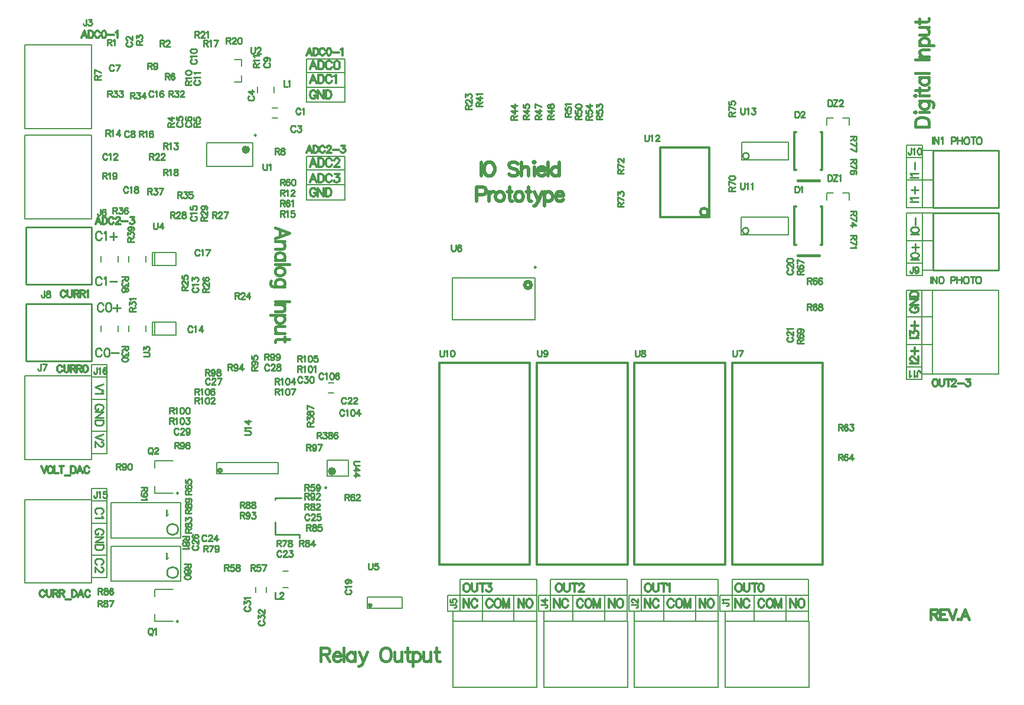
<source format=gto>
G04*
G04 #@! TF.GenerationSoftware,Altium Limited,Altium Designer,19.1.6 (110)*
G04*
G04 Layer_Color=65535*
%FSLAX44Y44*%
%MOMM*%
G71*
G01*
G75*
%ADD10C,0.2500*%
%ADD11C,0.6000*%
%ADD12C,0.3500*%
%ADD13C,0.4500*%
%ADD14C,0.2000*%
%ADD15C,0.2540*%
%ADD16C,0.3000*%
%ADD17C,0.4000*%
%ADD18C,0.5000*%
G36*
X-664372Y-271923D02*
X-664361Y-271912D01*
X-664330Y-271881D01*
X-664268Y-271829D01*
X-664195Y-271767D01*
X-664101Y-271694D01*
X-663976Y-271600D01*
X-663851Y-271496D01*
X-663695Y-271392D01*
X-663528Y-271277D01*
X-663351Y-271163D01*
X-663153Y-271048D01*
X-662945Y-270933D01*
X-662727Y-270819D01*
X-662487Y-270715D01*
X-662247Y-270621D01*
X-661998Y-270527D01*
Y-272204D01*
X-662008D01*
X-662029Y-272214D01*
X-662070Y-272225D01*
X-662122Y-272246D01*
X-662195Y-272277D01*
X-662268Y-272308D01*
X-662362Y-272350D01*
X-662466Y-272402D01*
X-662695Y-272516D01*
X-662956Y-272673D01*
X-663247Y-272860D01*
X-663560Y-273089D01*
X-663570Y-273100D01*
X-663601Y-273120D01*
X-663643Y-273152D01*
X-663695Y-273204D01*
X-663768Y-273266D01*
X-663841Y-273350D01*
X-663924Y-273433D01*
X-664018Y-273537D01*
X-664216Y-273766D01*
X-664403Y-274027D01*
X-664580Y-274318D01*
X-664653Y-274474D01*
X-664715Y-274641D01*
X-666215D01*
Y-264998D01*
X-664372D01*
Y-271923D01*
D02*
G37*
G36*
Y-333922D02*
X-664361Y-333911D01*
X-664330Y-333880D01*
X-664268Y-333828D01*
X-664195Y-333765D01*
X-664101Y-333693D01*
X-663976Y-333599D01*
X-663851Y-333495D01*
X-663695Y-333391D01*
X-663528Y-333276D01*
X-663351Y-333161D01*
X-663153Y-333047D01*
X-662945Y-332932D01*
X-662727Y-332818D01*
X-662487Y-332714D01*
X-662247Y-332620D01*
X-661998Y-332526D01*
Y-334203D01*
X-662008D01*
X-662029Y-334213D01*
X-662070Y-334224D01*
X-662122Y-334244D01*
X-662195Y-334276D01*
X-662268Y-334307D01*
X-662362Y-334349D01*
X-662466Y-334401D01*
X-662695Y-334515D01*
X-662956Y-334671D01*
X-663247Y-334859D01*
X-663560Y-335088D01*
X-663570Y-335098D01*
X-663601Y-335119D01*
X-663643Y-335150D01*
X-663695Y-335202D01*
X-663768Y-335265D01*
X-663841Y-335348D01*
X-663924Y-335432D01*
X-664018Y-335536D01*
X-664216Y-335765D01*
X-664403Y-336025D01*
X-664580Y-336317D01*
X-664653Y-336473D01*
X-664715Y-336640D01*
X-666215D01*
Y-326996D01*
X-664372D01*
Y-333922D01*
D02*
G37*
D10*
X-648997Y-292997D02*
G03*
X-648997Y-292997I-8000J0D01*
G01*
Y-354996D02*
G03*
X-648997Y-354996I-8000J0D01*
G01*
X-537000Y272750D02*
G03*
X-537000Y272750I-1250J0D01*
G01*
X-436250Y-233000D02*
G03*
X-436250Y-233000I-1250J0D01*
G01*
X-648747Y-240899D02*
G03*
X-648747Y-240899I-1250J0D01*
G01*
Y-424898D02*
G03*
X-648747Y-424898I-1250J0D01*
G01*
X169500Y243000D02*
G03*
X169500Y243000I-4500J0D01*
G01*
X168998Y135500D02*
G03*
X168998Y135500I-4500J0D01*
G01*
X-135948Y83298D02*
G03*
X-135948Y83298I-1250J0D01*
G01*
X-773497Y59000D02*
Y141000D01*
X-867497D02*
X-773497D01*
X-867497Y59000D02*
Y141000D01*
Y59000D02*
X-773497D01*
Y-51000D02*
Y31000D01*
X-867497D02*
X-773497D01*
X-867497Y-51000D02*
Y31000D01*
Y-51000D02*
X-773497D01*
X433000Y169000D02*
Y251000D01*
Y169000D02*
X527000D01*
Y251000D01*
X433000D02*
X527000D01*
X433000Y79000D02*
Y161000D01*
Y79000D02*
X527000D01*
Y161000D01*
X433000D02*
X527000D01*
X401003Y94000D02*
X413000D01*
X401003Y99942D02*
X401574Y98228D01*
X403288Y97085D01*
X406144Y96514D01*
X407858D01*
X410715Y97085D01*
X412429Y98228D01*
X413000Y99942D01*
Y101084D01*
X412429Y102798D01*
X410715Y103941D01*
X407858Y104512D01*
X406144D01*
X403288Y103941D01*
X401574Y102798D01*
X401003Y101084D01*
Y99942D01*
X402716Y112339D02*
X413000D01*
X407858Y107197D02*
Y117481D01*
X401003Y130449D02*
X413000D01*
X401003Y136391D02*
X401574Y134677D01*
X403288Y133534D01*
X406144Y132963D01*
X407858D01*
X410715Y133534D01*
X412429Y134677D01*
X413000Y136391D01*
Y137534D01*
X412429Y139247D01*
X410715Y140390D01*
X407858Y140961D01*
X406144D01*
X403288Y140390D01*
X401574Y139247D01*
X401003Y137534D01*
Y136391D01*
X407858Y143646D02*
Y153930D01*
X400503Y177500D02*
X412500D01*
X402788Y180014D02*
X402216Y181156D01*
X400503Y182870D01*
X412500D01*
X402216Y193954D02*
X412500D01*
X407358Y188812D02*
Y199095D01*
X400503Y212064D02*
X412500D01*
X402788Y214578D02*
X402216Y215720D01*
X400503Y217434D01*
X412500D01*
X407358Y223376D02*
Y233659D01*
X-756430Y29141D02*
X-757002Y30284D01*
X-758144Y31426D01*
X-759287Y31997D01*
X-761572D01*
X-762715Y31426D01*
X-763857Y30284D01*
X-764429Y29141D01*
X-765000Y27427D01*
Y24571D01*
X-764429Y22857D01*
X-763857Y21714D01*
X-762715Y20571D01*
X-761572Y20000D01*
X-759287D01*
X-758144Y20571D01*
X-757002Y21714D01*
X-756430Y22857D01*
X-749632Y31997D02*
X-751346Y31426D01*
X-752488Y29712D01*
X-753060Y26856D01*
Y25142D01*
X-752488Y22285D01*
X-751346Y20571D01*
X-749632Y20000D01*
X-748489D01*
X-746775Y20571D01*
X-745633Y22285D01*
X-745061Y25142D01*
Y26856D01*
X-745633Y29712D01*
X-746775Y31426D01*
X-748489Y31997D01*
X-749632D01*
X-737234Y30284D02*
Y20000D01*
X-742376Y25142D02*
X-732093D01*
X-758930Y131641D02*
X-759502Y132783D01*
X-760644Y133926D01*
X-761787Y134497D01*
X-764072D01*
X-765215Y133926D01*
X-766357Y132783D01*
X-766929Y131641D01*
X-767500Y129927D01*
Y127071D01*
X-766929Y125357D01*
X-766357Y124214D01*
X-765215Y123071D01*
X-764072Y122500D01*
X-761787D01*
X-760644Y123071D01*
X-759502Y124214D01*
X-758930Y125357D01*
X-755560Y132212D02*
X-754417Y132783D01*
X-752703Y134497D01*
Y122500D01*
X-741620Y132783D02*
Y122500D01*
X-746761Y127642D02*
X-736478D01*
X-758930Y66641D02*
X-759502Y67783D01*
X-760644Y68926D01*
X-761787Y69497D01*
X-764072D01*
X-765215Y68926D01*
X-766357Y67783D01*
X-766929Y66641D01*
X-767500Y64927D01*
Y62070D01*
X-766929Y60356D01*
X-766357Y59214D01*
X-765215Y58071D01*
X-764072Y57500D01*
X-761787D01*
X-760644Y58071D01*
X-759502Y59214D01*
X-758930Y60356D01*
X-755560Y67212D02*
X-754417Y67783D01*
X-752703Y69497D01*
Y57500D01*
X-746761Y62642D02*
X-736478D01*
X-758930Y-35859D02*
X-759502Y-34716D01*
X-760644Y-33574D01*
X-761787Y-33003D01*
X-764072D01*
X-765215Y-33574D01*
X-766357Y-34716D01*
X-766929Y-35859D01*
X-767500Y-37573D01*
Y-40430D01*
X-766929Y-42144D01*
X-766357Y-43286D01*
X-765215Y-44429D01*
X-764072Y-45000D01*
X-761787D01*
X-760644Y-44429D01*
X-759502Y-43286D01*
X-758930Y-42144D01*
X-752132Y-33003D02*
X-753846Y-33574D01*
X-754988Y-35288D01*
X-755560Y-38144D01*
Y-39858D01*
X-754988Y-42715D01*
X-753846Y-44429D01*
X-752132Y-45000D01*
X-750989D01*
X-749275Y-44429D01*
X-748133Y-42715D01*
X-747561Y-39858D01*
Y-38144D01*
X-748133Y-35288D01*
X-749275Y-33574D01*
X-750989Y-33003D01*
X-752132D01*
X-744876Y-39858D02*
X-734593D01*
X-759283Y-270426D02*
X-758140Y-269855D01*
X-756997Y-268712D01*
X-756426Y-267569D01*
Y-265284D01*
X-756997Y-264141D01*
X-758140Y-262999D01*
X-759283Y-262428D01*
X-760996Y-261856D01*
X-763853D01*
X-765567Y-262428D01*
X-766710Y-262999D01*
X-767852Y-264141D01*
X-768423Y-265284D01*
Y-267569D01*
X-767852Y-268712D01*
X-766710Y-269855D01*
X-765567Y-270426D01*
X-758711Y-273797D02*
X-758140Y-274939D01*
X-756426Y-276653D01*
X-768423D01*
X-759283Y-300591D02*
X-758140Y-300019D01*
X-756997Y-298877D01*
X-756426Y-297734D01*
Y-295449D01*
X-756997Y-294306D01*
X-758140Y-293164D01*
X-759283Y-292593D01*
X-760996Y-292021D01*
X-763853D01*
X-765567Y-292593D01*
X-766710Y-293164D01*
X-767852Y-294306D01*
X-768423Y-295449D01*
Y-297734D01*
X-767852Y-298877D01*
X-766710Y-300019D01*
X-765567Y-300591D01*
X-763853D01*
Y-297734D02*
Y-300591D01*
X-756426Y-303333D02*
X-768423D01*
X-756426D02*
X-768423Y-311331D01*
X-756426D02*
X-768423D01*
X-756426Y-314645D02*
X-768423D01*
X-756426D02*
Y-318644D01*
X-756997Y-320358D01*
X-758140Y-321501D01*
X-759283Y-322072D01*
X-760996Y-322643D01*
X-763853D01*
X-765567Y-322072D01*
X-766710Y-321501D01*
X-767852Y-320358D01*
X-768423Y-318644D01*
Y-314645D01*
X-759283Y-343325D02*
X-758140Y-342753D01*
X-756997Y-341610D01*
X-756426Y-340468D01*
Y-338183D01*
X-756997Y-337040D01*
X-758140Y-335897D01*
X-759283Y-335326D01*
X-760996Y-334755D01*
X-763853D01*
X-765567Y-335326D01*
X-766710Y-335897D01*
X-767852Y-337040D01*
X-768423Y-338183D01*
Y-340468D01*
X-767852Y-341610D01*
X-766710Y-342753D01*
X-765567Y-343325D01*
X-759283Y-347267D02*
X-758711D01*
X-757569Y-347838D01*
X-756997Y-348409D01*
X-756426Y-349552D01*
Y-351837D01*
X-756997Y-352980D01*
X-757569Y-353551D01*
X-758711Y-354122D01*
X-759854D01*
X-760996Y-353551D01*
X-762710Y-352408D01*
X-768423Y-346695D01*
Y-354693D01*
X-756426Y-84359D02*
X-768423Y-88930D01*
X-756426Y-93500D02*
X-768423Y-88930D01*
X-758711Y-95042D02*
X-758140Y-96185D01*
X-756426Y-97899D01*
X-768423D01*
X-759283Y-121837D02*
X-758140Y-121265D01*
X-756997Y-120123D01*
X-756426Y-118980D01*
Y-116695D01*
X-756997Y-115552D01*
X-758140Y-114410D01*
X-759283Y-113838D01*
X-760996Y-113267D01*
X-763853D01*
X-765567Y-113838D01*
X-766710Y-114410D01*
X-767852Y-115552D01*
X-768423Y-116695D01*
Y-118980D01*
X-767852Y-120123D01*
X-766710Y-121265D01*
X-765567Y-121837D01*
X-763853D01*
Y-118980D02*
Y-121837D01*
X-756426Y-124579D02*
X-768423D01*
X-756426D02*
X-768423Y-132577D01*
X-756426D02*
X-768423D01*
X-756426Y-135891D02*
X-768423D01*
X-756426D02*
Y-139890D01*
X-756997Y-141604D01*
X-758140Y-142746D01*
X-759283Y-143318D01*
X-760996Y-143889D01*
X-763853D01*
X-765567Y-143318D01*
X-766710Y-142746D01*
X-767852Y-141604D01*
X-768423Y-139890D01*
Y-135891D01*
X-756426Y-156001D02*
X-768423Y-160571D01*
X-756426Y-165142D02*
X-768423Y-160571D01*
X-759283Y-167255D02*
X-758711D01*
X-757569Y-167827D01*
X-756997Y-168398D01*
X-756426Y-169541D01*
Y-171826D01*
X-756997Y-172969D01*
X-757569Y-173540D01*
X-758711Y-174111D01*
X-759854D01*
X-760996Y-173540D01*
X-762710Y-172397D01*
X-768423Y-166684D01*
Y-174683D01*
X-441073Y-70644D02*
X-441501Y-69787D01*
X-442358Y-68930D01*
X-443215Y-68502D01*
X-444929D01*
X-445786Y-68930D01*
X-446643Y-69787D01*
X-447071Y-70644D01*
X-447500Y-71930D01*
Y-74072D01*
X-447071Y-75358D01*
X-446643Y-76215D01*
X-445786Y-77071D01*
X-444929Y-77500D01*
X-443215D01*
X-442358Y-77071D01*
X-441501Y-76215D01*
X-441073Y-75358D01*
X-438545Y-70216D02*
X-437688Y-69787D01*
X-436402Y-68502D01*
Y-77500D01*
X-429375Y-68502D02*
X-430661Y-68930D01*
X-431518Y-70216D01*
X-431946Y-72358D01*
Y-73644D01*
X-431518Y-75786D01*
X-430661Y-77071D01*
X-429375Y-77500D01*
X-428518D01*
X-427233Y-77071D01*
X-426376Y-75786D01*
X-425947Y-73644D01*
Y-72358D01*
X-426376Y-70216D01*
X-427233Y-68930D01*
X-428518Y-68502D01*
X-429375D01*
X-418792Y-69787D02*
X-419220Y-68930D01*
X-420506Y-68502D01*
X-421363D01*
X-422648Y-68930D01*
X-423505Y-70216D01*
X-423934Y-72358D01*
Y-74501D01*
X-423505Y-76215D01*
X-422648Y-77071D01*
X-421363Y-77500D01*
X-420934D01*
X-419649Y-77071D01*
X-418792Y-76215D01*
X-418363Y-74929D01*
Y-74501D01*
X-418792Y-73215D01*
X-419649Y-72358D01*
X-420934Y-71930D01*
X-421363D01*
X-422648Y-72358D01*
X-423505Y-73215D01*
X-423934Y-74501D01*
X-388502Y-195000D02*
X-394929D01*
X-396214Y-195429D01*
X-397071Y-196285D01*
X-397500Y-197571D01*
Y-198428D01*
X-397071Y-199713D01*
X-396214Y-200570D01*
X-394929Y-200999D01*
X-388502D01*
Y-207769D02*
X-394501Y-203484D01*
Y-209911D01*
X-388502Y-207769D02*
X-397500D01*
X-388502Y-215781D02*
X-394501Y-211497D01*
Y-217924D01*
X-388502Y-215781D02*
X-397500D01*
X-553998Y-157500D02*
X-547571D01*
X-546285Y-157072D01*
X-545429Y-156215D01*
X-545000Y-154929D01*
Y-154072D01*
X-545429Y-152787D01*
X-546285Y-151930D01*
X-547571Y-151501D01*
X-553998D01*
X-552284Y-149016D02*
X-552713Y-148159D01*
X-553998Y-146874D01*
X-545000D01*
X-553998Y-138133D02*
X-547999Y-142417D01*
Y-135990D01*
X-553998Y-138133D02*
X-545000D01*
X-463998Y-145000D02*
X-455000D01*
X-463998D02*
Y-141144D01*
X-463570Y-139858D01*
X-463141Y-139430D01*
X-462284Y-139001D01*
X-461427D01*
X-460570Y-139430D01*
X-460142Y-139858D01*
X-459713Y-141144D01*
Y-145000D01*
Y-142001D02*
X-455000Y-139001D01*
X-463998Y-136130D02*
Y-131417D01*
X-460570Y-133988D01*
Y-132703D01*
X-460142Y-131846D01*
X-459713Y-131417D01*
X-458428Y-130989D01*
X-457571D01*
X-456285Y-131417D01*
X-455429Y-132274D01*
X-455000Y-133560D01*
Y-134845D01*
X-455429Y-136130D01*
X-455857Y-136559D01*
X-456714Y-136987D01*
X-463998Y-126832D02*
X-463570Y-128118D01*
X-462713Y-128546D01*
X-461856D01*
X-460999Y-128118D01*
X-460570Y-127261D01*
X-460142Y-125547D01*
X-459713Y-124262D01*
X-458856Y-123405D01*
X-457999Y-122976D01*
X-456714D01*
X-455857Y-123405D01*
X-455429Y-123833D01*
X-455000Y-125119D01*
Y-126832D01*
X-455429Y-128118D01*
X-455857Y-128546D01*
X-456714Y-128975D01*
X-457999D01*
X-458856Y-128546D01*
X-459713Y-127689D01*
X-460142Y-126404D01*
X-460570Y-124690D01*
X-460999Y-123833D01*
X-461856Y-123405D01*
X-462713D01*
X-463570Y-123833D01*
X-463998Y-125119D01*
Y-126832D01*
Y-114964D02*
X-455000Y-119248D01*
X-463998Y-120962D02*
Y-114964D01*
X-450000Y-153502D02*
Y-162500D01*
Y-153502D02*
X-446144D01*
X-444858Y-153930D01*
X-444430Y-154359D01*
X-444001Y-155216D01*
Y-156073D01*
X-444430Y-156930D01*
X-444858Y-157358D01*
X-446144Y-157787D01*
X-450000D01*
X-447001D02*
X-444001Y-162500D01*
X-441130Y-153502D02*
X-436417D01*
X-438988Y-156930D01*
X-437703D01*
X-436846Y-157358D01*
X-436417Y-157787D01*
X-435989Y-159072D01*
Y-159929D01*
X-436417Y-161215D01*
X-437274Y-162071D01*
X-438560Y-162500D01*
X-439845D01*
X-441130Y-162071D01*
X-441559Y-161643D01*
X-441987Y-160786D01*
X-431832Y-153502D02*
X-433118Y-153930D01*
X-433546Y-154787D01*
Y-155644D01*
X-433118Y-156501D01*
X-432261Y-156930D01*
X-430547Y-157358D01*
X-429262Y-157787D01*
X-428405Y-158644D01*
X-427976Y-159501D01*
Y-160786D01*
X-428405Y-161643D01*
X-428833Y-162071D01*
X-430118Y-162500D01*
X-431832D01*
X-433118Y-162071D01*
X-433546Y-161643D01*
X-433975Y-160786D01*
Y-159501D01*
X-433546Y-158644D01*
X-432689Y-157787D01*
X-431404Y-157358D01*
X-429690Y-156930D01*
X-428833Y-156501D01*
X-428405Y-155644D01*
Y-154787D01*
X-428833Y-153930D01*
X-430118Y-153502D01*
X-431832D01*
X-420821Y-154787D02*
X-421249Y-153930D01*
X-422534Y-153502D01*
X-423391D01*
X-424677Y-153930D01*
X-425534Y-155216D01*
X-425962Y-157358D01*
Y-159501D01*
X-425534Y-161215D01*
X-424677Y-162071D01*
X-423391Y-162500D01*
X-422963D01*
X-421677Y-162071D01*
X-420821Y-161215D01*
X-420392Y-159929D01*
Y-159501D01*
X-420821Y-158215D01*
X-421677Y-157358D01*
X-422963Y-156930D01*
X-423391D01*
X-424677Y-157358D01*
X-425534Y-158215D01*
X-425962Y-159501D01*
X-510000Y-91002D02*
Y-100000D01*
Y-91002D02*
X-506144D01*
X-504858Y-91430D01*
X-504430Y-91859D01*
X-504001Y-92716D01*
Y-93573D01*
X-504430Y-94430D01*
X-504858Y-94858D01*
X-506144Y-95287D01*
X-510000D01*
X-507001D02*
X-504001Y-100000D01*
X-501987Y-92716D02*
X-501130Y-92287D01*
X-499845Y-91002D01*
Y-100000D01*
X-492818Y-91002D02*
X-494103Y-91430D01*
X-494960Y-92716D01*
X-495389Y-94858D01*
Y-96144D01*
X-494960Y-98286D01*
X-494103Y-99572D01*
X-492818Y-100000D01*
X-491961D01*
X-490676Y-99572D01*
X-489819Y-98286D01*
X-489390Y-96144D01*
Y-94858D01*
X-489819Y-92716D01*
X-490676Y-91430D01*
X-491961Y-91002D01*
X-492818D01*
X-481377D02*
X-485662Y-100000D01*
X-487376Y-91002D02*
X-481377D01*
X-625000D02*
Y-100000D01*
Y-91002D02*
X-621144D01*
X-619858Y-91430D01*
X-619430Y-91859D01*
X-619001Y-92716D01*
Y-93573D01*
X-619430Y-94430D01*
X-619858Y-94858D01*
X-621144Y-95287D01*
X-625000D01*
X-622001D02*
X-619001Y-100000D01*
X-616987Y-92716D02*
X-616130Y-92287D01*
X-614845Y-91002D01*
Y-100000D01*
X-607818Y-91002D02*
X-609103Y-91430D01*
X-609960Y-92716D01*
X-610389Y-94858D01*
Y-96144D01*
X-609960Y-98286D01*
X-609103Y-99572D01*
X-607818Y-100000D01*
X-606961D01*
X-605676Y-99572D01*
X-604819Y-98286D01*
X-604390Y-96144D01*
Y-94858D01*
X-604819Y-92716D01*
X-605676Y-91430D01*
X-606961Y-91002D01*
X-607818D01*
X-597234Y-92287D02*
X-597663Y-91430D01*
X-598948Y-91002D01*
X-599805D01*
X-601091Y-91430D01*
X-601948Y-92716D01*
X-602376Y-94858D01*
Y-97001D01*
X-601948Y-98715D01*
X-601091Y-99572D01*
X-599805Y-100000D01*
X-599377D01*
X-598091Y-99572D01*
X-597234Y-98715D01*
X-596806Y-97429D01*
Y-97001D01*
X-597234Y-95715D01*
X-598091Y-94858D01*
X-599377Y-94430D01*
X-599805D01*
X-601091Y-94858D01*
X-601948Y-95715D01*
X-602376Y-97001D01*
X-477500Y-43502D02*
Y-52500D01*
Y-43502D02*
X-473644D01*
X-472358Y-43930D01*
X-471930Y-44359D01*
X-471501Y-45216D01*
Y-46073D01*
X-471930Y-46930D01*
X-472358Y-47358D01*
X-473644Y-47787D01*
X-477500D01*
X-474501D02*
X-471501Y-52500D01*
X-469487Y-45216D02*
X-468630Y-44787D01*
X-467345Y-43502D01*
Y-52500D01*
X-460318Y-43502D02*
X-461603Y-43930D01*
X-462460Y-45216D01*
X-462889Y-47358D01*
Y-48644D01*
X-462460Y-50786D01*
X-461603Y-52071D01*
X-460318Y-52500D01*
X-459461D01*
X-458176Y-52071D01*
X-457319Y-50786D01*
X-456890Y-48644D01*
Y-47358D01*
X-457319Y-45216D01*
X-458176Y-43930D01*
X-459461Y-43502D01*
X-460318D01*
X-449734D02*
X-454019D01*
X-454448Y-47358D01*
X-454019Y-46930D01*
X-452734Y-46501D01*
X-451448D01*
X-450163Y-46930D01*
X-449306Y-47787D01*
X-448877Y-49072D01*
Y-49929D01*
X-449306Y-51215D01*
X-450163Y-52071D01*
X-451448Y-52500D01*
X-452734D01*
X-454019Y-52071D01*
X-454448Y-51643D01*
X-454876Y-50786D01*
X-510000Y-76002D02*
Y-85000D01*
Y-76002D02*
X-506144D01*
X-504858Y-76430D01*
X-504430Y-76859D01*
X-504001Y-77716D01*
Y-78573D01*
X-504430Y-79430D01*
X-504858Y-79858D01*
X-506144Y-80287D01*
X-510000D01*
X-507001D02*
X-504001Y-85000D01*
X-501987Y-77716D02*
X-501130Y-77287D01*
X-499845Y-76002D01*
Y-85000D01*
X-492818Y-76002D02*
X-494103Y-76430D01*
X-494960Y-77716D01*
X-495389Y-79858D01*
Y-81144D01*
X-494960Y-83286D01*
X-494103Y-84572D01*
X-492818Y-85000D01*
X-491961D01*
X-490676Y-84572D01*
X-489819Y-83286D01*
X-489390Y-81144D01*
Y-79858D01*
X-489819Y-77716D01*
X-490676Y-76430D01*
X-491961Y-76002D01*
X-492818D01*
X-483091D02*
X-487376Y-82001D01*
X-480949D01*
X-483091Y-76002D02*
Y-85000D01*
X-661102Y-132914D02*
Y-141912D01*
Y-132914D02*
X-657246D01*
X-655960Y-133342D01*
X-655532Y-133771D01*
X-655103Y-134628D01*
Y-135485D01*
X-655532Y-136342D01*
X-655960Y-136770D01*
X-657246Y-137199D01*
X-661102D01*
X-658103D02*
X-655103Y-141912D01*
X-653089Y-134628D02*
X-652232Y-134199D01*
X-650947Y-132914D01*
Y-141912D01*
X-643920Y-132914D02*
X-645205Y-133342D01*
X-646062Y-134628D01*
X-646491Y-136770D01*
Y-138056D01*
X-646062Y-140198D01*
X-645205Y-141483D01*
X-643920Y-141912D01*
X-643063D01*
X-641777Y-141483D01*
X-640921Y-140198D01*
X-640492Y-138056D01*
Y-136770D01*
X-640921Y-134628D01*
X-641777Y-133342D01*
X-643063Y-132914D01*
X-643920D01*
X-637621D02*
X-632908D01*
X-635479Y-136342D01*
X-634193D01*
X-633336Y-136770D01*
X-632908Y-137199D01*
X-632480Y-138484D01*
Y-139341D01*
X-632908Y-140627D01*
X-633765Y-141483D01*
X-635050Y-141912D01*
X-636336D01*
X-637621Y-141483D01*
X-638050Y-141055D01*
X-638478Y-140198D01*
X-625000Y-103502D02*
Y-112500D01*
Y-103502D02*
X-621144D01*
X-619858Y-103930D01*
X-619430Y-104359D01*
X-619001Y-105216D01*
Y-106073D01*
X-619430Y-106930D01*
X-619858Y-107358D01*
X-621144Y-107787D01*
X-625000D01*
X-622001D02*
X-619001Y-112500D01*
X-616987Y-105216D02*
X-616130Y-104787D01*
X-614845Y-103502D01*
Y-112500D01*
X-607818Y-103502D02*
X-609103Y-103930D01*
X-609960Y-105216D01*
X-610389Y-107358D01*
Y-108644D01*
X-609960Y-110786D01*
X-609103Y-112072D01*
X-607818Y-112500D01*
X-606961D01*
X-605676Y-112072D01*
X-604819Y-110786D01*
X-604390Y-108644D01*
Y-107358D01*
X-604819Y-105216D01*
X-605676Y-103930D01*
X-606961Y-103502D01*
X-607818D01*
X-601948Y-105644D02*
Y-105216D01*
X-601519Y-104359D01*
X-601091Y-103930D01*
X-600234Y-103502D01*
X-598520D01*
X-597663Y-103930D01*
X-597234Y-104359D01*
X-596806Y-105216D01*
Y-106073D01*
X-597234Y-106930D01*
X-598091Y-108215D01*
X-602376Y-112500D01*
X-596377D01*
X-477500Y-58502D02*
Y-67500D01*
Y-58502D02*
X-473644D01*
X-472358Y-58930D01*
X-471930Y-59359D01*
X-471501Y-60216D01*
Y-61073D01*
X-471930Y-61930D01*
X-472358Y-62358D01*
X-473644Y-62787D01*
X-477500D01*
X-474501D02*
X-471501Y-67500D01*
X-469487Y-60216D02*
X-468630Y-59787D01*
X-467345Y-58502D01*
Y-67500D01*
X-460318Y-58502D02*
X-461603Y-58930D01*
X-462460Y-60216D01*
X-462889Y-62358D01*
Y-63644D01*
X-462460Y-65786D01*
X-461603Y-67071D01*
X-460318Y-67500D01*
X-459461D01*
X-458176Y-67071D01*
X-457319Y-65786D01*
X-456890Y-63644D01*
Y-62358D01*
X-457319Y-60216D01*
X-458176Y-58930D01*
X-459461Y-58502D01*
X-460318D01*
X-454876Y-60216D02*
X-454019Y-59787D01*
X-452734Y-58502D01*
Y-67500D01*
X-661102Y-117928D02*
Y-126926D01*
Y-117928D02*
X-657246D01*
X-655960Y-118356D01*
X-655532Y-118785D01*
X-655103Y-119642D01*
Y-120499D01*
X-655532Y-121356D01*
X-655960Y-121784D01*
X-657246Y-122213D01*
X-661102D01*
X-658103D02*
X-655103Y-126926D01*
X-653089Y-119642D02*
X-652232Y-119213D01*
X-650947Y-117928D01*
Y-126926D01*
X-643920Y-117928D02*
X-645205Y-118356D01*
X-646062Y-119642D01*
X-646491Y-121784D01*
Y-123070D01*
X-646062Y-125212D01*
X-645205Y-126497D01*
X-643920Y-126926D01*
X-643063D01*
X-641777Y-126497D01*
X-640921Y-125212D01*
X-640492Y-123070D01*
Y-121784D01*
X-640921Y-119642D01*
X-641777Y-118356D01*
X-643063Y-117928D01*
X-643920D01*
X-635907D02*
X-637193Y-118356D01*
X-638050Y-119642D01*
X-638478Y-121784D01*
Y-123070D01*
X-638050Y-125212D01*
X-637193Y-126497D01*
X-635907Y-126926D01*
X-635050D01*
X-633765Y-126497D01*
X-632908Y-125212D01*
X-632480Y-123070D01*
Y-121784D01*
X-632908Y-119642D01*
X-633765Y-118356D01*
X-635050Y-117928D01*
X-635907D01*
X-525000Y-41002D02*
Y-50000D01*
Y-41002D02*
X-521144D01*
X-519858Y-41430D01*
X-519430Y-41859D01*
X-519001Y-42716D01*
Y-43573D01*
X-519430Y-44430D01*
X-519858Y-44858D01*
X-521144Y-45287D01*
X-525000D01*
X-522001D02*
X-519001Y-50000D01*
X-511417Y-44001D02*
X-511846Y-45287D01*
X-512703Y-46144D01*
X-513988Y-46572D01*
X-514417D01*
X-515702Y-46144D01*
X-516559Y-45287D01*
X-516987Y-44001D01*
Y-43573D01*
X-516559Y-42287D01*
X-515702Y-41430D01*
X-514417Y-41002D01*
X-513988D01*
X-512703Y-41430D01*
X-511846Y-42287D01*
X-511417Y-44001D01*
Y-46144D01*
X-511846Y-48286D01*
X-512703Y-49571D01*
X-513988Y-50000D01*
X-514845D01*
X-516130Y-49571D01*
X-516559Y-48715D01*
X-503405Y-44001D02*
X-503833Y-45287D01*
X-504690Y-46144D01*
X-505975Y-46572D01*
X-506404D01*
X-507689Y-46144D01*
X-508546Y-45287D01*
X-508975Y-44001D01*
Y-43573D01*
X-508546Y-42287D01*
X-507689Y-41430D01*
X-506404Y-41002D01*
X-505975D01*
X-504690Y-41430D01*
X-503833Y-42287D01*
X-503405Y-44001D01*
Y-46144D01*
X-503833Y-48286D01*
X-504690Y-49571D01*
X-505975Y-50000D01*
X-506832D01*
X-508118Y-49571D01*
X-508546Y-48715D01*
X-610000Y-63502D02*
Y-72500D01*
Y-63502D02*
X-606144D01*
X-604858Y-63930D01*
X-604430Y-64359D01*
X-604001Y-65216D01*
Y-66073D01*
X-604430Y-66930D01*
X-604858Y-67358D01*
X-606144Y-67787D01*
X-610000D01*
X-607001D02*
X-604001Y-72500D01*
X-596417Y-66501D02*
X-596846Y-67787D01*
X-597703Y-68644D01*
X-598988Y-69072D01*
X-599417D01*
X-600702Y-68644D01*
X-601559Y-67787D01*
X-601987Y-66501D01*
Y-66073D01*
X-601559Y-64787D01*
X-600702Y-63930D01*
X-599417Y-63502D01*
X-598988D01*
X-597703Y-63930D01*
X-596846Y-64787D01*
X-596417Y-66501D01*
Y-68644D01*
X-596846Y-70786D01*
X-597703Y-72071D01*
X-598988Y-72500D01*
X-599845D01*
X-601130Y-72071D01*
X-601559Y-71215D01*
X-591832Y-63502D02*
X-593118Y-63930D01*
X-593546Y-64787D01*
Y-65644D01*
X-593118Y-66501D01*
X-592261Y-66930D01*
X-590547Y-67358D01*
X-589262Y-67787D01*
X-588405Y-68644D01*
X-587976Y-69501D01*
Y-70786D01*
X-588405Y-71643D01*
X-588833Y-72071D01*
X-590118Y-72500D01*
X-591832D01*
X-593118Y-72071D01*
X-593546Y-71643D01*
X-593975Y-70786D01*
Y-69501D01*
X-593546Y-68644D01*
X-592689Y-67787D01*
X-591404Y-67358D01*
X-589690Y-66930D01*
X-588833Y-66501D01*
X-588405Y-65644D01*
Y-64787D01*
X-588833Y-63930D01*
X-590118Y-63502D01*
X-591832D01*
X-465000Y-171002D02*
Y-180000D01*
Y-171002D02*
X-461144D01*
X-459858Y-171430D01*
X-459430Y-171859D01*
X-459001Y-172716D01*
Y-173573D01*
X-459430Y-174430D01*
X-459858Y-174858D01*
X-461144Y-175287D01*
X-465000D01*
X-462001D02*
X-459001Y-180000D01*
X-451417Y-174001D02*
X-451846Y-175287D01*
X-452703Y-176144D01*
X-453988Y-176572D01*
X-454417D01*
X-455702Y-176144D01*
X-456559Y-175287D01*
X-456987Y-174001D01*
Y-173573D01*
X-456559Y-172287D01*
X-455702Y-171430D01*
X-454417Y-171002D01*
X-453988D01*
X-452703Y-171430D01*
X-451846Y-172287D01*
X-451417Y-174001D01*
Y-176144D01*
X-451846Y-178286D01*
X-452703Y-179571D01*
X-453988Y-180000D01*
X-454845D01*
X-456130Y-179571D01*
X-456559Y-178715D01*
X-442976Y-171002D02*
X-447261Y-180000D01*
X-448975Y-171002D02*
X-442976D01*
X-654244Y-167966D02*
Y-176964D01*
Y-167966D02*
X-650388D01*
X-649102Y-168394D01*
X-648674Y-168823D01*
X-648245Y-169680D01*
Y-170537D01*
X-648674Y-171394D01*
X-649102Y-171822D01*
X-650388Y-172251D01*
X-654244D01*
X-651245D02*
X-648245Y-176964D01*
X-640661Y-170965D02*
X-641090Y-172251D01*
X-641947Y-173108D01*
X-643232Y-173536D01*
X-643661D01*
X-644946Y-173108D01*
X-645803Y-172251D01*
X-646231Y-170965D01*
Y-170537D01*
X-645803Y-169251D01*
X-644946Y-168394D01*
X-643661Y-167966D01*
X-643232D01*
X-641947Y-168394D01*
X-641090Y-169251D01*
X-640661Y-170965D01*
Y-173108D01*
X-641090Y-175250D01*
X-641947Y-176535D01*
X-643232Y-176964D01*
X-644089D01*
X-645374Y-176535D01*
X-645803Y-175679D01*
X-633077Y-169251D02*
X-633506Y-168394D01*
X-634791Y-167966D01*
X-635648D01*
X-636933Y-168394D01*
X-637790Y-169680D01*
X-638219Y-171822D01*
Y-173965D01*
X-637790Y-175679D01*
X-636933Y-176535D01*
X-635648Y-176964D01*
X-635219D01*
X-633934Y-176535D01*
X-633077Y-175679D01*
X-632649Y-174393D01*
Y-173965D01*
X-633077Y-172679D01*
X-633934Y-171822D01*
X-635219Y-171394D01*
X-635648D01*
X-636933Y-171822D01*
X-637790Y-172679D01*
X-638219Y-173965D01*
X-543998Y-65000D02*
X-535000D01*
X-543998D02*
Y-61144D01*
X-543570Y-59858D01*
X-543141Y-59430D01*
X-542284Y-59001D01*
X-541427D01*
X-540570Y-59430D01*
X-540142Y-59858D01*
X-539713Y-61144D01*
Y-65000D01*
Y-62001D02*
X-535000Y-59001D01*
X-540999Y-51417D02*
X-539713Y-51846D01*
X-538856Y-52703D01*
X-538428Y-53988D01*
Y-54416D01*
X-538856Y-55702D01*
X-539713Y-56559D01*
X-540999Y-56987D01*
X-541427D01*
X-542713Y-56559D01*
X-543570Y-55702D01*
X-543998Y-54416D01*
Y-53988D01*
X-543570Y-52703D01*
X-542713Y-51846D01*
X-540999Y-51417D01*
X-538856D01*
X-536714Y-51846D01*
X-535429Y-52703D01*
X-535000Y-53988D01*
Y-54845D01*
X-535429Y-56130D01*
X-536285Y-56559D01*
X-543998Y-43833D02*
Y-48118D01*
X-540142Y-48546D01*
X-540570Y-48118D01*
X-540999Y-46832D01*
Y-45547D01*
X-540570Y-44262D01*
X-539713Y-43405D01*
X-538428Y-42976D01*
X-537571D01*
X-536285Y-43405D01*
X-535429Y-44262D01*
X-535000Y-45547D01*
Y-46832D01*
X-535429Y-48118D01*
X-535857Y-48546D01*
X-536714Y-48975D01*
X-577500Y-56002D02*
Y-65000D01*
Y-56002D02*
X-573644D01*
X-572358Y-56430D01*
X-571930Y-56859D01*
X-571501Y-57716D01*
Y-58573D01*
X-571930Y-59430D01*
X-572358Y-59858D01*
X-573644Y-60287D01*
X-577500D01*
X-574501D02*
X-571501Y-65000D01*
X-563917Y-59001D02*
X-564346Y-60287D01*
X-565203Y-61144D01*
X-566488Y-61572D01*
X-566917D01*
X-568202Y-61144D01*
X-569059Y-60287D01*
X-569487Y-59001D01*
Y-58573D01*
X-569059Y-57287D01*
X-568202Y-56430D01*
X-566917Y-56002D01*
X-566488D01*
X-565203Y-56430D01*
X-564346Y-57287D01*
X-563917Y-59001D01*
Y-61144D01*
X-564346Y-63286D01*
X-565203Y-64571D01*
X-566488Y-65000D01*
X-567345D01*
X-568630Y-64571D01*
X-569059Y-63715D01*
X-557190Y-56002D02*
X-561475Y-62001D01*
X-555048D01*
X-557190Y-56002D02*
Y-65000D01*
X-560000Y-268502D02*
Y-277500D01*
Y-268502D02*
X-556144D01*
X-554858Y-268930D01*
X-554430Y-269359D01*
X-554001Y-270216D01*
Y-271073D01*
X-554430Y-271930D01*
X-554858Y-272358D01*
X-556144Y-272787D01*
X-560000D01*
X-557001D02*
X-554001Y-277500D01*
X-546417Y-271501D02*
X-546846Y-272787D01*
X-547703Y-273644D01*
X-548988Y-274072D01*
X-549417D01*
X-550702Y-273644D01*
X-551559Y-272787D01*
X-551987Y-271501D01*
Y-271073D01*
X-551559Y-269787D01*
X-550702Y-268930D01*
X-549417Y-268502D01*
X-548988D01*
X-547703Y-268930D01*
X-546846Y-269787D01*
X-546417Y-271501D01*
Y-273644D01*
X-546846Y-275786D01*
X-547703Y-277071D01*
X-548988Y-277500D01*
X-549845D01*
X-551130Y-277071D01*
X-551559Y-276215D01*
X-543118Y-268502D02*
X-538405D01*
X-540975Y-271930D01*
X-539690D01*
X-538833Y-272358D01*
X-538405Y-272787D01*
X-537976Y-274072D01*
Y-274929D01*
X-538405Y-276215D01*
X-539262Y-277071D01*
X-540547Y-277500D01*
X-541832D01*
X-543118Y-277071D01*
X-543546Y-276643D01*
X-543975Y-275786D01*
X-467500Y-241002D02*
Y-250000D01*
Y-241002D02*
X-463644D01*
X-462358Y-241430D01*
X-461930Y-241859D01*
X-461501Y-242716D01*
Y-243573D01*
X-461930Y-244430D01*
X-462358Y-244858D01*
X-463644Y-245287D01*
X-467500D01*
X-464501D02*
X-461501Y-250000D01*
X-453917Y-244001D02*
X-454346Y-245287D01*
X-455203Y-246144D01*
X-456488Y-246572D01*
X-456917D01*
X-458202Y-246144D01*
X-459059Y-245287D01*
X-459487Y-244001D01*
Y-243573D01*
X-459059Y-242287D01*
X-458202Y-241430D01*
X-456917Y-241002D01*
X-456488D01*
X-455203Y-241430D01*
X-454346Y-242287D01*
X-453917Y-244001D01*
Y-246144D01*
X-454346Y-248286D01*
X-455203Y-249571D01*
X-456488Y-250000D01*
X-457345D01*
X-458630Y-249571D01*
X-459059Y-248715D01*
X-451046Y-243144D02*
Y-242716D01*
X-450618Y-241859D01*
X-450189Y-241430D01*
X-449333Y-241002D01*
X-447618D01*
X-446762Y-241430D01*
X-446333Y-241859D01*
X-445905Y-242716D01*
Y-243573D01*
X-446333Y-244430D01*
X-447190Y-245715D01*
X-451475Y-250000D01*
X-445476D01*
X-693502Y-232500D02*
X-702500D01*
X-693502D02*
Y-236356D01*
X-693930Y-237642D01*
X-694359Y-238070D01*
X-695216Y-238499D01*
X-696073D01*
X-696930Y-238070D01*
X-697358Y-237642D01*
X-697787Y-236356D01*
Y-232500D01*
Y-235499D02*
X-702500Y-238499D01*
X-696501Y-246083D02*
X-697787Y-245654D01*
X-698644Y-244797D01*
X-699072Y-243512D01*
Y-243083D01*
X-698644Y-241798D01*
X-697787Y-240941D01*
X-696501Y-240513D01*
X-696073D01*
X-694787Y-240941D01*
X-693930Y-241798D01*
X-693502Y-243083D01*
Y-243512D01*
X-693930Y-244797D01*
X-694787Y-245654D01*
X-696501Y-246083D01*
X-698644D01*
X-700786Y-245654D01*
X-702072Y-244797D01*
X-702500Y-243512D01*
Y-242655D01*
X-702072Y-241369D01*
X-701215Y-240941D01*
X-695216Y-248525D02*
X-694787Y-249382D01*
X-693502Y-250667D01*
X-702500D01*
X-737500Y-198502D02*
Y-207500D01*
Y-198502D02*
X-733644D01*
X-732358Y-198930D01*
X-731930Y-199359D01*
X-731501Y-200216D01*
Y-201073D01*
X-731930Y-201930D01*
X-732358Y-202358D01*
X-733644Y-202787D01*
X-737500D01*
X-734501D02*
X-731501Y-207500D01*
X-723917Y-201501D02*
X-724346Y-202787D01*
X-725203Y-203644D01*
X-726488Y-204072D01*
X-726917D01*
X-728202Y-203644D01*
X-729059Y-202787D01*
X-729487Y-201501D01*
Y-201073D01*
X-729059Y-199787D01*
X-728202Y-198930D01*
X-726917Y-198502D01*
X-726488D01*
X-725203Y-198930D01*
X-724346Y-199787D01*
X-723917Y-201501D01*
Y-203644D01*
X-724346Y-205786D01*
X-725203Y-207071D01*
X-726488Y-207500D01*
X-727345D01*
X-728630Y-207071D01*
X-729059Y-206215D01*
X-718904Y-198502D02*
X-720189Y-198930D01*
X-721046Y-200216D01*
X-721475Y-202358D01*
Y-203644D01*
X-721046Y-205786D01*
X-720189Y-207071D01*
X-718904Y-207500D01*
X-718047D01*
X-716762Y-207071D01*
X-715905Y-205786D01*
X-715476Y-203644D01*
Y-202358D01*
X-715905Y-200216D01*
X-716762Y-198930D01*
X-718047Y-198502D01*
X-718904D01*
X-638998Y-270000D02*
X-630000D01*
X-638998D02*
Y-266144D01*
X-638570Y-264858D01*
X-638141Y-264430D01*
X-637284Y-264001D01*
X-636427D01*
X-635570Y-264430D01*
X-635142Y-264858D01*
X-634713Y-266144D01*
Y-270000D01*
Y-267001D02*
X-630000Y-264001D01*
X-638998Y-259845D02*
X-638570Y-261130D01*
X-637713Y-261559D01*
X-636856D01*
X-635999Y-261130D01*
X-635570Y-260273D01*
X-635142Y-258560D01*
X-634713Y-257274D01*
X-633856Y-256417D01*
X-632999Y-255989D01*
X-631714D01*
X-630857Y-256417D01*
X-630429Y-256846D01*
X-630000Y-258131D01*
Y-259845D01*
X-630429Y-261130D01*
X-630857Y-261559D01*
X-631714Y-261987D01*
X-632999D01*
X-633856Y-261559D01*
X-634713Y-260702D01*
X-635142Y-259417D01*
X-635570Y-257703D01*
X-635999Y-256846D01*
X-636856Y-256417D01*
X-637713D01*
X-638570Y-256846D01*
X-638998Y-258131D01*
Y-259845D01*
X-635999Y-248405D02*
X-634713Y-248833D01*
X-633856Y-249690D01*
X-633428Y-250975D01*
Y-251404D01*
X-633856Y-252689D01*
X-634713Y-253546D01*
X-635999Y-253975D01*
X-636427D01*
X-637713Y-253546D01*
X-638570Y-252689D01*
X-638998Y-251404D01*
Y-250975D01*
X-638570Y-249690D01*
X-637713Y-248833D01*
X-635999Y-248405D01*
X-633856D01*
X-631714Y-248833D01*
X-630429Y-249690D01*
X-630000Y-250975D01*
Y-251832D01*
X-630429Y-253118D01*
X-631286Y-253546D01*
X-560000Y-253502D02*
Y-262500D01*
Y-253502D02*
X-556144D01*
X-554858Y-253930D01*
X-554430Y-254359D01*
X-554001Y-255216D01*
Y-256073D01*
X-554430Y-256930D01*
X-554858Y-257358D01*
X-556144Y-257787D01*
X-560000D01*
X-557001D02*
X-554001Y-262500D01*
X-549845Y-253502D02*
X-551130Y-253930D01*
X-551559Y-254787D01*
Y-255644D01*
X-551130Y-256501D01*
X-550274Y-256930D01*
X-548560Y-257358D01*
X-547274Y-257787D01*
X-546417Y-258644D01*
X-545989Y-259501D01*
Y-260786D01*
X-546417Y-261643D01*
X-546846Y-262071D01*
X-548131Y-262500D01*
X-549845D01*
X-551130Y-262071D01*
X-551559Y-261643D01*
X-551987Y-260786D01*
Y-259501D01*
X-551559Y-258644D01*
X-550702Y-257787D01*
X-549417Y-257358D01*
X-547703Y-256930D01*
X-546846Y-256501D01*
X-546417Y-255644D01*
Y-254787D01*
X-546846Y-253930D01*
X-548131Y-253502D01*
X-549845D01*
X-541832D02*
X-543118Y-253930D01*
X-543546Y-254787D01*
Y-255644D01*
X-543118Y-256501D01*
X-542261Y-256930D01*
X-540547Y-257358D01*
X-539262Y-257787D01*
X-538405Y-258644D01*
X-537976Y-259501D01*
Y-260786D01*
X-538405Y-261643D01*
X-538833Y-262071D01*
X-540118Y-262500D01*
X-541832D01*
X-543118Y-262071D01*
X-543546Y-261643D01*
X-543975Y-260786D01*
Y-259501D01*
X-543546Y-258644D01*
X-542689Y-257787D01*
X-541404Y-257358D01*
X-539690Y-256930D01*
X-538833Y-256501D01*
X-538405Y-255644D01*
Y-254787D01*
X-538833Y-253930D01*
X-540118Y-253502D01*
X-541832D01*
X-764226Y-395042D02*
Y-404040D01*
Y-395042D02*
X-760370D01*
X-759084Y-395470D01*
X-758656Y-395899D01*
X-758227Y-396756D01*
Y-397613D01*
X-758656Y-398470D01*
X-759084Y-398898D01*
X-760370Y-399327D01*
X-764226D01*
X-761227D02*
X-758227Y-404040D01*
X-754071Y-395042D02*
X-755356Y-395470D01*
X-755785Y-396327D01*
Y-397184D01*
X-755356Y-398041D01*
X-754500Y-398470D01*
X-752786Y-398898D01*
X-751500Y-399327D01*
X-750643Y-400184D01*
X-750215Y-401041D01*
Y-402326D01*
X-750643Y-403183D01*
X-751072Y-403611D01*
X-752357Y-404040D01*
X-754071D01*
X-755356Y-403611D01*
X-755785Y-403183D01*
X-756213Y-402326D01*
Y-401041D01*
X-755785Y-400184D01*
X-754928Y-399327D01*
X-753643Y-398898D01*
X-751929Y-398470D01*
X-751072Y-398041D01*
X-750643Y-397184D01*
Y-396327D01*
X-751072Y-395470D01*
X-752357Y-395042D01*
X-754071D01*
X-742202D02*
X-746487Y-404040D01*
X-748201Y-395042D02*
X-742202D01*
X-763718Y-377516D02*
Y-386514D01*
Y-377516D02*
X-759862D01*
X-758576Y-377944D01*
X-758148Y-378373D01*
X-757719Y-379230D01*
Y-380087D01*
X-758148Y-380944D01*
X-758576Y-381372D01*
X-759862Y-381801D01*
X-763718D01*
X-760719D02*
X-757719Y-386514D01*
X-753563Y-377516D02*
X-754848Y-377944D01*
X-755277Y-378801D01*
Y-379658D01*
X-754848Y-380515D01*
X-753991Y-380944D01*
X-752278Y-381372D01*
X-750992Y-381801D01*
X-750135Y-382658D01*
X-749707Y-383515D01*
Y-384800D01*
X-750135Y-385657D01*
X-750564Y-386086D01*
X-751849Y-386514D01*
X-753563D01*
X-754848Y-386086D01*
X-755277Y-385657D01*
X-755705Y-384800D01*
Y-383515D01*
X-755277Y-382658D01*
X-754420Y-381801D01*
X-753135Y-381372D01*
X-751421Y-380944D01*
X-750564Y-380515D01*
X-750135Y-379658D01*
Y-378801D01*
X-750564Y-377944D01*
X-751849Y-377516D01*
X-753563D01*
X-742551Y-378801D02*
X-742980Y-377944D01*
X-744265Y-377516D01*
X-745122D01*
X-746407Y-377944D01*
X-747264Y-379230D01*
X-747693Y-381372D01*
Y-383515D01*
X-747264Y-385229D01*
X-746407Y-386086D01*
X-745122Y-386514D01*
X-744694D01*
X-743408Y-386086D01*
X-742551Y-385229D01*
X-742123Y-383943D01*
Y-383515D01*
X-742551Y-382229D01*
X-743408Y-381372D01*
X-744694Y-380944D01*
X-745122D01*
X-746407Y-381372D01*
X-747264Y-382229D01*
X-747693Y-383515D01*
X-465000Y-286002D02*
Y-295000D01*
Y-286002D02*
X-461144D01*
X-459858Y-286430D01*
X-459430Y-286859D01*
X-459001Y-287716D01*
Y-288573D01*
X-459430Y-289430D01*
X-459858Y-289858D01*
X-461144Y-290287D01*
X-465000D01*
X-462001D02*
X-459001Y-295000D01*
X-454845Y-286002D02*
X-456130Y-286430D01*
X-456559Y-287287D01*
Y-288144D01*
X-456130Y-289001D01*
X-455274Y-289430D01*
X-453560Y-289858D01*
X-452274Y-290287D01*
X-451417Y-291144D01*
X-450989Y-292001D01*
Y-293286D01*
X-451417Y-294143D01*
X-451846Y-294571D01*
X-453131Y-295000D01*
X-454845D01*
X-456130Y-294571D01*
X-456559Y-294143D01*
X-456987Y-293286D01*
Y-292001D01*
X-456559Y-291144D01*
X-455702Y-290287D01*
X-454417Y-289858D01*
X-452703Y-289430D01*
X-451846Y-289001D01*
X-451417Y-288144D01*
Y-287287D01*
X-451846Y-286430D01*
X-453131Y-286002D01*
X-454845D01*
X-443833D02*
X-448118D01*
X-448546Y-289858D01*
X-448118Y-289430D01*
X-446833Y-289001D01*
X-445547D01*
X-444262Y-289430D01*
X-443405Y-290287D01*
X-442976Y-291572D01*
Y-292429D01*
X-443405Y-293715D01*
X-444262Y-294571D01*
X-445547Y-295000D01*
X-446833D01*
X-448118Y-294571D01*
X-448546Y-294143D01*
X-448975Y-293286D01*
X-475000Y-308502D02*
Y-317500D01*
Y-308502D02*
X-471144D01*
X-469858Y-308930D01*
X-469430Y-309359D01*
X-469001Y-310216D01*
Y-311073D01*
X-469430Y-311930D01*
X-469858Y-312358D01*
X-471144Y-312787D01*
X-475000D01*
X-472001D02*
X-469001Y-317500D01*
X-464845Y-308502D02*
X-466130Y-308930D01*
X-466559Y-309787D01*
Y-310644D01*
X-466130Y-311501D01*
X-465274Y-311930D01*
X-463560Y-312358D01*
X-462274Y-312787D01*
X-461417Y-313644D01*
X-460989Y-314501D01*
Y-315786D01*
X-461417Y-316643D01*
X-461846Y-317071D01*
X-463131Y-317500D01*
X-464845D01*
X-466130Y-317071D01*
X-466559Y-316643D01*
X-466987Y-315786D01*
Y-314501D01*
X-466559Y-313644D01*
X-465702Y-312787D01*
X-464417Y-312358D01*
X-462703Y-311930D01*
X-461846Y-311501D01*
X-461417Y-310644D01*
Y-309787D01*
X-461846Y-308930D01*
X-463131Y-308502D01*
X-464845D01*
X-454690D02*
X-458975Y-314501D01*
X-452548D01*
X-454690Y-308502D02*
Y-317500D01*
X-638998Y-297500D02*
X-630000D01*
X-638998D02*
Y-293644D01*
X-638570Y-292358D01*
X-638141Y-291930D01*
X-637284Y-291501D01*
X-636427D01*
X-635570Y-291930D01*
X-635142Y-292358D01*
X-634713Y-293644D01*
Y-297500D01*
Y-294501D02*
X-630000Y-291501D01*
X-638998Y-287345D02*
X-638570Y-288630D01*
X-637713Y-289059D01*
X-636856D01*
X-635999Y-288630D01*
X-635570Y-287773D01*
X-635142Y-286060D01*
X-634713Y-284774D01*
X-633856Y-283917D01*
X-632999Y-283489D01*
X-631714D01*
X-630857Y-283917D01*
X-630429Y-284346D01*
X-630000Y-285631D01*
Y-287345D01*
X-630429Y-288630D01*
X-630857Y-289059D01*
X-631714Y-289487D01*
X-632999D01*
X-633856Y-289059D01*
X-634713Y-288202D01*
X-635142Y-286917D01*
X-635570Y-285203D01*
X-635999Y-284346D01*
X-636856Y-283917D01*
X-637713D01*
X-638570Y-284346D01*
X-638998Y-285631D01*
Y-287345D01*
Y-280618D02*
Y-275905D01*
X-635570Y-278475D01*
Y-277190D01*
X-635142Y-276333D01*
X-634713Y-275905D01*
X-633428Y-275476D01*
X-632571D01*
X-631286Y-275905D01*
X-630429Y-276761D01*
X-630000Y-278047D01*
Y-279332D01*
X-630429Y-280618D01*
X-630857Y-281046D01*
X-631714Y-281475D01*
X-467500Y-256002D02*
Y-265000D01*
Y-256002D02*
X-463644D01*
X-462358Y-256430D01*
X-461930Y-256859D01*
X-461501Y-257716D01*
Y-258573D01*
X-461930Y-259430D01*
X-462358Y-259858D01*
X-463644Y-260287D01*
X-467500D01*
X-464501D02*
X-461501Y-265000D01*
X-457345Y-256002D02*
X-458630Y-256430D01*
X-459059Y-257287D01*
Y-258144D01*
X-458630Y-259001D01*
X-457774Y-259430D01*
X-456060Y-259858D01*
X-454774Y-260287D01*
X-453917Y-261144D01*
X-453489Y-262001D01*
Y-263286D01*
X-453917Y-264143D01*
X-454346Y-264571D01*
X-455631Y-265000D01*
X-457345D01*
X-458630Y-264571D01*
X-459059Y-264143D01*
X-459487Y-263286D01*
Y-262001D01*
X-459059Y-261144D01*
X-458202Y-260287D01*
X-456917Y-259858D01*
X-455203Y-259430D01*
X-454346Y-259001D01*
X-453917Y-258144D01*
Y-257287D01*
X-454346Y-256430D01*
X-455631Y-256002D01*
X-457345D01*
X-451046Y-258144D02*
Y-257716D01*
X-450618Y-256859D01*
X-450189Y-256430D01*
X-449333Y-256002D01*
X-447618D01*
X-446762Y-256430D01*
X-446333Y-256859D01*
X-445905Y-257716D01*
Y-258573D01*
X-446333Y-259430D01*
X-447190Y-260715D01*
X-451475Y-265000D01*
X-445476D01*
X-633502Y-302500D02*
X-642500D01*
X-633502D02*
Y-306356D01*
X-633930Y-307642D01*
X-634359Y-308070D01*
X-635216Y-308499D01*
X-636073D01*
X-636930Y-308070D01*
X-637358Y-307642D01*
X-637787Y-306356D01*
Y-302500D01*
Y-305499D02*
X-642500Y-308499D01*
X-633502Y-312655D02*
X-633930Y-311370D01*
X-634787Y-310941D01*
X-635644D01*
X-636501Y-311370D01*
X-636930Y-312227D01*
X-637358Y-313940D01*
X-637787Y-315226D01*
X-638644Y-316083D01*
X-639501Y-316511D01*
X-640786D01*
X-641643Y-316083D01*
X-642072Y-315654D01*
X-642500Y-314369D01*
Y-312655D01*
X-642072Y-311370D01*
X-641643Y-310941D01*
X-640786Y-310513D01*
X-639501D01*
X-638644Y-310941D01*
X-637787Y-311798D01*
X-637358Y-313083D01*
X-636930Y-314797D01*
X-636501Y-315654D01*
X-635644Y-316083D01*
X-634787D01*
X-633930Y-315654D01*
X-633502Y-314369D01*
Y-312655D01*
X-635216Y-318525D02*
X-634787Y-319382D01*
X-633502Y-320668D01*
X-642500D01*
X-631002Y-342500D02*
X-640000D01*
X-631002D02*
Y-346356D01*
X-631430Y-347642D01*
X-631859Y-348070D01*
X-632716Y-348499D01*
X-633573D01*
X-634430Y-348070D01*
X-634858Y-347642D01*
X-635287Y-346356D01*
Y-342500D01*
Y-345499D02*
X-640000Y-348499D01*
X-631002Y-352655D02*
X-631430Y-351370D01*
X-632287Y-350941D01*
X-633144D01*
X-634001Y-351370D01*
X-634430Y-352226D01*
X-634858Y-353940D01*
X-635287Y-355226D01*
X-636144Y-356083D01*
X-637001Y-356511D01*
X-638286D01*
X-639143Y-356083D01*
X-639571Y-355654D01*
X-640000Y-354369D01*
Y-352655D01*
X-639571Y-351370D01*
X-639143Y-350941D01*
X-638286Y-350513D01*
X-637001D01*
X-636144Y-350941D01*
X-635287Y-351798D01*
X-634858Y-353083D01*
X-634430Y-354797D01*
X-634001Y-355654D01*
X-633144Y-356083D01*
X-632287D01*
X-631430Y-355654D01*
X-631002Y-354369D01*
Y-352655D01*
Y-361096D02*
X-631430Y-359811D01*
X-632716Y-358954D01*
X-634858Y-358525D01*
X-636144D01*
X-638286Y-358954D01*
X-639571Y-359811D01*
X-640000Y-361096D01*
Y-361953D01*
X-639571Y-363238D01*
X-638286Y-364095D01*
X-636144Y-364524D01*
X-634858D01*
X-632716Y-364095D01*
X-631430Y-363238D01*
X-631002Y-361953D01*
Y-361096D01*
X-612500Y-316002D02*
Y-325000D01*
Y-316002D02*
X-608644D01*
X-607358Y-316430D01*
X-606930Y-316859D01*
X-606501Y-317716D01*
Y-318573D01*
X-606930Y-319430D01*
X-607358Y-319858D01*
X-608644Y-320287D01*
X-612500D01*
X-609501D02*
X-606501Y-325000D01*
X-598489Y-316002D02*
X-602774Y-325000D01*
X-604487Y-316002D02*
X-598489D01*
X-590905Y-319001D02*
X-591333Y-320287D01*
X-592190Y-321144D01*
X-593475Y-321572D01*
X-593904D01*
X-595189Y-321144D01*
X-596046Y-320287D01*
X-596475Y-319001D01*
Y-318573D01*
X-596046Y-317287D01*
X-595189Y-316430D01*
X-593904Y-316002D01*
X-593475D01*
X-592190Y-316430D01*
X-591333Y-317287D01*
X-590905Y-319001D01*
Y-321144D01*
X-591333Y-323286D01*
X-592190Y-324571D01*
X-593475Y-325000D01*
X-594332D01*
X-595618Y-324571D01*
X-596046Y-323715D01*
X-507500Y-308502D02*
Y-317500D01*
Y-308502D02*
X-503644D01*
X-502358Y-308930D01*
X-501930Y-309359D01*
X-501501Y-310216D01*
Y-311073D01*
X-501930Y-311930D01*
X-502358Y-312358D01*
X-503644Y-312787D01*
X-507500D01*
X-504501D02*
X-501501Y-317500D01*
X-493489Y-308502D02*
X-497774Y-317500D01*
X-499487Y-308502D02*
X-493489D01*
X-489332D02*
X-490618Y-308930D01*
X-491046Y-309787D01*
Y-310644D01*
X-490618Y-311501D01*
X-489761Y-311930D01*
X-488047Y-312358D01*
X-486762Y-312787D01*
X-485905Y-313644D01*
X-485476Y-314501D01*
Y-315786D01*
X-485905Y-316643D01*
X-486333Y-317071D01*
X-487618Y-317500D01*
X-489332D01*
X-490618Y-317071D01*
X-491046Y-316643D01*
X-491475Y-315786D01*
Y-314501D01*
X-491046Y-313644D01*
X-490189Y-312787D01*
X-488904Y-312358D01*
X-487190Y-311930D01*
X-486333Y-311501D01*
X-485905Y-310644D01*
Y-309787D01*
X-486333Y-308930D01*
X-487618Y-308502D01*
X-489332D01*
X-689519Y-175586D02*
X-690376Y-176014D01*
X-691233Y-176871D01*
X-691662Y-177728D01*
X-692090Y-179014D01*
Y-181156D01*
X-691662Y-182442D01*
X-691233Y-183299D01*
X-690376Y-184156D01*
X-689519Y-184584D01*
X-687805D01*
X-686948Y-184156D01*
X-686091Y-183299D01*
X-685663Y-182442D01*
X-685234Y-181156D01*
Y-179014D01*
X-685663Y-177728D01*
X-686091Y-176871D01*
X-686948Y-176014D01*
X-687805Y-175586D01*
X-689519D01*
X-688234Y-182870D02*
X-685663Y-185441D01*
X-682706Y-177728D02*
Y-177300D01*
X-682278Y-176443D01*
X-681849Y-176014D01*
X-680992Y-175586D01*
X-679278D01*
X-678421Y-176014D01*
X-677993Y-176443D01*
X-677564Y-177300D01*
Y-178157D01*
X-677993Y-179014D01*
X-678850Y-180299D01*
X-683135Y-184584D01*
X-677136D01*
X-689519Y-434920D02*
X-690376Y-435348D01*
X-691233Y-436205D01*
X-691662Y-437062D01*
X-692090Y-438348D01*
Y-440490D01*
X-691662Y-441776D01*
X-691233Y-442633D01*
X-690376Y-443489D01*
X-689519Y-443918D01*
X-687805D01*
X-686948Y-443489D01*
X-686091Y-442633D01*
X-685663Y-441776D01*
X-685234Y-440490D01*
Y-438348D01*
X-685663Y-437062D01*
X-686091Y-436205D01*
X-686948Y-435348D01*
X-687805Y-434920D01*
X-689519D01*
X-688234Y-442204D02*
X-685663Y-444775D01*
X-683135Y-436634D02*
X-682278Y-436205D01*
X-680992Y-434920D01*
Y-443918D01*
X-510000Y-383502D02*
Y-392500D01*
X-504858D01*
X-503444Y-385644D02*
Y-385216D01*
X-503016Y-384359D01*
X-502587Y-383930D01*
X-501730Y-383502D01*
X-500016D01*
X-499160Y-383930D01*
X-498731Y-384359D01*
X-498302Y-385216D01*
Y-386073D01*
X-498731Y-386930D01*
X-499588Y-388215D01*
X-503873Y-392500D01*
X-497874D01*
X-765715Y-61002D02*
Y-67858D01*
X-766144Y-69143D01*
X-766572Y-69571D01*
X-767429Y-70000D01*
X-768286D01*
X-769143Y-69571D01*
X-769572Y-69143D01*
X-770000Y-67858D01*
Y-67001D01*
X-763401Y-62716D02*
X-762544Y-62287D01*
X-761259Y-61002D01*
Y-70000D01*
X-751661Y-62287D02*
X-752090Y-61430D01*
X-753375Y-61002D01*
X-754232D01*
X-755517Y-61430D01*
X-756374Y-62716D01*
X-756803Y-64858D01*
Y-67001D01*
X-756374Y-68715D01*
X-755517Y-69571D01*
X-754232Y-70000D01*
X-753803D01*
X-752518Y-69571D01*
X-751661Y-68715D01*
X-751233Y-67429D01*
Y-67001D01*
X-751661Y-65715D01*
X-752518Y-64858D01*
X-753803Y-64430D01*
X-754232D01*
X-755517Y-64858D01*
X-756374Y-65715D01*
X-756803Y-67001D01*
X-765715Y-238502D02*
Y-245358D01*
X-766144Y-246643D01*
X-766572Y-247071D01*
X-767429Y-247500D01*
X-768286D01*
X-769143Y-247071D01*
X-769572Y-246643D01*
X-770000Y-245358D01*
Y-244501D01*
X-763401Y-240216D02*
X-762544Y-239787D01*
X-761259Y-238502D01*
Y-247500D01*
X-751661Y-238502D02*
X-755946D01*
X-756374Y-242358D01*
X-755946Y-241930D01*
X-754660Y-241501D01*
X-753375D01*
X-752090Y-241930D01*
X-751233Y-242787D01*
X-750804Y-244072D01*
Y-244929D01*
X-751233Y-246215D01*
X-752090Y-247071D01*
X-753375Y-247500D01*
X-754660D01*
X-755946Y-247071D01*
X-756374Y-246643D01*
X-756803Y-245786D01*
X-411073Y-123144D02*
X-411501Y-122287D01*
X-412358Y-121430D01*
X-413215Y-121002D01*
X-414929D01*
X-415786Y-121430D01*
X-416643Y-122287D01*
X-417071Y-123144D01*
X-417500Y-124430D01*
Y-126572D01*
X-417071Y-127858D01*
X-416643Y-128715D01*
X-415786Y-129572D01*
X-414929Y-130000D01*
X-413215D01*
X-412358Y-129572D01*
X-411501Y-128715D01*
X-411073Y-127858D01*
X-408545Y-122716D02*
X-407688Y-122287D01*
X-406402Y-121002D01*
Y-130000D01*
X-399375Y-121002D02*
X-400661Y-121430D01*
X-401518Y-122716D01*
X-401946Y-124858D01*
Y-126144D01*
X-401518Y-128286D01*
X-400661Y-129572D01*
X-399375Y-130000D01*
X-398518D01*
X-397233Y-129572D01*
X-396376Y-128286D01*
X-395947Y-126144D01*
Y-124858D01*
X-396376Y-122716D01*
X-397233Y-121430D01*
X-398518Y-121002D01*
X-399375D01*
X-389649D02*
X-393934Y-127001D01*
X-387506D01*
X-389649Y-121002D02*
Y-130000D01*
X-532322Y-424283D02*
X-533179Y-424711D01*
X-534036Y-425568D01*
X-534464Y-426425D01*
Y-428139D01*
X-534036Y-428996D01*
X-533179Y-429853D01*
X-532322Y-430281D01*
X-531036Y-430710D01*
X-528894D01*
X-527608Y-430281D01*
X-526751Y-429853D01*
X-525895Y-428996D01*
X-525466Y-428139D01*
Y-426425D01*
X-525895Y-425568D01*
X-526751Y-424711D01*
X-527608Y-424283D01*
X-534464Y-420898D02*
Y-416185D01*
X-531036Y-418755D01*
Y-417470D01*
X-530608Y-416613D01*
X-530179Y-416185D01*
X-528894Y-415756D01*
X-528037D01*
X-526751Y-416185D01*
X-525895Y-417042D01*
X-525466Y-418327D01*
Y-419612D01*
X-525895Y-420898D01*
X-526323Y-421326D01*
X-527180Y-421755D01*
X-532322Y-413314D02*
X-532750D01*
X-533607Y-412885D01*
X-534036Y-412457D01*
X-534464Y-411600D01*
Y-409886D01*
X-534036Y-409029D01*
X-533607Y-408601D01*
X-532750Y-408172D01*
X-531893D01*
X-531036Y-408601D01*
X-529751Y-409457D01*
X-525466Y-413742D01*
Y-407743D01*
X-552388Y-403963D02*
X-553245Y-404391D01*
X-554102Y-405248D01*
X-554530Y-406105D01*
Y-407819D01*
X-554102Y-408676D01*
X-553245Y-409533D01*
X-552388Y-409962D01*
X-551102Y-410390D01*
X-548960D01*
X-547674Y-409962D01*
X-546817Y-409533D01*
X-545961Y-408676D01*
X-545532Y-407819D01*
Y-406105D01*
X-545961Y-405248D01*
X-546817Y-404391D01*
X-547674Y-403963D01*
X-554530Y-400578D02*
Y-395864D01*
X-551102Y-398435D01*
Y-397150D01*
X-550674Y-396293D01*
X-550245Y-395864D01*
X-548960Y-395436D01*
X-548103D01*
X-546817Y-395864D01*
X-545961Y-396721D01*
X-545532Y-398007D01*
Y-399292D01*
X-545961Y-400578D01*
X-546389Y-401006D01*
X-547246Y-401435D01*
X-552816Y-393422D02*
X-553245Y-392565D01*
X-554530Y-391280D01*
X-545532D01*
X-471073Y-75644D02*
X-471501Y-74787D01*
X-472358Y-73930D01*
X-473215Y-73502D01*
X-474929D01*
X-475786Y-73930D01*
X-476643Y-74787D01*
X-477071Y-75644D01*
X-477500Y-76930D01*
Y-79072D01*
X-477071Y-80358D01*
X-476643Y-81215D01*
X-475786Y-82072D01*
X-474929Y-82500D01*
X-473215D01*
X-472358Y-82072D01*
X-471501Y-81215D01*
X-471073Y-80358D01*
X-467688Y-73502D02*
X-462975D01*
X-465545Y-76930D01*
X-464260D01*
X-463403Y-77358D01*
X-462975Y-77787D01*
X-462546Y-79072D01*
Y-79929D01*
X-462975Y-81215D01*
X-463831Y-82072D01*
X-465117Y-82500D01*
X-466402D01*
X-467688Y-82072D01*
X-468116Y-81643D01*
X-468545Y-80786D01*
X-457961Y-73502D02*
X-459247Y-73930D01*
X-460104Y-75216D01*
X-460532Y-77358D01*
Y-78644D01*
X-460104Y-80786D01*
X-459247Y-82072D01*
X-457961Y-82500D01*
X-457104D01*
X-455819Y-82072D01*
X-454962Y-80786D01*
X-454534Y-78644D01*
Y-77358D01*
X-454962Y-75216D01*
X-455819Y-73930D01*
X-457104Y-73502D01*
X-457961D01*
X-648579Y-150042D02*
X-649007Y-149185D01*
X-649864Y-148328D01*
X-650721Y-147900D01*
X-652435D01*
X-653292Y-148328D01*
X-654149Y-149185D01*
X-654577Y-150042D01*
X-655006Y-151328D01*
Y-153470D01*
X-654577Y-154756D01*
X-654149Y-155613D01*
X-653292Y-156469D01*
X-652435Y-156898D01*
X-650721D01*
X-649864Y-156469D01*
X-649007Y-155613D01*
X-648579Y-154756D01*
X-645622Y-150042D02*
Y-149614D01*
X-645194Y-148757D01*
X-644765Y-148328D01*
X-643908Y-147900D01*
X-642194D01*
X-641338Y-148328D01*
X-640909Y-148757D01*
X-640480Y-149614D01*
Y-150471D01*
X-640909Y-151328D01*
X-641766Y-152613D01*
X-646051Y-156898D01*
X-640052D01*
X-632468Y-150899D02*
X-632896Y-152185D01*
X-633753Y-153042D01*
X-635039Y-153470D01*
X-635467D01*
X-636753Y-153042D01*
X-637610Y-152185D01*
X-638038Y-150899D01*
Y-150471D01*
X-637610Y-149185D01*
X-636753Y-148328D01*
X-635467Y-147900D01*
X-635039D01*
X-633753Y-148328D01*
X-632896Y-149185D01*
X-632468Y-150899D01*
Y-153042D01*
X-632896Y-155184D01*
X-633753Y-156469D01*
X-635039Y-156898D01*
X-635896D01*
X-637181Y-156469D01*
X-637610Y-155613D01*
X-518573Y-58144D02*
X-519001Y-57287D01*
X-519858Y-56430D01*
X-520715Y-56002D01*
X-522429D01*
X-523286Y-56430D01*
X-524143Y-57287D01*
X-524571Y-58144D01*
X-525000Y-59430D01*
Y-61572D01*
X-524571Y-62858D01*
X-524143Y-63715D01*
X-523286Y-64571D01*
X-522429Y-65000D01*
X-520715D01*
X-519858Y-64571D01*
X-519001Y-63715D01*
X-518573Y-62858D01*
X-515616Y-58144D02*
Y-57716D01*
X-515188Y-56859D01*
X-514759Y-56430D01*
X-513902Y-56002D01*
X-512188D01*
X-511331Y-56430D01*
X-510903Y-56859D01*
X-510475Y-57716D01*
Y-58573D01*
X-510903Y-59430D01*
X-511760Y-60715D01*
X-516045Y-65000D01*
X-510046D01*
X-505890Y-56002D02*
X-507175Y-56430D01*
X-507604Y-57287D01*
Y-58144D01*
X-507175Y-59001D01*
X-506318Y-59430D01*
X-504604Y-59858D01*
X-503319Y-60287D01*
X-502462Y-61144D01*
X-502034Y-62001D01*
Y-63286D01*
X-502462Y-64143D01*
X-502890Y-64571D01*
X-504176Y-65000D01*
X-505890D01*
X-507175Y-64571D01*
X-507604Y-64143D01*
X-508032Y-63286D01*
Y-62001D01*
X-507604Y-61144D01*
X-506747Y-60287D01*
X-505461Y-59858D01*
X-503747Y-59430D01*
X-502890Y-59001D01*
X-502462Y-58144D01*
Y-57287D01*
X-502890Y-56430D01*
X-504176Y-56002D01*
X-505890D01*
X-603573Y-78144D02*
X-604001Y-77287D01*
X-604858Y-76430D01*
X-605715Y-76002D01*
X-607429D01*
X-608286Y-76430D01*
X-609143Y-77287D01*
X-609571Y-78144D01*
X-610000Y-79430D01*
Y-81572D01*
X-609571Y-82858D01*
X-609143Y-83715D01*
X-608286Y-84572D01*
X-607429Y-85000D01*
X-605715D01*
X-604858Y-84572D01*
X-604001Y-83715D01*
X-603573Y-82858D01*
X-600616Y-78144D02*
Y-77716D01*
X-600188Y-76859D01*
X-599759Y-76430D01*
X-598902Y-76002D01*
X-597188D01*
X-596331Y-76430D01*
X-595903Y-76859D01*
X-595475Y-77716D01*
Y-78573D01*
X-595903Y-79430D01*
X-596760Y-80715D01*
X-601045Y-85000D01*
X-595046D01*
X-587034Y-76002D02*
X-591318Y-85000D01*
X-593032Y-76002D02*
X-587034D01*
X-626856Y-316073D02*
X-627713Y-316501D01*
X-628570Y-317358D01*
X-628998Y-318215D01*
Y-319929D01*
X-628570Y-320786D01*
X-627713Y-321643D01*
X-626856Y-322071D01*
X-625570Y-322500D01*
X-623428D01*
X-622142Y-322071D01*
X-621285Y-321643D01*
X-620429Y-320786D01*
X-620000Y-319929D01*
Y-318215D01*
X-620429Y-317358D01*
X-621285Y-316501D01*
X-622142Y-316073D01*
X-626856Y-313116D02*
X-627284D01*
X-628141Y-312688D01*
X-628570Y-312259D01*
X-628998Y-311402D01*
Y-309688D01*
X-628570Y-308832D01*
X-628141Y-308403D01*
X-627284Y-307974D01*
X-626427D01*
X-625570Y-308403D01*
X-624285Y-309260D01*
X-620000Y-313545D01*
Y-307546D01*
X-627713Y-300390D02*
X-628570Y-300819D01*
X-628998Y-302104D01*
Y-302961D01*
X-628570Y-304247D01*
X-627284Y-305104D01*
X-625142Y-305532D01*
X-622999D01*
X-621285Y-305104D01*
X-620429Y-304247D01*
X-620000Y-302961D01*
Y-302533D01*
X-620429Y-301247D01*
X-621285Y-300390D01*
X-622571Y-299962D01*
X-622999D01*
X-624285Y-300390D01*
X-625142Y-301247D01*
X-625570Y-302533D01*
Y-302961D01*
X-625142Y-304247D01*
X-624285Y-305104D01*
X-622999Y-305532D01*
X-461073Y-273144D02*
X-461501Y-272287D01*
X-462358Y-271430D01*
X-463215Y-271002D01*
X-464929D01*
X-465786Y-271430D01*
X-466643Y-272287D01*
X-467071Y-273144D01*
X-467500Y-274430D01*
Y-276572D01*
X-467071Y-277858D01*
X-466643Y-278715D01*
X-465786Y-279571D01*
X-464929Y-280000D01*
X-463215D01*
X-462358Y-279571D01*
X-461501Y-278715D01*
X-461073Y-277858D01*
X-458116Y-273144D02*
Y-272716D01*
X-457688Y-271859D01*
X-457259Y-271430D01*
X-456402Y-271002D01*
X-454688D01*
X-453831Y-271430D01*
X-453403Y-271859D01*
X-452975Y-272716D01*
Y-273573D01*
X-453403Y-274430D01*
X-454260Y-275715D01*
X-458545Y-280000D01*
X-452546D01*
X-445390Y-271002D02*
X-449675D01*
X-450104Y-274858D01*
X-449675Y-274430D01*
X-448390Y-274001D01*
X-447104D01*
X-445819Y-274430D01*
X-444962Y-275287D01*
X-444534Y-276572D01*
Y-277429D01*
X-444962Y-278715D01*
X-445819Y-279571D01*
X-447104Y-280000D01*
X-448390D01*
X-449675Y-279571D01*
X-450104Y-279143D01*
X-450532Y-278286D01*
X-608573Y-303144D02*
X-609001Y-302287D01*
X-609858Y-301430D01*
X-610715Y-301002D01*
X-612429D01*
X-613286Y-301430D01*
X-614143Y-302287D01*
X-614571Y-303144D01*
X-615000Y-304430D01*
Y-306572D01*
X-614571Y-307858D01*
X-614143Y-308715D01*
X-613286Y-309571D01*
X-612429Y-310000D01*
X-610715D01*
X-609858Y-309571D01*
X-609001Y-308715D01*
X-608573Y-307858D01*
X-605616Y-303144D02*
Y-302716D01*
X-605188Y-301859D01*
X-604759Y-301430D01*
X-603902Y-301002D01*
X-602188D01*
X-601331Y-301430D01*
X-600903Y-301859D01*
X-600475Y-302716D01*
Y-303573D01*
X-600903Y-304430D01*
X-601760Y-305715D01*
X-606045Y-310000D01*
X-600046D01*
X-593747Y-301002D02*
X-598032Y-307001D01*
X-591605D01*
X-593747Y-301002D02*
Y-310000D01*
X-501073Y-325644D02*
X-501501Y-324787D01*
X-502358Y-323930D01*
X-503215Y-323502D01*
X-504929D01*
X-505786Y-323930D01*
X-506643Y-324787D01*
X-507071Y-325644D01*
X-507500Y-326930D01*
Y-329072D01*
X-507071Y-330358D01*
X-506643Y-331215D01*
X-505786Y-332071D01*
X-504929Y-332500D01*
X-503215D01*
X-502358Y-332071D01*
X-501501Y-331215D01*
X-501073Y-330358D01*
X-498116Y-325644D02*
Y-325216D01*
X-497688Y-324359D01*
X-497259Y-323930D01*
X-496402Y-323502D01*
X-494688D01*
X-493831Y-323930D01*
X-493403Y-324359D01*
X-492975Y-325216D01*
Y-326073D01*
X-493403Y-326930D01*
X-494260Y-328215D01*
X-498545Y-332500D01*
X-492546D01*
X-489675Y-323502D02*
X-484962D01*
X-487533Y-326930D01*
X-486247D01*
X-485390Y-327358D01*
X-484962Y-327787D01*
X-484534Y-329072D01*
Y-329929D01*
X-484962Y-331215D01*
X-485819Y-332071D01*
X-487104Y-332500D01*
X-488390D01*
X-489675Y-332071D01*
X-490104Y-331643D01*
X-490532Y-330786D01*
X-408573Y-105644D02*
X-409001Y-104787D01*
X-409858Y-103930D01*
X-410715Y-103502D01*
X-412429D01*
X-413286Y-103930D01*
X-414143Y-104787D01*
X-414571Y-105644D01*
X-415000Y-106930D01*
Y-109072D01*
X-414571Y-110358D01*
X-414143Y-111215D01*
X-413286Y-112072D01*
X-412429Y-112500D01*
X-410715D01*
X-409858Y-112072D01*
X-409001Y-111215D01*
X-408573Y-110358D01*
X-405616Y-105644D02*
Y-105216D01*
X-405188Y-104359D01*
X-404759Y-103930D01*
X-403902Y-103502D01*
X-402188D01*
X-401331Y-103930D01*
X-400903Y-104359D01*
X-400475Y-105216D01*
Y-106073D01*
X-400903Y-106930D01*
X-401760Y-108215D01*
X-406045Y-112500D01*
X-400046D01*
X-397604Y-105644D02*
Y-105216D01*
X-397175Y-104359D01*
X-396747Y-103930D01*
X-395890Y-103502D01*
X-394176D01*
X-393319Y-103930D01*
X-392891Y-104359D01*
X-392462Y-105216D01*
Y-106073D01*
X-392891Y-106930D01*
X-393747Y-108215D01*
X-398032Y-112500D01*
X-392034D01*
X235518Y307014D02*
Y298016D01*
Y307014D02*
X238517D01*
X239803Y306586D01*
X240660Y305729D01*
X241088Y304872D01*
X241517Y303586D01*
Y301444D01*
X241088Y300158D01*
X240660Y299301D01*
X239803Y298444D01*
X238517Y298016D01*
X235518D01*
X243959Y304872D02*
Y305300D01*
X244388Y306157D01*
X244816Y306586D01*
X245673Y307014D01*
X247387D01*
X248244Y306586D01*
X248672Y306157D01*
X249101Y305300D01*
Y304443D01*
X248672Y303586D01*
X247815Y302301D01*
X243531Y298016D01*
X249529D01*
X235518Y199572D02*
Y190574D01*
Y199572D02*
X238517D01*
X239803Y199144D01*
X240660Y198287D01*
X241088Y197430D01*
X241517Y196144D01*
Y194002D01*
X241088Y192716D01*
X240660Y191859D01*
X239803Y191003D01*
X238517Y190574D01*
X235518D01*
X243531Y197858D02*
X244388Y198287D01*
X245673Y199572D01*
Y190574D01*
X157540Y311586D02*
Y305159D01*
X157969Y303873D01*
X158826Y303016D01*
X160111Y302588D01*
X160968D01*
X162253Y303016D01*
X163110Y303873D01*
X163539Y305159D01*
Y311586D01*
X166024Y309872D02*
X166881Y310301D01*
X168166Y311586D01*
Y302588D01*
X173479Y311586D02*
X178193D01*
X175622Y308158D01*
X176907D01*
X177764Y307730D01*
X178193Y307301D01*
X178621Y306016D01*
Y305159D01*
X178193Y303873D01*
X177336Y303016D01*
X176050Y302588D01*
X174765D01*
X173479Y303016D01*
X173051Y303445D01*
X172623Y304302D01*
X19872Y272978D02*
Y266551D01*
X20301Y265265D01*
X21158Y264408D01*
X22443Y263980D01*
X23300D01*
X24585Y264408D01*
X25442Y265265D01*
X25871Y266551D01*
Y272978D01*
X28356Y271264D02*
X29213Y271693D01*
X30498Y272978D01*
Y263980D01*
X35383Y270836D02*
Y271264D01*
X35812Y272121D01*
X36240Y272550D01*
X37097Y272978D01*
X38811D01*
X39668Y272550D01*
X40096Y272121D01*
X40525Y271264D01*
Y270407D01*
X40096Y269550D01*
X39239Y268265D01*
X34955Y263980D01*
X40953D01*
X157032Y204144D02*
Y197717D01*
X157460Y196431D01*
X158317Y195574D01*
X159603Y195146D01*
X160460D01*
X161745Y195574D01*
X162602Y196431D01*
X163031Y197717D01*
Y204144D01*
X165516Y202430D02*
X166373Y202859D01*
X167658Y204144D01*
Y195146D01*
X172115Y202430D02*
X172971Y202859D01*
X174257Y204144D01*
Y195146D01*
X-273752Y-35886D02*
Y-42313D01*
X-273323Y-43599D01*
X-272467Y-44455D01*
X-271181Y-44884D01*
X-270324D01*
X-269039Y-44455D01*
X-268182Y-43599D01*
X-267753Y-42313D01*
Y-35886D01*
X-265268Y-37600D02*
X-264411Y-37171D01*
X-263126Y-35886D01*
Y-44884D01*
X-256099Y-35886D02*
X-257384Y-36314D01*
X-258241Y-37600D01*
X-258669Y-39742D01*
Y-41028D01*
X-258241Y-43170D01*
X-257384Y-44455D01*
X-256099Y-44884D01*
X-255242D01*
X-253956Y-44455D01*
X-253099Y-43170D01*
X-252671Y-41028D01*
Y-39742D01*
X-253099Y-37600D01*
X-253956Y-36314D01*
X-255242Y-35886D01*
X-256099D01*
X-133798D02*
Y-42313D01*
X-133370Y-43599D01*
X-132513Y-44455D01*
X-131227Y-44884D01*
X-130370D01*
X-129085Y-44455D01*
X-128228Y-43599D01*
X-127799Y-42313D01*
Y-35886D01*
X-119744Y-38885D02*
X-120172Y-40171D01*
X-121029Y-41028D01*
X-122315Y-41456D01*
X-122743D01*
X-124029Y-41028D01*
X-124886Y-40171D01*
X-125314Y-38885D01*
Y-38457D01*
X-124886Y-37171D01*
X-124029Y-36314D01*
X-122743Y-35886D01*
X-122315D01*
X-121029Y-36314D01*
X-120172Y-37171D01*
X-119744Y-38885D01*
Y-41028D01*
X-120172Y-43170D01*
X-121029Y-44455D01*
X-122315Y-44884D01*
X-123172D01*
X-124457Y-44455D01*
X-124886Y-43599D01*
X6156Y-35886D02*
Y-42313D01*
X6585Y-43599D01*
X7441Y-44455D01*
X8727Y-44884D01*
X9584D01*
X10869Y-44455D01*
X11726Y-43599D01*
X12155Y-42313D01*
Y-35886D01*
X16782D02*
X15497Y-36314D01*
X15068Y-37171D01*
Y-38028D01*
X15497Y-38885D01*
X16354Y-39314D01*
X18068Y-39742D01*
X19353Y-40171D01*
X20210Y-41028D01*
X20639Y-41885D01*
Y-43170D01*
X20210Y-44027D01*
X19782Y-44455D01*
X18496Y-44884D01*
X16782D01*
X15497Y-44455D01*
X15068Y-44027D01*
X14640Y-43170D01*
Y-41885D01*
X15068Y-41028D01*
X15925Y-40171D01*
X17211Y-39742D01*
X18925Y-39314D01*
X19782Y-38885D01*
X20210Y-38028D01*
Y-37171D01*
X19782Y-36314D01*
X18496Y-35886D01*
X16782D01*
X146110D02*
Y-42313D01*
X146538Y-43599D01*
X147395Y-44455D01*
X148681Y-44884D01*
X149538D01*
X150823Y-44455D01*
X151680Y-43599D01*
X152109Y-42313D01*
Y-35886D01*
X160593D02*
X156308Y-44884D01*
X154594Y-35886D02*
X160593D01*
X-257242Y115244D02*
Y108817D01*
X-256814Y107531D01*
X-255956Y106674D01*
X-254671Y106246D01*
X-253814D01*
X-252529Y106674D01*
X-251672Y107531D01*
X-251243Y108817D01*
Y115244D01*
X-243616Y113959D02*
X-244045Y114816D01*
X-245330Y115244D01*
X-246187D01*
X-247473Y114816D01*
X-248330Y113530D01*
X-248758Y111388D01*
Y109245D01*
X-248330Y107531D01*
X-247473Y106674D01*
X-246187Y106246D01*
X-245759D01*
X-244473Y106674D01*
X-243616Y107531D01*
X-243188Y108817D01*
Y109245D01*
X-243616Y110531D01*
X-244473Y111388D01*
X-245759Y111816D01*
X-246187D01*
X-247473Y111388D01*
X-248330Y110531D01*
X-248758Y109245D01*
X-376368Y-341448D02*
Y-347875D01*
X-375939Y-349161D01*
X-375083Y-350018D01*
X-373797Y-350446D01*
X-372940D01*
X-371655Y-350018D01*
X-370798Y-349161D01*
X-370369Y-347875D01*
Y-341448D01*
X-362742D02*
X-367027D01*
X-367456Y-345304D01*
X-367027Y-344876D01*
X-365742Y-344447D01*
X-364456D01*
X-363171Y-344876D01*
X-362314Y-345733D01*
X-361885Y-347018D01*
Y-347875D01*
X-362314Y-349161D01*
X-363171Y-350018D01*
X-364456Y-350446D01*
X-365742D01*
X-367027Y-350018D01*
X-367456Y-349589D01*
X-367884Y-348732D01*
X-684470Y146994D02*
Y140567D01*
X-684042Y139281D01*
X-683185Y138425D01*
X-681899Y137996D01*
X-681042D01*
X-679757Y138425D01*
X-678900Y139281D01*
X-678471Y140567D01*
Y146994D01*
X-671701D02*
X-675986Y140995D01*
X-669559D01*
X-671701Y146994D02*
Y137996D01*
X-698998Y-45000D02*
X-692571D01*
X-691285Y-44571D01*
X-690428Y-43715D01*
X-690000Y-42429D01*
Y-41572D01*
X-690428Y-40287D01*
X-691285Y-39430D01*
X-692571Y-39001D01*
X-698998D01*
Y-35659D02*
Y-30946D01*
X-695570Y-33517D01*
Y-32231D01*
X-695142Y-31374D01*
X-694713Y-30946D01*
X-693428Y-30517D01*
X-692571D01*
X-691285Y-30946D01*
X-690428Y-31803D01*
X-690000Y-33088D01*
Y-34374D01*
X-690428Y-35659D01*
X-690857Y-36088D01*
X-691714Y-36516D01*
X-545000Y398998D02*
Y392571D01*
X-544571Y391286D01*
X-543715Y390429D01*
X-542429Y390000D01*
X-541572D01*
X-540287Y390429D01*
X-539430Y391286D01*
X-539001Y392571D01*
Y398998D01*
X-536088Y396856D02*
Y397284D01*
X-535659Y398141D01*
X-535231Y398570D01*
X-534374Y398998D01*
X-532660D01*
X-531803Y398570D01*
X-531374Y398141D01*
X-530946Y397284D01*
Y396427D01*
X-531374Y395570D01*
X-532231Y394285D01*
X-536516Y390000D01*
X-530517D01*
X-527500Y231498D02*
Y225071D01*
X-527071Y223785D01*
X-526215Y222929D01*
X-524929Y222500D01*
X-524072D01*
X-522787Y222929D01*
X-521930Y223785D01*
X-521501Y225071D01*
Y231498D01*
X-519016Y229784D02*
X-518159Y230213D01*
X-516874Y231498D01*
Y222500D01*
X323510Y271092D02*
X314512D01*
X323510D02*
Y267236D01*
X323082Y265950D01*
X322653Y265522D01*
X321796Y265093D01*
X320939D01*
X320082Y265522D01*
X319654Y265950D01*
X319225Y267236D01*
Y271092D01*
Y268093D02*
X314512Y265093D01*
X323510Y257081D02*
X314512Y261366D01*
X323510Y263079D02*
Y257081D01*
Y249068D02*
X314512Y253353D01*
X323510Y255067D02*
Y249068D01*
Y238326D02*
X314512D01*
X323510D02*
Y234470D01*
X323082Y233184D01*
X322653Y232756D01*
X321796Y232327D01*
X320939D01*
X320082Y232756D01*
X319654Y233184D01*
X319225Y234470D01*
Y238326D01*
Y235327D02*
X314512Y232327D01*
X323510Y224315D02*
X314512Y228599D01*
X323510Y230313D02*
Y224315D01*
X322225Y217159D02*
X323082Y217588D01*
X323510Y218873D01*
Y219730D01*
X323082Y221015D01*
X321796Y221872D01*
X319654Y222301D01*
X317511D01*
X315798Y221872D01*
X314940Y221015D01*
X314512Y219730D01*
Y219301D01*
X314940Y218016D01*
X315798Y217159D01*
X317083Y216731D01*
X317511D01*
X318797Y217159D01*
X319654Y218016D01*
X320082Y219301D01*
Y219730D01*
X319654Y221015D01*
X318797Y221872D01*
X317511Y222301D01*
X140414Y300048D02*
X149412D01*
X140414D02*
Y303904D01*
X140842Y305190D01*
X141271Y305618D01*
X142128Y306047D01*
X142985D01*
X143842Y305618D01*
X144270Y305190D01*
X144699Y303904D01*
Y300048D01*
Y303047D02*
X149412Y306047D01*
X140414Y314059D02*
X149412Y309774D01*
X140414Y308061D02*
Y314059D01*
Y321215D02*
Y316930D01*
X144270Y316502D01*
X143842Y316930D01*
X143413Y318216D01*
Y319501D01*
X143842Y320786D01*
X144699Y321643D01*
X145984Y322072D01*
X146841D01*
X148127Y321643D01*
X148983Y320786D01*
X149412Y319501D01*
Y318216D01*
X148983Y316930D01*
X148555Y316502D01*
X147698Y316073D01*
X323510Y163650D02*
X314512D01*
X323510D02*
Y159794D01*
X323082Y158508D01*
X322653Y158080D01*
X321796Y157651D01*
X320939D01*
X320082Y158080D01*
X319654Y158508D01*
X319225Y159794D01*
Y163650D01*
Y160651D02*
X314512Y157651D01*
X323510Y149639D02*
X314512Y153924D01*
X323510Y155637D02*
Y149639D01*
Y143340D02*
X317511Y147625D01*
Y141198D01*
X323510Y143340D02*
X314512D01*
X-18998Y170000D02*
X-10000D01*
X-18998D02*
Y173856D01*
X-18570Y175142D01*
X-18141Y175570D01*
X-17284Y175999D01*
X-16427D01*
X-15570Y175570D01*
X-15142Y175142D01*
X-14713Y173856D01*
Y170000D01*
Y172999D02*
X-10000Y175999D01*
X-18998Y184011D02*
X-10000Y179727D01*
X-18998Y178013D02*
Y184011D01*
Y186882D02*
Y191595D01*
X-15570Y189025D01*
Y190310D01*
X-15142Y191167D01*
X-14713Y191595D01*
X-13428Y192024D01*
X-12571D01*
X-11285Y191595D01*
X-10429Y190738D01*
X-10000Y189453D01*
Y188167D01*
X-10429Y186882D01*
X-10857Y186454D01*
X-11714Y186025D01*
X-18998Y217500D02*
X-10000D01*
X-18998D02*
Y221356D01*
X-18570Y222642D01*
X-18141Y223070D01*
X-17284Y223499D01*
X-16427D01*
X-15570Y223070D01*
X-15142Y222642D01*
X-14713Y221356D01*
Y217500D01*
Y220499D02*
X-10000Y223499D01*
X-18998Y231511D02*
X-10000Y227227D01*
X-18998Y225513D02*
Y231511D01*
X-16856Y233954D02*
X-17284D01*
X-18141Y234382D01*
X-18570Y234811D01*
X-18998Y235668D01*
Y237381D01*
X-18570Y238238D01*
X-18141Y238667D01*
X-17284Y239095D01*
X-16427D01*
X-15570Y238667D01*
X-14285Y237810D01*
X-10000Y233525D01*
Y239524D01*
X323510Y129106D02*
X314512D01*
X323510D02*
Y125250D01*
X323082Y123964D01*
X322653Y123536D01*
X321796Y123107D01*
X320939D01*
X320082Y123536D01*
X319654Y123964D01*
X319225Y125250D01*
Y129106D01*
Y126107D02*
X314512Y123107D01*
X323510Y115095D02*
X314512Y119380D01*
X323510Y121093D02*
Y115095D01*
X321796Y113081D02*
X322225Y112224D01*
X323510Y110938D01*
X314512D01*
X140414Y192606D02*
X149412D01*
X140414D02*
Y196462D01*
X140842Y197748D01*
X141271Y198176D01*
X142128Y198605D01*
X142985D01*
X143842Y198176D01*
X144270Y197748D01*
X144699Y196462D01*
Y192606D01*
Y195605D02*
X149412Y198605D01*
X140414Y206617D02*
X149412Y202332D01*
X140414Y200619D02*
Y206617D01*
Y211202D02*
X140842Y209917D01*
X142128Y209060D01*
X144270Y208631D01*
X145556D01*
X147698Y209060D01*
X148983Y209917D01*
X149412Y211202D01*
Y212059D01*
X148983Y213344D01*
X147698Y214201D01*
X145556Y214630D01*
X144270D01*
X142128Y214201D01*
X140842Y213344D01*
X140414Y212059D01*
Y211202D01*
X238458Y-26342D02*
X247456D01*
X238458D02*
Y-22486D01*
X238886Y-21200D01*
X239315Y-20772D01*
X240172Y-20343D01*
X241029D01*
X241886Y-20772D01*
X242314Y-21200D01*
X242743Y-22486D01*
Y-26342D01*
Y-23343D02*
X247456Y-20343D01*
X239743Y-13188D02*
X238886Y-13616D01*
X238458Y-14902D01*
Y-15759D01*
X238886Y-17044D01*
X240172Y-17901D01*
X242314Y-18329D01*
X244457D01*
X246171Y-17901D01*
X247027Y-17044D01*
X247456Y-15759D01*
Y-15330D01*
X247027Y-14045D01*
X246171Y-13188D01*
X244885Y-12759D01*
X244457D01*
X243171Y-13188D01*
X242314Y-14045D01*
X241886Y-15330D01*
Y-15759D01*
X242314Y-17044D01*
X243171Y-17901D01*
X244457Y-18329D01*
X241457Y-5218D02*
X242743Y-5646D01*
X243600Y-6503D01*
X244028Y-7789D01*
Y-8217D01*
X243600Y-9503D01*
X242743Y-10360D01*
X241457Y-10788D01*
X241029D01*
X239743Y-10360D01*
X238886Y-9503D01*
X238458Y-8217D01*
Y-7789D01*
X238886Y-6503D01*
X239743Y-5646D01*
X241457Y-5218D01*
X243600D01*
X245742Y-5646D01*
X247027Y-6503D01*
X247456Y-7789D01*
Y-8646D01*
X247027Y-9931D01*
X246171Y-10360D01*
X253044Y30408D02*
Y21410D01*
Y30408D02*
X256900D01*
X258186Y29980D01*
X258614Y29551D01*
X259043Y28694D01*
Y27837D01*
X258614Y26980D01*
X258186Y26552D01*
X256900Y26123D01*
X253044D01*
X256043D02*
X259043Y21410D01*
X266198Y29123D02*
X265770Y29980D01*
X264484Y30408D01*
X263627D01*
X262342Y29980D01*
X261485Y28694D01*
X261057Y26552D01*
Y24409D01*
X261485Y22695D01*
X262342Y21839D01*
X263627Y21410D01*
X264056D01*
X265341Y21839D01*
X266198Y22695D01*
X266627Y23981D01*
Y24409D01*
X266198Y25695D01*
X265341Y26552D01*
X264056Y26980D01*
X263627D01*
X262342Y26552D01*
X261485Y25695D01*
X261057Y24409D01*
X270740Y30408D02*
X269455Y29980D01*
X269026Y29123D01*
Y28266D01*
X269455Y27409D01*
X270312Y26980D01*
X272026Y26552D01*
X273311Y26123D01*
X274168Y25266D01*
X274597Y24409D01*
Y23124D01*
X274168Y22267D01*
X273740Y21839D01*
X272454Y21410D01*
X270740D01*
X269455Y21839D01*
X269026Y22267D01*
X268598Y23124D01*
Y24409D01*
X269026Y25266D01*
X269883Y26123D01*
X271169Y26552D01*
X272883Y26980D01*
X273740Y27409D01*
X274168Y28266D01*
Y29123D01*
X273740Y29980D01*
X272454Y30408D01*
X270740D01*
X238458Y72972D02*
X247456D01*
X238458D02*
Y76828D01*
X238886Y78114D01*
X239315Y78542D01*
X240172Y78971D01*
X241029D01*
X241886Y78542D01*
X242314Y78114D01*
X242743Y76828D01*
Y72972D01*
Y75971D02*
X247456Y78971D01*
X239743Y86126D02*
X238886Y85698D01*
X238458Y84412D01*
Y83555D01*
X238886Y82270D01*
X240172Y81413D01*
X242314Y80985D01*
X244457D01*
X246171Y81413D01*
X247027Y82270D01*
X247456Y83555D01*
Y83984D01*
X247027Y85269D01*
X246171Y86126D01*
X244885Y86555D01*
X244457D01*
X243171Y86126D01*
X242314Y85269D01*
X241886Y83984D01*
Y83555D01*
X242314Y82270D01*
X243171Y81413D01*
X244457Y80985D01*
X238458Y94524D02*
X247456Y90240D01*
X238458Y88526D02*
Y94524D01*
X253044Y68000D02*
Y59002D01*
Y68000D02*
X256900D01*
X258186Y67572D01*
X258614Y67143D01*
X259043Y66286D01*
Y65429D01*
X258614Y64572D01*
X258186Y64144D01*
X256900Y63715D01*
X253044D01*
X256043D02*
X259043Y59002D01*
X266198Y66715D02*
X265770Y67572D01*
X264484Y68000D01*
X263627D01*
X262342Y67572D01*
X261485Y66286D01*
X261057Y64144D01*
Y62001D01*
X261485Y60287D01*
X262342Y59430D01*
X263627Y59002D01*
X264056D01*
X265341Y59430D01*
X266198Y60287D01*
X266627Y61573D01*
Y62001D01*
X266198Y63287D01*
X265341Y64144D01*
X264056Y64572D01*
X263627D01*
X262342Y64144D01*
X261485Y63287D01*
X261057Y62001D01*
X273740Y66715D02*
X273311Y67572D01*
X272026Y68000D01*
X271169D01*
X269883Y67572D01*
X269026Y66286D01*
X268598Y64144D01*
Y62001D01*
X269026Y60287D01*
X269883Y59430D01*
X271169Y59002D01*
X271597D01*
X272883Y59430D01*
X273740Y60287D01*
X274168Y61573D01*
Y62001D01*
X273740Y63287D01*
X272883Y64144D01*
X271597Y64572D01*
X271169D01*
X269883Y64144D01*
X269026Y63287D01*
X268598Y62001D01*
X-638998Y-242500D02*
X-630000D01*
X-638998D02*
Y-238644D01*
X-638570Y-237358D01*
X-638141Y-236930D01*
X-637284Y-236501D01*
X-636427D01*
X-635570Y-236930D01*
X-635142Y-237358D01*
X-634713Y-238644D01*
Y-242500D01*
Y-239501D02*
X-630000Y-236501D01*
X-637713Y-229346D02*
X-638570Y-229774D01*
X-638998Y-231060D01*
Y-231917D01*
X-638570Y-233202D01*
X-637284Y-234059D01*
X-635142Y-234487D01*
X-632999D01*
X-631286Y-234059D01*
X-630429Y-233202D01*
X-630000Y-231917D01*
Y-231488D01*
X-630429Y-230203D01*
X-631286Y-229346D01*
X-632571Y-228917D01*
X-632999D01*
X-634285Y-229346D01*
X-635142Y-230203D01*
X-635570Y-231488D01*
Y-231917D01*
X-635142Y-233202D01*
X-634285Y-234059D01*
X-632999Y-234487D01*
X-638998Y-221804D02*
Y-226089D01*
X-635142Y-226518D01*
X-635570Y-226089D01*
X-635999Y-224804D01*
Y-223518D01*
X-635570Y-222233D01*
X-634713Y-221376D01*
X-633428Y-220947D01*
X-632571D01*
X-631286Y-221376D01*
X-630429Y-222233D01*
X-630000Y-223518D01*
Y-224804D01*
X-630429Y-226089D01*
X-630857Y-226518D01*
X-631714Y-226946D01*
X297494Y-184984D02*
Y-193982D01*
Y-184984D02*
X301350D01*
X302636Y-185412D01*
X303064Y-185841D01*
X303493Y-186698D01*
Y-187555D01*
X303064Y-188412D01*
X302636Y-188840D01*
X301350Y-189269D01*
X297494D01*
X300493D02*
X303493Y-193982D01*
X310648Y-186269D02*
X310220Y-185412D01*
X308934Y-184984D01*
X308078D01*
X306792Y-185412D01*
X305935Y-186698D01*
X305507Y-188840D01*
Y-190983D01*
X305935Y-192697D01*
X306792Y-193554D01*
X308078Y-193982D01*
X308506D01*
X309791Y-193554D01*
X310648Y-192697D01*
X311077Y-191411D01*
Y-190983D01*
X310648Y-189697D01*
X309791Y-188840D01*
X308506Y-188412D01*
X308078D01*
X306792Y-188840D01*
X305935Y-189697D01*
X305507Y-190983D01*
X317333Y-184984D02*
X313048Y-190983D01*
X319475D01*
X317333Y-184984D02*
Y-193982D01*
X297494Y-142312D02*
Y-151310D01*
Y-142312D02*
X301350D01*
X302636Y-142740D01*
X303064Y-143169D01*
X303493Y-144026D01*
Y-144883D01*
X303064Y-145740D01*
X302636Y-146168D01*
X301350Y-146597D01*
X297494D01*
X300493D02*
X303493Y-151310D01*
X310648Y-143597D02*
X310220Y-142740D01*
X308934Y-142312D01*
X308078D01*
X306792Y-142740D01*
X305935Y-144026D01*
X305507Y-146168D01*
Y-148311D01*
X305935Y-150025D01*
X306792Y-150882D01*
X308078Y-151310D01*
X308506D01*
X309791Y-150882D01*
X310648Y-150025D01*
X311077Y-148739D01*
Y-148311D01*
X310648Y-147025D01*
X309791Y-146168D01*
X308506Y-145740D01*
X308078D01*
X306792Y-146168D01*
X305935Y-147025D01*
X305507Y-148311D01*
X313905Y-142312D02*
X318618D01*
X316047Y-145740D01*
X317333D01*
X318190Y-146168D01*
X318618Y-146597D01*
X319047Y-147882D01*
Y-148739D01*
X318618Y-150025D01*
X317761Y-150882D01*
X316476Y-151310D01*
X315190D01*
X313905Y-150882D01*
X313476Y-150453D01*
X313048Y-149596D01*
X-409896Y-242388D02*
Y-251386D01*
Y-242388D02*
X-406040D01*
X-404754Y-242816D01*
X-404326Y-243245D01*
X-403897Y-244102D01*
Y-244959D01*
X-404326Y-245816D01*
X-404754Y-246244D01*
X-406040Y-246673D01*
X-409896D01*
X-406897D02*
X-403897Y-251386D01*
X-396742Y-243673D02*
X-397170Y-242816D01*
X-398456Y-242388D01*
X-399313D01*
X-400598Y-242816D01*
X-401455Y-244102D01*
X-401883Y-246244D01*
Y-248387D01*
X-401455Y-250101D01*
X-400598Y-250958D01*
X-399313Y-251386D01*
X-398884D01*
X-397599Y-250958D01*
X-396742Y-250101D01*
X-396313Y-248815D01*
Y-248387D01*
X-396742Y-247101D01*
X-397599Y-246244D01*
X-398884Y-245816D01*
X-399313D01*
X-400598Y-246244D01*
X-401455Y-247101D01*
X-401883Y-248387D01*
X-393914Y-244530D02*
Y-244102D01*
X-393485Y-243245D01*
X-393057Y-242816D01*
X-392200Y-242388D01*
X-390486D01*
X-389629Y-242816D01*
X-389200Y-243245D01*
X-388772Y-244102D01*
Y-244959D01*
X-389200Y-245816D01*
X-390057Y-247101D01*
X-394342Y-251386D01*
X-388343D01*
X-502352Y179506D02*
Y170508D01*
Y179506D02*
X-498496D01*
X-497210Y179078D01*
X-496782Y178649D01*
X-496353Y177792D01*
Y176935D01*
X-496782Y176078D01*
X-497210Y175650D01*
X-498496Y175221D01*
X-502352D01*
X-499353D02*
X-496353Y170508D01*
X-489198Y178221D02*
X-489626Y179078D01*
X-490912Y179506D01*
X-491768D01*
X-493054Y179078D01*
X-493911Y177792D01*
X-494339Y175650D01*
Y173507D01*
X-493911Y171793D01*
X-493054Y170937D01*
X-491768Y170508D01*
X-491340D01*
X-490055Y170937D01*
X-489198Y171793D01*
X-488769Y173079D01*
Y173507D01*
X-489198Y174793D01*
X-490055Y175650D01*
X-491340Y176078D01*
X-491768D01*
X-493054Y175650D01*
X-493911Y174793D01*
X-494339Y173507D01*
X-486798Y177792D02*
X-485941Y178221D01*
X-484656Y179506D01*
Y170508D01*
X-502352Y209478D02*
Y200480D01*
Y209478D02*
X-498496D01*
X-497210Y209050D01*
X-496782Y208621D01*
X-496353Y207764D01*
Y206907D01*
X-496782Y206050D01*
X-497210Y205622D01*
X-498496Y205193D01*
X-502352D01*
X-499353D02*
X-496353Y200480D01*
X-489198Y208193D02*
X-489626Y209050D01*
X-490912Y209478D01*
X-491768D01*
X-493054Y209050D01*
X-493911Y207764D01*
X-494339Y205622D01*
Y203479D01*
X-493911Y201765D01*
X-493054Y200909D01*
X-491768Y200480D01*
X-491340D01*
X-490055Y200909D01*
X-489198Y201765D01*
X-488769Y203051D01*
Y203479D01*
X-489198Y204765D01*
X-490055Y205622D01*
X-491340Y206050D01*
X-491768D01*
X-493054Y205622D01*
X-493911Y204765D01*
X-494339Y203479D01*
X-484227Y209478D02*
X-485513Y209050D01*
X-486370Y207764D01*
X-486798Y205622D01*
Y204336D01*
X-486370Y202194D01*
X-485513Y200909D01*
X-484227Y200480D01*
X-483370D01*
X-482085Y200909D01*
X-481228Y202194D01*
X-480799Y204336D01*
Y205622D01*
X-481228Y207764D01*
X-482085Y209050D01*
X-483370Y209478D01*
X-484227D01*
X-467500Y-228502D02*
Y-237500D01*
Y-228502D02*
X-463644D01*
X-462358Y-228930D01*
X-461930Y-229359D01*
X-461501Y-230216D01*
Y-231073D01*
X-461930Y-231930D01*
X-462358Y-232358D01*
X-463644Y-232787D01*
X-467500D01*
X-464501D02*
X-461501Y-237500D01*
X-454346Y-228502D02*
X-458630D01*
X-459059Y-232358D01*
X-458630Y-231930D01*
X-457345Y-231501D01*
X-456060D01*
X-454774Y-231930D01*
X-453917Y-232787D01*
X-453489Y-234072D01*
Y-234929D01*
X-453917Y-236215D01*
X-454774Y-237071D01*
X-456060Y-237500D01*
X-457345D01*
X-458630Y-237071D01*
X-459059Y-236643D01*
X-459487Y-235786D01*
X-445905Y-231501D02*
X-446333Y-232787D01*
X-447190Y-233644D01*
X-448475Y-234072D01*
X-448904D01*
X-450189Y-233644D01*
X-451046Y-232787D01*
X-451475Y-231501D01*
Y-231073D01*
X-451046Y-229787D01*
X-450189Y-228930D01*
X-448904Y-228502D01*
X-448475D01*
X-447190Y-228930D01*
X-446333Y-229787D01*
X-445905Y-231501D01*
Y-233644D01*
X-446333Y-235786D01*
X-447190Y-237071D01*
X-448475Y-237500D01*
X-449333D01*
X-450618Y-237071D01*
X-451046Y-236215D01*
X-582500Y-343502D02*
Y-352500D01*
Y-343502D02*
X-578644D01*
X-577358Y-343930D01*
X-576930Y-344359D01*
X-576501Y-345216D01*
Y-346073D01*
X-576930Y-346930D01*
X-577358Y-347358D01*
X-578644Y-347787D01*
X-582500D01*
X-579501D02*
X-576501Y-352500D01*
X-569346Y-343502D02*
X-573630D01*
X-574059Y-347358D01*
X-573630Y-346930D01*
X-572345Y-346501D01*
X-571060D01*
X-569774Y-346930D01*
X-568917Y-347787D01*
X-568489Y-349072D01*
Y-349929D01*
X-568917Y-351215D01*
X-569774Y-352071D01*
X-571060Y-352500D01*
X-572345D01*
X-573630Y-352071D01*
X-574059Y-351643D01*
X-574487Y-350786D01*
X-564333Y-343502D02*
X-565618Y-343930D01*
X-566046Y-344787D01*
Y-345644D01*
X-565618Y-346501D01*
X-564761Y-346930D01*
X-563047Y-347358D01*
X-561762Y-347787D01*
X-560905Y-348644D01*
X-560476Y-349501D01*
Y-350786D01*
X-560905Y-351643D01*
X-561333Y-352071D01*
X-562618Y-352500D01*
X-564333D01*
X-565618Y-352071D01*
X-566046Y-351643D01*
X-566475Y-350786D01*
Y-349501D01*
X-566046Y-348644D01*
X-565189Y-347787D01*
X-563904Y-347358D01*
X-562190Y-346930D01*
X-561333Y-346501D01*
X-560905Y-345644D01*
Y-344787D01*
X-561333Y-343930D01*
X-562618Y-343502D01*
X-564333D01*
X-545000D02*
Y-352500D01*
Y-343502D02*
X-541144D01*
X-539858Y-343930D01*
X-539430Y-344359D01*
X-539001Y-345216D01*
Y-346073D01*
X-539430Y-346930D01*
X-539858Y-347358D01*
X-541144Y-347787D01*
X-545000D01*
X-542001D02*
X-539001Y-352500D01*
X-531846Y-343502D02*
X-536130D01*
X-536559Y-347358D01*
X-536130Y-346930D01*
X-534845Y-346501D01*
X-533560D01*
X-532274Y-346930D01*
X-531417Y-347787D01*
X-530989Y-349072D01*
Y-349929D01*
X-531417Y-351215D01*
X-532274Y-352071D01*
X-533560Y-352500D01*
X-534845D01*
X-536130Y-352071D01*
X-536559Y-351643D01*
X-536987Y-350786D01*
X-522976Y-343502D02*
X-527261Y-352500D01*
X-528975Y-343502D02*
X-522976D01*
X-64564Y294968D02*
X-55566D01*
X-64564D02*
Y298824D01*
X-64136Y300110D01*
X-63707Y300538D01*
X-62850Y300967D01*
X-61993D01*
X-61136Y300538D01*
X-60708Y300110D01*
X-60279Y298824D01*
Y294968D01*
Y297967D02*
X-55566Y300967D01*
X-64564Y308122D02*
Y303838D01*
X-60708Y303409D01*
X-61136Y303838D01*
X-61565Y305123D01*
Y306408D01*
X-61136Y307694D01*
X-60279Y308551D01*
X-58994Y308979D01*
X-58137D01*
X-56851Y308551D01*
X-55995Y307694D01*
X-55566Y306408D01*
Y305123D01*
X-55995Y303838D01*
X-56423Y303409D01*
X-57280Y302981D01*
X-64564Y315278D02*
X-58565Y310993D01*
Y317420D01*
X-64564Y315278D02*
X-55566D01*
X-49578Y295476D02*
X-40580D01*
X-49578D02*
Y299332D01*
X-49150Y300618D01*
X-48721Y301046D01*
X-47864Y301475D01*
X-47007D01*
X-46150Y301046D01*
X-45722Y300618D01*
X-45293Y299332D01*
Y295476D01*
Y298475D02*
X-40580Y301475D01*
X-49578Y308630D02*
Y304345D01*
X-45722Y303917D01*
X-46150Y304345D01*
X-46579Y305631D01*
Y306916D01*
X-46150Y308202D01*
X-45293Y309059D01*
X-44008Y309487D01*
X-43151D01*
X-41865Y309059D01*
X-41009Y308202D01*
X-40580Y306916D01*
Y305631D01*
X-41009Y304345D01*
X-41437Y303917D01*
X-42294Y303489D01*
X-49578Y312358D02*
Y317071D01*
X-46150Y314501D01*
Y315786D01*
X-45722Y316643D01*
X-45293Y317071D01*
X-44008Y317500D01*
X-43151D01*
X-41865Y317071D01*
X-41009Y316214D01*
X-40580Y314929D01*
Y313643D01*
X-41009Y312358D01*
X-41437Y311930D01*
X-42294Y311501D01*
X-94536Y299286D02*
X-85538D01*
X-94536D02*
Y303142D01*
X-94108Y304428D01*
X-93679Y304856D01*
X-92822Y305285D01*
X-91965D01*
X-91108Y304856D01*
X-90680Y304428D01*
X-90251Y303142D01*
Y299286D01*
Y302285D02*
X-85538Y305285D01*
X-94536Y312440D02*
Y308155D01*
X-90680Y307727D01*
X-91108Y308155D01*
X-91537Y309441D01*
Y310726D01*
X-91108Y312012D01*
X-90251Y312869D01*
X-88966Y313297D01*
X-88109D01*
X-86823Y312869D01*
X-85967Y312012D01*
X-85538Y310726D01*
Y309441D01*
X-85967Y308155D01*
X-86395Y307727D01*
X-87252Y307299D01*
X-92822Y315311D02*
X-93251Y316168D01*
X-94536Y317453D01*
X-85538D01*
X-79550Y295476D02*
X-70552D01*
X-79550D02*
Y299332D01*
X-79122Y300618D01*
X-78693Y301046D01*
X-77836Y301475D01*
X-76979D01*
X-76122Y301046D01*
X-75694Y300618D01*
X-75265Y299332D01*
Y295476D01*
Y298475D02*
X-70552Y301475D01*
X-79550Y308630D02*
Y304345D01*
X-75694Y303917D01*
X-76122Y304345D01*
X-76551Y305631D01*
Y306916D01*
X-76122Y308202D01*
X-75265Y309059D01*
X-73980Y309487D01*
X-73123D01*
X-71837Y309059D01*
X-70981Y308202D01*
X-70552Y306916D01*
Y305631D01*
X-70981Y304345D01*
X-71409Y303917D01*
X-72266Y303489D01*
X-79550Y314072D02*
X-79122Y312787D01*
X-77836Y311930D01*
X-75694Y311501D01*
X-74408D01*
X-72266Y311930D01*
X-70981Y312787D01*
X-70552Y314072D01*
Y314929D01*
X-70981Y316214D01*
X-72266Y317071D01*
X-74408Y317500D01*
X-75694D01*
X-77836Y317071D01*
X-79122Y316214D01*
X-79550Y314929D01*
Y314072D01*
X-119428Y295476D02*
X-110430D01*
X-119428D02*
Y299332D01*
X-119000Y300618D01*
X-118571Y301046D01*
X-117714Y301475D01*
X-116857D01*
X-116000Y301046D01*
X-115572Y300618D01*
X-115143Y299332D01*
Y295476D01*
Y298475D02*
X-110430Y301475D01*
X-119428Y307773D02*
X-113429Y303489D01*
Y309916D01*
X-119428Y307773D02*
X-110430D01*
X-119428Y313643D02*
X-119000Y312358D01*
X-118143Y311930D01*
X-117286D01*
X-116429Y312358D01*
X-116000Y313215D01*
X-115572Y314929D01*
X-115143Y316214D01*
X-114286Y317071D01*
X-113429Y317500D01*
X-112144D01*
X-111287Y317071D01*
X-110858Y316643D01*
X-110430Y315357D01*
Y313643D01*
X-110858Y312358D01*
X-111287Y311930D01*
X-112144Y311501D01*
X-113429D01*
X-114286Y311930D01*
X-115143Y312787D01*
X-115572Y314072D01*
X-116000Y315786D01*
X-116429Y316643D01*
X-117286Y317071D01*
X-118143D01*
X-119000Y316643D01*
X-119428Y315357D01*
Y313643D01*
X-136954Y295476D02*
X-127956D01*
X-136954D02*
Y299332D01*
X-136526Y300618D01*
X-136097Y301046D01*
X-135240Y301475D01*
X-134383D01*
X-133526Y301046D01*
X-133098Y300618D01*
X-132669Y299332D01*
Y295476D01*
Y298475D02*
X-127956Y301475D01*
X-136954Y307773D02*
X-130955Y303489D01*
Y309916D01*
X-136954Y307773D02*
X-127956D01*
X-136954Y317500D02*
X-127956Y313215D01*
X-136954Y311501D02*
Y317500D01*
X-154480Y295476D02*
X-145482D01*
X-154480D02*
Y299332D01*
X-154052Y300618D01*
X-153623Y301046D01*
X-152766Y301475D01*
X-151909D01*
X-151052Y301046D01*
X-150624Y300618D01*
X-150195Y299332D01*
Y295476D01*
Y298475D02*
X-145482Y301475D01*
X-154480Y307773D02*
X-148481Y303489D01*
Y309916D01*
X-154480Y307773D02*
X-145482D01*
X-154480Y316643D02*
Y312358D01*
X-150624Y311930D01*
X-151052Y312358D01*
X-151481Y313643D01*
Y314929D01*
X-151052Y316214D01*
X-150195Y317071D01*
X-148910Y317500D01*
X-148053D01*
X-146767Y317071D01*
X-145911Y316214D01*
X-145482Y314929D01*
Y313643D01*
X-145911Y312358D01*
X-146339Y311930D01*
X-147196Y311501D01*
X-172006Y294968D02*
X-163008D01*
X-172006D02*
Y298824D01*
X-171578Y300110D01*
X-171149Y300538D01*
X-170292Y300967D01*
X-169435D01*
X-168578Y300538D01*
X-168150Y300110D01*
X-167721Y298824D01*
Y294968D01*
Y297967D02*
X-163008Y300967D01*
X-172006Y307265D02*
X-166007Y302981D01*
Y309408D01*
X-172006Y307265D02*
X-163008D01*
X-172006Y315278D02*
X-166007Y310993D01*
Y317420D01*
X-172006Y315278D02*
X-163008D01*
X-222044Y314272D02*
X-213046D01*
X-222044D02*
Y318128D01*
X-221616Y319414D01*
X-221187Y319842D01*
X-220330Y320271D01*
X-219473D01*
X-218616Y319842D01*
X-218188Y319414D01*
X-217759Y318128D01*
Y314272D01*
Y317271D02*
X-213046Y320271D01*
X-222044Y326569D02*
X-216045Y322285D01*
Y328712D01*
X-222044Y326569D02*
X-213046D01*
X-220330Y330297D02*
X-220759Y331154D01*
X-222044Y332439D01*
X-213046D01*
X-721498Y120000D02*
X-712500D01*
X-721498D02*
Y123856D01*
X-721070Y125142D01*
X-720641Y125570D01*
X-719784Y125999D01*
X-718927D01*
X-718070Y125570D01*
X-717642Y125142D01*
X-717213Y123856D01*
Y120000D01*
Y122999D02*
X-712500Y125999D01*
X-721498Y128869D02*
Y133583D01*
X-718070Y131012D01*
Y132297D01*
X-717642Y133154D01*
X-717213Y133583D01*
X-715928Y134011D01*
X-715071D01*
X-713785Y133583D01*
X-712928Y132726D01*
X-712500Y131440D01*
Y130155D01*
X-712928Y128869D01*
X-713357Y128441D01*
X-714214Y128013D01*
X-718499Y141595D02*
X-717213Y141167D01*
X-716356Y140310D01*
X-715928Y139024D01*
Y138596D01*
X-716356Y137311D01*
X-717213Y136454D01*
X-718499Y136025D01*
X-718927D01*
X-720213Y136454D01*
X-721070Y137311D01*
X-721498Y138596D01*
Y139024D01*
X-721070Y140310D01*
X-720213Y141167D01*
X-718499Y141595D01*
X-716356D01*
X-714214Y141167D01*
X-712928Y140310D01*
X-712500Y139024D01*
Y138167D01*
X-712928Y136882D01*
X-713785Y136454D01*
X-721002Y70000D02*
X-730000D01*
X-721002D02*
Y66144D01*
X-721430Y64858D01*
X-721859Y64430D01*
X-722716Y64001D01*
X-723573D01*
X-724430Y64430D01*
X-724858Y64858D01*
X-725287Y66144D01*
Y70000D01*
Y67001D02*
X-730000Y64001D01*
X-721002Y61130D02*
Y56417D01*
X-724430Y58988D01*
Y57703D01*
X-724858Y56846D01*
X-725287Y56417D01*
X-726572Y55989D01*
X-727429D01*
X-728715Y56417D01*
X-729572Y57274D01*
X-730000Y58560D01*
Y59845D01*
X-729572Y61130D01*
X-729143Y61559D01*
X-728286Y61987D01*
X-721002Y51832D02*
X-721430Y53118D01*
X-722287Y53546D01*
X-723144D01*
X-724001Y53118D01*
X-724430Y52261D01*
X-724858Y50547D01*
X-725287Y49262D01*
X-726144Y48405D01*
X-727001Y47976D01*
X-728286D01*
X-729143Y48405D01*
X-729572Y48833D01*
X-730000Y50118D01*
Y51832D01*
X-729572Y53118D01*
X-729143Y53546D01*
X-728286Y53975D01*
X-727001D01*
X-726144Y53546D01*
X-725287Y52689D01*
X-724858Y51404D01*
X-724430Y49690D01*
X-724001Y48833D01*
X-723144Y48405D01*
X-722287D01*
X-721430Y48833D01*
X-721002Y50118D01*
Y51832D01*
X-692500Y196498D02*
Y187500D01*
Y196498D02*
X-688644D01*
X-687358Y196070D01*
X-686930Y195641D01*
X-686501Y194784D01*
Y193927D01*
X-686930Y193070D01*
X-687358Y192642D01*
X-688644Y192213D01*
X-692500D01*
X-689501D02*
X-686501Y187500D01*
X-683631Y196498D02*
X-678917D01*
X-681488Y193070D01*
X-680203D01*
X-679346Y192642D01*
X-678917Y192213D01*
X-678489Y190928D01*
Y190071D01*
X-678917Y188785D01*
X-679774Y187929D01*
X-681060Y187500D01*
X-682345D01*
X-683631Y187929D01*
X-684059Y188357D01*
X-684487Y189214D01*
X-670476Y196498D02*
X-674761Y187500D01*
X-676475Y196498D02*
X-670476D01*
X-742500Y168998D02*
Y160000D01*
Y168998D02*
X-738644D01*
X-737358Y168570D01*
X-736930Y168141D01*
X-736501Y167284D01*
Y166427D01*
X-736930Y165570D01*
X-737358Y165142D01*
X-738644Y164713D01*
X-742500D01*
X-739501D02*
X-736501Y160000D01*
X-733630Y168998D02*
X-728917D01*
X-731488Y165570D01*
X-730203D01*
X-729346Y165142D01*
X-728917Y164713D01*
X-728489Y163428D01*
Y162571D01*
X-728917Y161285D01*
X-729774Y160429D01*
X-731060Y160000D01*
X-732345D01*
X-733630Y160429D01*
X-734059Y160857D01*
X-734487Y161714D01*
X-721333Y167713D02*
X-721761Y168570D01*
X-723047Y168998D01*
X-723904D01*
X-725189Y168570D01*
X-726046Y167284D01*
X-726475Y165142D01*
Y162999D01*
X-726046Y161285D01*
X-725189Y160429D01*
X-723904Y160000D01*
X-723475D01*
X-722190Y160429D01*
X-721333Y161285D01*
X-720905Y162571D01*
Y162999D01*
X-721333Y164285D01*
X-722190Y165142D01*
X-723475Y165570D01*
X-723904D01*
X-725189Y165142D01*
X-726046Y164285D01*
X-726475Y162999D01*
X-650000Y191498D02*
Y182500D01*
Y191498D02*
X-646144D01*
X-644858Y191070D01*
X-644430Y190641D01*
X-644001Y189784D01*
Y188927D01*
X-644430Y188070D01*
X-644858Y187642D01*
X-646144Y187213D01*
X-650000D01*
X-647001D02*
X-644001Y182500D01*
X-641130Y191498D02*
X-636417D01*
X-638988Y188070D01*
X-637703D01*
X-636846Y187642D01*
X-636417Y187213D01*
X-635989Y185928D01*
Y185071D01*
X-636417Y183785D01*
X-637274Y182929D01*
X-638560Y182500D01*
X-639845D01*
X-641130Y182929D01*
X-641559Y183357D01*
X-641987Y184214D01*
X-628833Y191498D02*
X-633118D01*
X-633546Y187642D01*
X-633118Y188070D01*
X-631832Y188499D01*
X-630547D01*
X-629262Y188070D01*
X-628405Y187213D01*
X-627976Y185928D01*
Y185071D01*
X-628405Y183785D01*
X-629262Y182929D01*
X-630547Y182500D01*
X-631832D01*
X-633118Y182929D01*
X-633546Y183357D01*
X-633975Y184214D01*
X-717500Y333998D02*
Y325000D01*
Y333998D02*
X-713644D01*
X-712358Y333570D01*
X-711930Y333141D01*
X-711501Y332284D01*
Y331427D01*
X-711930Y330570D01*
X-712358Y330142D01*
X-713644Y329713D01*
X-717500D01*
X-714501D02*
X-711501Y325000D01*
X-708630Y333998D02*
X-703917D01*
X-706488Y330570D01*
X-705203D01*
X-704346Y330142D01*
X-703917Y329713D01*
X-703489Y328428D01*
Y327571D01*
X-703917Y326286D01*
X-704774Y325429D01*
X-706060Y325000D01*
X-707345D01*
X-708630Y325429D01*
X-709059Y325857D01*
X-709487Y326714D01*
X-697190Y333998D02*
X-701475Y327999D01*
X-695048D01*
X-697190Y333998D02*
Y325000D01*
X-750000Y336498D02*
Y327500D01*
Y336498D02*
X-746144D01*
X-744858Y336070D01*
X-744430Y335641D01*
X-744001Y334784D01*
Y333927D01*
X-744430Y333070D01*
X-744858Y332642D01*
X-746144Y332213D01*
X-750000D01*
X-747001D02*
X-744001Y327500D01*
X-741130Y336498D02*
X-736417D01*
X-738988Y333070D01*
X-737703D01*
X-736846Y332642D01*
X-736417Y332213D01*
X-735989Y330928D01*
Y330071D01*
X-736417Y328785D01*
X-737274Y327929D01*
X-738560Y327500D01*
X-739845D01*
X-741130Y327929D01*
X-741559Y328357D01*
X-741987Y329214D01*
X-733118Y336498D02*
X-728405D01*
X-730975Y333070D01*
X-729690D01*
X-728833Y332642D01*
X-728405Y332213D01*
X-727976Y330928D01*
Y330071D01*
X-728405Y328785D01*
X-729262Y327929D01*
X-730547Y327500D01*
X-731832D01*
X-733118Y327929D01*
X-733546Y328357D01*
X-733975Y329214D01*
X-662500Y336498D02*
Y327500D01*
Y336498D02*
X-658644D01*
X-657358Y336070D01*
X-656930Y335641D01*
X-656501Y334784D01*
Y333927D01*
X-656930Y333070D01*
X-657358Y332642D01*
X-658644Y332213D01*
X-662500D01*
X-659501D02*
X-656501Y327500D01*
X-653630Y336498D02*
X-648917D01*
X-651488Y333070D01*
X-650203D01*
X-649346Y332642D01*
X-648917Y332213D01*
X-648489Y330928D01*
Y330071D01*
X-648917Y328785D01*
X-649774Y327929D01*
X-651060Y327500D01*
X-652345D01*
X-653630Y327929D01*
X-654059Y328357D01*
X-654487Y329214D01*
X-646046Y334356D02*
Y334784D01*
X-645618Y335641D01*
X-645189Y336070D01*
X-644332Y336498D01*
X-642618D01*
X-641762Y336070D01*
X-641333Y335641D01*
X-640905Y334784D01*
Y333927D01*
X-641333Y333070D01*
X-642190Y331785D01*
X-646475Y327500D01*
X-640476D01*
X-718998Y20000D02*
X-710000D01*
X-718998D02*
Y23856D01*
X-718570Y25142D01*
X-718141Y25570D01*
X-717284Y25999D01*
X-716427D01*
X-715570Y25570D01*
X-715142Y25142D01*
X-714713Y23856D01*
Y20000D01*
Y22999D02*
X-710000Y25999D01*
X-718998Y28870D02*
Y33583D01*
X-715570Y31012D01*
Y32297D01*
X-715142Y33154D01*
X-714713Y33583D01*
X-713428Y34011D01*
X-712571D01*
X-711285Y33583D01*
X-710428Y32726D01*
X-710000Y31440D01*
Y30155D01*
X-710428Y28870D01*
X-710857Y28441D01*
X-711714Y28013D01*
X-717284Y36025D02*
X-717713Y36882D01*
X-718998Y38168D01*
X-710000D01*
X-721002Y-30000D02*
X-730000D01*
X-721002D02*
Y-33856D01*
X-721430Y-35142D01*
X-721859Y-35570D01*
X-722716Y-35999D01*
X-723573D01*
X-724430Y-35570D01*
X-724858Y-35142D01*
X-725287Y-33856D01*
Y-30000D01*
Y-32999D02*
X-730000Y-35999D01*
X-721002Y-38870D02*
Y-43583D01*
X-724430Y-41012D01*
Y-42297D01*
X-724858Y-43154D01*
X-725287Y-43583D01*
X-726572Y-44011D01*
X-727429D01*
X-728715Y-43583D01*
X-729572Y-42726D01*
X-730000Y-41440D01*
Y-40155D01*
X-729572Y-38870D01*
X-729143Y-38441D01*
X-728286Y-38013D01*
X-721002Y-48596D02*
X-721430Y-47311D01*
X-722716Y-46454D01*
X-724858Y-46025D01*
X-726144D01*
X-728286Y-46454D01*
X-729572Y-47311D01*
X-730000Y-48596D01*
Y-49453D01*
X-729572Y-50738D01*
X-728286Y-51595D01*
X-726144Y-52024D01*
X-724858D01*
X-722716Y-51595D01*
X-721430Y-50738D01*
X-721002Y-49453D01*
Y-48596D01*
X-616498Y150000D02*
X-607500D01*
X-616498D02*
Y153856D01*
X-616070Y155142D01*
X-615641Y155570D01*
X-614784Y155999D01*
X-613927D01*
X-613070Y155570D01*
X-612642Y155142D01*
X-612213Y153856D01*
Y150000D01*
Y152999D02*
X-607500Y155999D01*
X-614356Y158441D02*
X-614784D01*
X-615641Y158870D01*
X-616070Y159298D01*
X-616498Y160155D01*
Y161869D01*
X-616070Y162726D01*
X-615641Y163154D01*
X-614784Y163583D01*
X-613927D01*
X-613070Y163154D01*
X-611785Y162297D01*
X-607500Y158013D01*
Y164011D01*
X-613499Y171595D02*
X-612213Y171167D01*
X-611356Y170310D01*
X-610928Y169025D01*
Y168596D01*
X-611356Y167311D01*
X-612213Y166454D01*
X-613499Y166025D01*
X-613927D01*
X-615213Y166454D01*
X-616070Y167311D01*
X-616498Y168596D01*
Y169025D01*
X-616070Y170310D01*
X-615213Y171167D01*
X-613499Y171595D01*
X-611356D01*
X-609214Y171167D01*
X-607929Y170310D01*
X-607500Y169025D01*
Y168168D01*
X-607929Y166882D01*
X-608785Y166454D01*
X-660086Y162488D02*
Y153490D01*
Y162488D02*
X-656230D01*
X-654944Y162060D01*
X-654516Y161631D01*
X-654087Y160774D01*
Y159917D01*
X-654516Y159060D01*
X-654944Y158632D01*
X-656230Y158203D01*
X-660086D01*
X-657087D02*
X-654087Y153490D01*
X-651645Y160346D02*
Y160774D01*
X-651216Y161631D01*
X-650788Y162060D01*
X-649931Y162488D01*
X-648217D01*
X-647360Y162060D01*
X-646932Y161631D01*
X-646503Y160774D01*
Y159917D01*
X-646932Y159060D01*
X-647789Y157775D01*
X-652073Y153490D01*
X-646075D01*
X-641918Y162488D02*
X-643204Y162060D01*
X-643632Y161203D01*
Y160346D01*
X-643204Y159489D01*
X-642347Y159060D01*
X-640633Y158632D01*
X-639347Y158203D01*
X-638491Y157346D01*
X-638062Y156489D01*
Y155204D01*
X-638491Y154347D01*
X-638919Y153919D01*
X-640204Y153490D01*
X-641918D01*
X-643204Y153919D01*
X-643632Y154347D01*
X-644061Y155204D01*
Y156489D01*
X-643632Y157346D01*
X-642775Y158203D01*
X-641490Y158632D01*
X-639776Y159060D01*
X-638919Y159489D01*
X-638491Y160346D01*
Y161203D01*
X-638919Y162060D01*
X-640204Y162488D01*
X-641918D01*
X-599888D02*
Y153490D01*
Y162488D02*
X-596032D01*
X-594746Y162060D01*
X-594318Y161631D01*
X-593889Y160774D01*
Y159917D01*
X-594318Y159060D01*
X-594746Y158632D01*
X-596032Y158203D01*
X-599888D01*
X-596889D02*
X-593889Y153490D01*
X-591447Y160346D02*
Y160774D01*
X-591018Y161631D01*
X-590590Y162060D01*
X-589733Y162488D01*
X-588019D01*
X-587162Y162060D01*
X-586734Y161631D01*
X-586305Y160774D01*
Y159917D01*
X-586734Y159060D01*
X-587591Y157775D01*
X-591875Y153490D01*
X-585877D01*
X-577864Y162488D02*
X-582149Y153490D01*
X-583863Y162488D02*
X-577864D01*
X-613998Y47500D02*
X-605000D01*
X-613998D02*
Y51356D01*
X-613570Y52642D01*
X-613141Y53070D01*
X-612284Y53499D01*
X-611427D01*
X-610570Y53070D01*
X-610142Y52642D01*
X-609713Y51356D01*
Y47500D01*
Y50499D02*
X-605000Y53499D01*
X-611856Y55941D02*
X-612284D01*
X-613141Y56370D01*
X-613570Y56798D01*
X-613998Y57655D01*
Y59369D01*
X-613570Y60226D01*
X-613141Y60654D01*
X-612284Y61083D01*
X-611427D01*
X-610570Y60654D01*
X-609285Y59797D01*
X-605000Y55513D01*
Y61511D01*
X-612713Y68667D02*
X-613570Y68238D01*
X-613998Y66953D01*
Y66096D01*
X-613570Y64811D01*
X-612284Y63954D01*
X-610142Y63525D01*
X-607999D01*
X-606286Y63954D01*
X-605429Y64811D01*
X-605000Y66096D01*
Y66525D01*
X-605429Y67810D01*
X-606286Y68667D01*
X-607571Y69095D01*
X-607999D01*
X-609285Y68667D01*
X-610142Y67810D01*
X-610570Y66525D01*
Y66096D01*
X-610142Y64811D01*
X-609285Y63954D01*
X-607999Y63525D01*
X-643998Y50000D02*
X-635000D01*
X-643998D02*
Y53856D01*
X-643570Y55142D01*
X-643141Y55570D01*
X-642284Y55999D01*
X-641427D01*
X-640570Y55570D01*
X-640142Y55142D01*
X-639713Y53856D01*
Y50000D01*
Y52999D02*
X-635000Y55999D01*
X-641856Y58441D02*
X-642284D01*
X-643141Y58870D01*
X-643570Y59298D01*
X-643998Y60155D01*
Y61869D01*
X-643570Y62726D01*
X-643141Y63154D01*
X-642284Y63583D01*
X-641427D01*
X-640570Y63154D01*
X-639285Y62297D01*
X-635000Y58013D01*
Y64011D01*
X-643998Y71167D02*
Y66882D01*
X-640142Y66454D01*
X-640570Y66882D01*
X-640999Y68168D01*
Y69453D01*
X-640570Y70738D01*
X-639713Y71595D01*
X-638428Y72024D01*
X-637571D01*
X-636285Y71595D01*
X-635429Y70738D01*
X-635000Y69453D01*
Y68168D01*
X-635429Y66882D01*
X-635857Y66454D01*
X-636714Y66025D01*
X-567500Y46498D02*
Y37500D01*
Y46498D02*
X-563644D01*
X-562358Y46070D01*
X-561930Y45641D01*
X-561501Y44784D01*
Y43927D01*
X-561930Y43070D01*
X-562358Y42642D01*
X-563644Y42213D01*
X-567500D01*
X-564501D02*
X-561501Y37500D01*
X-559059Y44356D02*
Y44784D01*
X-558630Y45641D01*
X-558202Y46070D01*
X-557345Y46498D01*
X-555631D01*
X-554774Y46070D01*
X-554346Y45641D01*
X-553917Y44784D01*
Y43927D01*
X-554346Y43070D01*
X-555203Y41785D01*
X-559487Y37500D01*
X-553489D01*
X-547190Y46498D02*
X-551475Y40499D01*
X-545048D01*
X-547190Y46498D02*
Y37500D01*
X-237030Y310462D02*
X-228032D01*
X-237030D02*
Y314318D01*
X-236602Y315604D01*
X-236173Y316032D01*
X-235316Y316461D01*
X-234459D01*
X-233602Y316032D01*
X-233174Y315604D01*
X-232745Y314318D01*
Y310462D01*
Y313461D02*
X-228032Y316461D01*
X-234888Y318903D02*
X-235316D01*
X-236173Y319331D01*
X-236602Y319760D01*
X-237030Y320617D01*
Y322331D01*
X-236602Y323188D01*
X-236173Y323616D01*
X-235316Y324045D01*
X-234459D01*
X-233602Y323616D01*
X-232317Y322759D01*
X-228032Y318475D01*
Y324473D01*
X-237030Y327344D02*
Y332057D01*
X-233602Y329487D01*
Y330772D01*
X-233174Y331629D01*
X-232745Y332057D01*
X-231460Y332486D01*
X-230603D01*
X-229317Y332057D01*
X-228461Y331200D01*
X-228032Y329915D01*
Y328629D01*
X-228461Y327344D01*
X-228889Y326916D01*
X-229746Y326487D01*
X-690000Y246498D02*
Y237500D01*
Y246498D02*
X-686144D01*
X-684858Y246070D01*
X-684430Y245641D01*
X-684001Y244784D01*
Y243927D01*
X-684430Y243070D01*
X-684858Y242642D01*
X-686144Y242213D01*
X-690000D01*
X-687001D02*
X-684001Y237500D01*
X-681559Y244356D02*
Y244784D01*
X-681130Y245641D01*
X-680702Y246070D01*
X-679845Y246498D01*
X-678131D01*
X-677274Y246070D01*
X-676846Y245641D01*
X-676417Y244784D01*
Y243927D01*
X-676846Y243070D01*
X-677703Y241785D01*
X-681987Y237500D01*
X-675989D01*
X-673546Y244356D02*
Y244784D01*
X-673118Y245641D01*
X-672689Y246070D01*
X-671832Y246498D01*
X-670118D01*
X-669262Y246070D01*
X-668833Y245641D01*
X-668405Y244784D01*
Y243927D01*
X-668833Y243070D01*
X-669690Y241785D01*
X-673975Y237500D01*
X-667976D01*
X-625000Y421498D02*
Y412500D01*
Y421498D02*
X-621144D01*
X-619858Y421070D01*
X-619430Y420641D01*
X-619001Y419784D01*
Y418927D01*
X-619430Y418070D01*
X-619858Y417642D01*
X-621144Y417213D01*
X-625000D01*
X-622001D02*
X-619001Y412500D01*
X-616559Y419356D02*
Y419784D01*
X-616130Y420641D01*
X-615702Y421070D01*
X-614845Y421498D01*
X-613131D01*
X-612274Y421070D01*
X-611846Y420641D01*
X-611417Y419784D01*
Y418927D01*
X-611846Y418070D01*
X-612703Y416785D01*
X-616987Y412500D01*
X-610989D01*
X-608975Y419784D02*
X-608118Y420213D01*
X-606832Y421498D01*
Y412500D01*
X-580076Y412678D02*
Y403680D01*
Y412678D02*
X-576220D01*
X-574934Y412250D01*
X-574506Y411821D01*
X-574077Y410964D01*
Y410107D01*
X-574506Y409250D01*
X-574934Y408822D01*
X-576220Y408393D01*
X-580076D01*
X-577077D02*
X-574077Y403680D01*
X-571635Y410536D02*
Y410964D01*
X-571206Y411821D01*
X-570778Y412250D01*
X-569921Y412678D01*
X-568207D01*
X-567350Y412250D01*
X-566922Y411821D01*
X-566493Y410964D01*
Y410107D01*
X-566922Y409250D01*
X-567779Y407965D01*
X-572063Y403680D01*
X-566065D01*
X-561480Y412678D02*
X-562765Y412250D01*
X-563622Y410964D01*
X-564051Y408822D01*
Y407536D01*
X-563622Y405394D01*
X-562765Y404109D01*
X-561480Y403680D01*
X-560623D01*
X-559338Y404109D01*
X-558481Y405394D01*
X-558052Y407536D01*
Y408822D01*
X-558481Y410964D01*
X-559338Y412250D01*
X-560623Y412678D01*
X-561480D01*
X-757500Y218998D02*
Y210000D01*
Y218998D02*
X-753644D01*
X-752358Y218570D01*
X-751930Y218141D01*
X-751501Y217284D01*
Y216427D01*
X-751930Y215570D01*
X-752358Y215142D01*
X-753644Y214713D01*
X-757500D01*
X-754501D02*
X-751501Y210000D01*
X-749487Y217284D02*
X-748631Y217713D01*
X-747345Y218998D01*
Y210000D01*
X-737319Y215999D02*
X-737747Y214713D01*
X-738604Y213856D01*
X-739890Y213428D01*
X-740318D01*
X-741603Y213856D01*
X-742460Y214713D01*
X-742889Y215999D01*
Y216427D01*
X-742460Y217713D01*
X-741603Y218570D01*
X-740318Y218998D01*
X-739890D01*
X-738604Y218570D01*
X-737747Y217713D01*
X-737319Y215999D01*
Y213856D01*
X-737747Y211714D01*
X-738604Y210429D01*
X-739890Y210000D01*
X-740746D01*
X-742032Y210429D01*
X-742460Y211285D01*
X-670000Y223998D02*
Y215000D01*
Y223998D02*
X-666144D01*
X-664858Y223570D01*
X-664430Y223141D01*
X-664001Y222284D01*
Y221427D01*
X-664430Y220570D01*
X-664858Y220142D01*
X-666144Y219713D01*
X-670000D01*
X-667001D02*
X-664001Y215000D01*
X-661987Y222284D02*
X-661131Y222713D01*
X-659845Y223998D01*
Y215000D01*
X-653246Y223998D02*
X-654532Y223570D01*
X-654960Y222713D01*
Y221856D01*
X-654532Y220999D01*
X-653675Y220570D01*
X-651961Y220142D01*
X-650676Y219713D01*
X-649819Y218856D01*
X-649390Y217999D01*
Y216714D01*
X-649819Y215857D01*
X-650247Y215429D01*
X-651533Y215000D01*
X-653246D01*
X-654532Y215429D01*
X-654960Y215857D01*
X-655389Y216714D01*
Y217999D01*
X-654960Y218856D01*
X-654103Y219713D01*
X-652818Y220142D01*
X-651104Y220570D01*
X-650247Y220999D01*
X-649819Y221856D01*
Y222713D01*
X-650247Y223570D01*
X-651533Y223998D01*
X-653246D01*
X-612500Y408998D02*
Y400000D01*
Y408998D02*
X-608644D01*
X-607358Y408570D01*
X-606930Y408141D01*
X-606501Y407284D01*
Y406427D01*
X-606930Y405570D01*
X-607358Y405142D01*
X-608644Y404713D01*
X-612500D01*
X-609501D02*
X-606501Y400000D01*
X-604487Y407284D02*
X-603630Y407713D01*
X-602345Y408998D01*
Y400000D01*
X-591890Y408998D02*
X-596175Y400000D01*
X-597889Y408998D02*
X-591890D01*
X-705000Y278998D02*
Y270000D01*
Y278998D02*
X-701144D01*
X-699858Y278570D01*
X-699430Y278141D01*
X-699001Y277284D01*
Y276427D01*
X-699430Y275570D01*
X-699858Y275142D01*
X-701144Y274713D01*
X-705000D01*
X-702001D02*
X-699001Y270000D01*
X-696987Y277284D02*
X-696131Y277713D01*
X-694845Y278998D01*
Y270000D01*
X-685247Y277713D02*
X-685676Y278570D01*
X-686961Y278998D01*
X-687818D01*
X-689103Y278570D01*
X-689960Y277284D01*
X-690389Y275142D01*
Y272999D01*
X-689960Y271285D01*
X-689103Y270429D01*
X-687818Y270000D01*
X-687390D01*
X-686104Y270429D01*
X-685247Y271285D01*
X-684819Y272571D01*
Y272999D01*
X-685247Y274285D01*
X-686104Y275142D01*
X-687390Y275570D01*
X-687818D01*
X-689103Y275142D01*
X-689960Y274285D01*
X-690389Y272999D01*
X-502352Y164520D02*
Y155522D01*
Y164520D02*
X-498496D01*
X-497210Y164092D01*
X-496782Y163663D01*
X-496353Y162806D01*
Y161949D01*
X-496782Y161092D01*
X-497210Y160664D01*
X-498496Y160235D01*
X-502352D01*
X-499353D02*
X-496353Y155522D01*
X-494339Y162806D02*
X-493482Y163235D01*
X-492197Y164520D01*
Y155522D01*
X-482599Y164520D02*
X-486884D01*
X-487312Y160664D01*
X-486884Y161092D01*
X-485598Y161521D01*
X-484313D01*
X-483027Y161092D01*
X-482171Y160235D01*
X-481742Y158950D01*
Y158093D01*
X-482171Y156807D01*
X-483027Y155950D01*
X-484313Y155522D01*
X-485598D01*
X-486884Y155950D01*
X-487312Y156379D01*
X-487741Y157236D01*
X-752542Y280090D02*
Y271092D01*
Y280090D02*
X-748686D01*
X-747400Y279662D01*
X-746972Y279233D01*
X-746543Y278376D01*
Y277519D01*
X-746972Y276662D01*
X-747400Y276234D01*
X-748686Y275805D01*
X-752542D01*
X-749543D02*
X-746543Y271092D01*
X-744529Y278376D02*
X-743672Y278805D01*
X-742387Y280090D01*
Y271092D01*
X-733646Y280090D02*
X-737931Y274091D01*
X-731504D01*
X-733646Y280090D02*
Y271092D01*
X-670000Y261498D02*
Y252500D01*
Y261498D02*
X-666144D01*
X-664858Y261070D01*
X-664430Y260641D01*
X-664001Y259784D01*
Y258927D01*
X-664430Y258070D01*
X-664858Y257642D01*
X-666144Y257213D01*
X-670000D01*
X-667001D02*
X-664001Y252500D01*
X-661987Y259784D02*
X-661131Y260213D01*
X-659845Y261498D01*
Y252500D01*
X-654532Y261498D02*
X-649819D01*
X-652390Y258070D01*
X-651104D01*
X-650247Y257642D01*
X-649819Y257213D01*
X-649390Y255928D01*
Y255071D01*
X-649819Y253785D01*
X-650676Y252929D01*
X-651961Y252500D01*
X-653246D01*
X-654532Y252929D01*
X-654960Y253357D01*
X-655389Y254214D01*
X-502352Y194492D02*
Y185494D01*
Y194492D02*
X-498496D01*
X-497210Y194064D01*
X-496782Y193635D01*
X-496353Y192778D01*
Y191921D01*
X-496782Y191064D01*
X-497210Y190636D01*
X-498496Y190207D01*
X-502352D01*
X-499353D02*
X-496353Y185494D01*
X-494339Y192778D02*
X-493482Y193207D01*
X-492197Y194492D01*
Y185494D01*
X-487312Y192350D02*
Y192778D01*
X-486884Y193635D01*
X-486455Y194064D01*
X-485598Y194492D01*
X-483885D01*
X-483027Y194064D01*
X-482599Y193635D01*
X-482171Y192778D01*
Y191921D01*
X-482599Y191064D01*
X-483456Y189779D01*
X-487741Y185494D01*
X-481742D01*
X-541498Y370000D02*
X-532500D01*
X-541498D02*
Y373856D01*
X-541070Y375142D01*
X-540641Y375570D01*
X-539784Y375999D01*
X-538927D01*
X-538070Y375570D01*
X-537642Y375142D01*
X-537213Y373856D01*
Y370000D01*
Y372999D02*
X-532500Y375999D01*
X-539784Y378013D02*
X-540213Y378870D01*
X-541498Y380155D01*
X-532500D01*
X-539784Y384611D02*
X-540213Y385468D01*
X-541498Y386754D01*
X-532500D01*
X-638998Y345000D02*
X-630000D01*
X-638998D02*
Y348856D01*
X-638570Y350142D01*
X-638141Y350570D01*
X-637284Y350999D01*
X-636427D01*
X-635570Y350570D01*
X-635142Y350142D01*
X-634713Y348856D01*
Y345000D01*
Y347999D02*
X-630000Y350999D01*
X-637284Y353013D02*
X-637713Y353870D01*
X-638998Y355155D01*
X-630000D01*
X-638998Y362182D02*
X-638570Y360897D01*
X-637284Y360040D01*
X-635142Y359611D01*
X-633856D01*
X-631714Y360040D01*
X-630429Y360897D01*
X-630000Y362182D01*
Y363039D01*
X-630429Y364324D01*
X-631714Y365181D01*
X-633856Y365610D01*
X-635142D01*
X-637284Y365181D01*
X-638570Y364324D01*
X-638998Y363039D01*
Y362182D01*
X-692500Y376498D02*
Y367500D01*
Y376498D02*
X-688644D01*
X-687358Y376070D01*
X-686930Y375641D01*
X-686501Y374784D01*
Y373927D01*
X-686930Y373070D01*
X-687358Y372642D01*
X-688644Y372213D01*
X-692500D01*
X-689501D02*
X-686501Y367500D01*
X-678917Y373499D02*
X-679346Y372213D01*
X-680203Y371356D01*
X-681488Y370928D01*
X-681917D01*
X-683202Y371356D01*
X-684059Y372213D01*
X-684487Y373499D01*
Y373927D01*
X-684059Y375213D01*
X-683202Y376070D01*
X-681917Y376498D01*
X-681488D01*
X-680203Y376070D01*
X-679346Y375213D01*
X-678917Y373499D01*
Y371356D01*
X-679346Y369214D01*
X-680203Y367929D01*
X-681488Y367500D01*
X-682345D01*
X-683631Y367929D01*
X-684059Y368785D01*
X-510000Y253998D02*
Y245000D01*
Y253998D02*
X-506144D01*
X-504858Y253570D01*
X-504430Y253141D01*
X-504001Y252284D01*
Y251427D01*
X-504430Y250570D01*
X-504858Y250142D01*
X-506144Y249713D01*
X-510000D01*
X-507001D02*
X-504001Y245000D01*
X-499845Y253998D02*
X-501130Y253570D01*
X-501559Y252713D01*
Y251856D01*
X-501130Y250999D01*
X-500274Y250570D01*
X-498560Y250142D01*
X-497274Y249713D01*
X-496417Y248856D01*
X-495989Y247999D01*
Y246714D01*
X-496417Y245857D01*
X-496846Y245429D01*
X-498131Y245000D01*
X-499845D01*
X-501130Y245429D01*
X-501559Y245857D01*
X-501987Y246714D01*
Y247999D01*
X-501559Y248856D01*
X-500702Y249713D01*
X-499417Y250142D01*
X-497703Y250570D01*
X-496846Y250999D01*
X-496417Y251856D01*
Y252713D01*
X-496846Y253570D01*
X-498131Y253998D01*
X-499845D01*
X-768998Y352500D02*
X-760000D01*
X-768998D02*
Y356356D01*
X-768570Y357642D01*
X-768141Y358070D01*
X-767284Y358499D01*
X-766427D01*
X-765570Y358070D01*
X-765142Y357642D01*
X-764713Y356356D01*
Y352500D01*
Y355499D02*
X-760000Y358499D01*
X-768998Y366511D02*
X-760000Y362226D01*
X-768998Y360513D02*
Y366511D01*
X-667500Y361498D02*
Y352500D01*
Y361498D02*
X-663644D01*
X-662358Y361070D01*
X-661930Y360641D01*
X-661501Y359784D01*
Y358927D01*
X-661930Y358070D01*
X-662358Y357642D01*
X-663644Y357213D01*
X-667500D01*
X-664501D02*
X-661501Y352500D01*
X-654346Y360213D02*
X-654774Y361070D01*
X-656060Y361498D01*
X-656917D01*
X-658202Y361070D01*
X-659059Y359784D01*
X-659487Y357642D01*
Y355499D01*
X-659059Y353785D01*
X-658202Y352929D01*
X-656917Y352500D01*
X-656488D01*
X-655203Y352929D01*
X-654346Y353785D01*
X-653917Y355071D01*
Y355499D01*
X-654346Y356785D01*
X-655203Y357642D01*
X-656488Y358070D01*
X-656917D01*
X-658202Y357642D01*
X-659059Y356785D01*
X-659487Y355499D01*
X-626498Y285000D02*
X-617500D01*
X-626498D02*
Y288856D01*
X-626070Y290142D01*
X-625641Y290570D01*
X-624784Y290999D01*
X-623927D01*
X-623070Y290570D01*
X-622642Y290142D01*
X-622213Y288856D01*
Y285000D01*
Y287999D02*
X-617500Y290999D01*
X-626498Y298154D02*
Y293869D01*
X-622642Y293441D01*
X-623070Y293869D01*
X-623499Y295155D01*
Y296440D01*
X-623070Y297726D01*
X-622213Y298583D01*
X-620928Y299011D01*
X-620071D01*
X-618786Y298583D01*
X-617929Y297726D01*
X-617500Y296440D01*
Y295155D01*
X-617929Y293869D01*
X-618357Y293441D01*
X-619214Y293013D01*
X-663998Y285000D02*
X-655000D01*
X-663998D02*
Y288856D01*
X-663570Y290142D01*
X-663141Y290570D01*
X-662284Y290999D01*
X-661427D01*
X-660570Y290570D01*
X-660142Y290142D01*
X-659713Y288856D01*
Y285000D01*
Y287999D02*
X-655000Y290999D01*
X-663998Y297297D02*
X-657999Y293013D01*
Y299440D01*
X-663998Y297297D02*
X-655000D01*
X-708998Y402500D02*
X-700000D01*
X-708998D02*
Y406356D01*
X-708570Y407642D01*
X-708141Y408070D01*
X-707284Y408499D01*
X-706427D01*
X-705570Y408070D01*
X-705142Y407642D01*
X-704713Y406356D01*
Y402500D01*
Y405499D02*
X-700000Y408499D01*
X-708998Y411370D02*
Y416083D01*
X-705570Y413512D01*
Y414797D01*
X-705142Y415654D01*
X-704713Y416083D01*
X-703428Y416511D01*
X-702571D01*
X-701285Y416083D01*
X-700428Y415226D01*
X-700000Y413940D01*
Y412655D01*
X-700428Y411370D01*
X-700857Y410941D01*
X-701714Y410513D01*
X-675000Y408998D02*
Y400000D01*
Y408998D02*
X-671144D01*
X-669858Y408570D01*
X-669430Y408141D01*
X-669001Y407284D01*
Y406427D01*
X-669430Y405570D01*
X-669858Y405142D01*
X-671144Y404713D01*
X-675000D01*
X-672001D02*
X-669001Y400000D01*
X-666559Y406856D02*
Y407284D01*
X-666130Y408141D01*
X-665702Y408570D01*
X-664845Y408998D01*
X-663131D01*
X-662274Y408570D01*
X-661846Y408141D01*
X-661417Y407284D01*
Y406427D01*
X-661846Y405570D01*
X-662703Y404285D01*
X-666987Y400000D01*
X-660989D01*
X-750510Y410138D02*
Y401140D01*
Y410138D02*
X-746654D01*
X-745368Y409710D01*
X-744940Y409281D01*
X-744511Y408424D01*
Y407567D01*
X-744940Y406710D01*
X-745368Y406282D01*
X-746654Y405853D01*
X-750510D01*
X-747511D02*
X-744511Y401140D01*
X-742497Y408424D02*
X-741640Y408853D01*
X-740355Y410138D01*
Y401140D01*
X-497500Y351498D02*
Y342500D01*
X-492358D01*
X-491373Y349784D02*
X-490516Y350213D01*
X-489230Y351498D01*
Y342500D01*
X410715Y-73998D02*
Y-67142D01*
X411144Y-65857D01*
X411572Y-65429D01*
X412429Y-65000D01*
X413286D01*
X414143Y-65429D01*
X414571Y-65857D01*
X415000Y-67142D01*
Y-67999D01*
X408401Y-72284D02*
X407544Y-72713D01*
X406259Y-73998D01*
Y-65000D01*
X401803Y-72284D02*
X400946Y-72713D01*
X399660Y-73998D01*
Y-65000D01*
X401785Y253998D02*
Y247142D01*
X401356Y245857D01*
X400928Y245429D01*
X400071Y245000D01*
X399214D01*
X398357Y245429D01*
X397929Y245857D01*
X397500Y247142D01*
Y247999D01*
X404099Y252284D02*
X404956Y252713D01*
X406241Y253998D01*
Y245000D01*
X413268Y253998D02*
X411983Y253570D01*
X411126Y252284D01*
X410697Y250142D01*
Y248856D01*
X411126Y246714D01*
X411983Y245429D01*
X413268Y245000D01*
X414125D01*
X415410Y245429D01*
X416267Y246714D01*
X416696Y248856D01*
Y250142D01*
X416267Y252284D01*
X415410Y253570D01*
X414125Y253998D01*
X413268D01*
X432500Y269998D02*
Y260000D01*
X434595Y269998D02*
Y260000D01*
Y269998D02*
X441260Y260000D01*
Y269998D02*
Y260000D01*
X444021Y268093D02*
X444973Y268570D01*
X446402Y269998D01*
Y260000D01*
X459209Y264761D02*
X463493D01*
X464922Y265237D01*
X465398Y265713D01*
X465874Y266665D01*
Y268093D01*
X465398Y269046D01*
X464922Y269522D01*
X463493Y269998D01*
X459209D01*
Y260000D01*
X468111Y269998D02*
Y260000D01*
X474777Y269998D02*
Y260000D01*
X468111Y265237D02*
X474777D01*
X480395Y269998D02*
X479442Y269522D01*
X478490Y268570D01*
X478014Y267617D01*
X477538Y266189D01*
Y263809D01*
X478014Y262380D01*
X478490Y261428D01*
X479442Y260476D01*
X480395Y260000D01*
X482299D01*
X483251Y260476D01*
X484203Y261428D01*
X484679Y262380D01*
X485155Y263809D01*
Y266189D01*
X484679Y267617D01*
X484203Y268570D01*
X483251Y269522D01*
X482299Y269998D01*
X480395D01*
X490821D02*
Y260000D01*
X487488Y269998D02*
X494153D01*
X498200D02*
X497248Y269522D01*
X496296Y268570D01*
X495820Y267617D01*
X495344Y266189D01*
Y263809D01*
X495820Y262380D01*
X496296Y261428D01*
X497248Y260476D01*
X498200Y260000D01*
X500105D01*
X501057Y260476D01*
X502009Y261428D01*
X502485Y262380D01*
X502961Y263809D01*
Y266189D01*
X502485Y267617D01*
X502009Y268570D01*
X501057Y269522D01*
X500105Y269998D01*
X498200D01*
X404285Y83998D02*
Y77142D01*
X403856Y75857D01*
X403428Y75429D01*
X402571Y75000D01*
X401714D01*
X400857Y75429D01*
X400429Y75857D01*
X400000Y77142D01*
Y77999D01*
X412169Y80999D02*
X411740Y79713D01*
X410883Y78856D01*
X409598Y78428D01*
X409170D01*
X407884Y78856D01*
X407027Y79713D01*
X406599Y80999D01*
Y81427D01*
X407027Y82713D01*
X407884Y83570D01*
X409170Y83998D01*
X409598D01*
X410883Y83570D01*
X411740Y82713D01*
X412169Y80999D01*
Y78856D01*
X411740Y76714D01*
X410883Y75429D01*
X409598Y75000D01*
X408741D01*
X407455Y75429D01*
X407027Y76285D01*
X430000Y69998D02*
Y60000D01*
X432095Y69998D02*
Y60000D01*
Y69998D02*
X438760Y60000D01*
Y69998D02*
Y60000D01*
X444378Y69998D02*
X442950Y69522D01*
X441997Y68094D01*
X441521Y65713D01*
Y64285D01*
X441997Y61904D01*
X442950Y60476D01*
X444378Y60000D01*
X445330D01*
X446758Y60476D01*
X447710Y61904D01*
X448187Y64285D01*
Y65713D01*
X447710Y68094D01*
X446758Y69522D01*
X445330Y69998D01*
X444378D01*
X458280Y64761D02*
X462565D01*
X463993Y65237D01*
X464469Y65713D01*
X464945Y66665D01*
Y68094D01*
X464469Y69046D01*
X463993Y69522D01*
X462565Y69998D01*
X458280D01*
Y60000D01*
X467183Y69998D02*
Y60000D01*
X473848Y69998D02*
Y60000D01*
X467183Y65237D02*
X473848D01*
X479466Y69998D02*
X478513Y69522D01*
X477561Y68570D01*
X477085Y67617D01*
X476609Y66189D01*
Y63809D01*
X477085Y62380D01*
X477561Y61428D01*
X478513Y60476D01*
X479466Y60000D01*
X481370D01*
X482322Y60476D01*
X483274Y61428D01*
X483750Y62380D01*
X484226Y63809D01*
Y66189D01*
X483750Y67617D01*
X483274Y68570D01*
X482322Y69522D01*
X481370Y69998D01*
X479466D01*
X489892D02*
Y60000D01*
X486559Y69998D02*
X493224D01*
X497271D02*
X496319Y69522D01*
X495367Y68570D01*
X494891Y67617D01*
X494415Y66189D01*
Y63809D01*
X494891Y62380D01*
X495367Y61428D01*
X496319Y60476D01*
X497271Y60000D01*
X499176D01*
X500128Y60476D01*
X501080Y61428D01*
X501556Y62380D01*
X502032Y63809D01*
Y66189D01*
X501556Y67617D01*
X501080Y68570D01*
X500128Y69522D01*
X499176Y69998D01*
X497271D01*
X-840715Y48998D02*
Y42142D01*
X-841144Y40857D01*
X-841572Y40429D01*
X-842429Y40000D01*
X-843286D01*
X-844143Y40429D01*
X-844572Y40857D01*
X-845000Y42142D01*
Y42999D01*
X-836259Y48998D02*
X-837544Y48570D01*
X-837973Y47713D01*
Y46856D01*
X-837544Y45999D01*
X-836687Y45570D01*
X-834974Y45142D01*
X-833688Y44713D01*
X-832831Y43856D01*
X-832403Y42999D01*
Y41714D01*
X-832831Y40857D01*
X-833260Y40429D01*
X-834545Y40000D01*
X-836259D01*
X-837544Y40429D01*
X-837973Y40857D01*
X-838401Y41714D01*
Y42999D01*
X-837973Y43856D01*
X-837116Y44713D01*
X-835831Y45142D01*
X-834117Y45570D01*
X-833260Y45999D01*
X-832831Y46856D01*
Y47713D01*
X-833260Y48570D01*
X-834545Y48998D01*
X-836259D01*
X-845715Y-56002D02*
Y-62858D01*
X-846144Y-64143D01*
X-846572Y-64571D01*
X-847429Y-65000D01*
X-848286D01*
X-849143Y-64571D01*
X-849572Y-64143D01*
X-850000Y-62858D01*
Y-62001D01*
X-837403Y-56002D02*
X-841687Y-65000D01*
X-843401Y-56002D02*
X-837403D01*
X-760715Y166498D02*
Y159642D01*
X-761144Y158357D01*
X-761572Y157928D01*
X-762429Y157500D01*
X-763286D01*
X-764143Y157928D01*
X-764572Y158357D01*
X-765000Y159642D01*
Y160499D01*
X-753260Y165213D02*
X-753688Y166070D01*
X-754974Y166498D01*
X-755831D01*
X-757116Y166070D01*
X-757973Y164784D01*
X-758401Y162642D01*
Y160499D01*
X-757973Y158785D01*
X-757116Y157928D01*
X-755831Y157500D01*
X-755402D01*
X-754117Y157928D01*
X-753260Y158785D01*
X-752831Y160071D01*
Y160499D01*
X-753260Y161785D01*
X-754117Y162642D01*
X-755402Y163070D01*
X-755831D01*
X-757116Y162642D01*
X-757973Y161785D01*
X-758401Y160499D01*
X-258998Y-400715D02*
X-252142D01*
X-250857Y-401144D01*
X-250429Y-401572D01*
X-250000Y-402429D01*
Y-403286D01*
X-250429Y-404143D01*
X-250857Y-404571D01*
X-252142Y-405000D01*
X-252999D01*
X-258998Y-393260D02*
Y-397544D01*
X-255142Y-397973D01*
X-255570Y-397544D01*
X-255999Y-396259D01*
Y-394974D01*
X-255570Y-393688D01*
X-254713Y-392831D01*
X-253428Y-392403D01*
X-252571D01*
X-251285Y-392831D01*
X-250429Y-393688D01*
X-250000Y-394974D01*
Y-396259D01*
X-250429Y-397544D01*
X-250857Y-397973D01*
X-251714Y-398401D01*
X-128998Y-400715D02*
X-122142D01*
X-120857Y-401144D01*
X-120428Y-401572D01*
X-120000Y-402429D01*
Y-403286D01*
X-120428Y-404143D01*
X-120857Y-404571D01*
X-122142Y-405000D01*
X-122999D01*
X-128998Y-394117D02*
X-122999Y-398401D01*
Y-391974D01*
X-128998Y-394117D02*
X-120000D01*
X-780715Y438998D02*
Y432142D01*
X-781144Y430857D01*
X-781572Y430429D01*
X-782429Y430000D01*
X-783286D01*
X-784143Y430429D01*
X-784572Y430857D01*
X-785000Y432142D01*
Y432999D01*
X-777544Y438998D02*
X-772831D01*
X-775402Y435570D01*
X-774117D01*
X-773260Y435142D01*
X-772831Y434713D01*
X-772403Y433428D01*
Y432571D01*
X-772831Y431285D01*
X-773688Y430429D01*
X-774974Y430000D01*
X-776259D01*
X-777544Y430429D01*
X-777973Y430857D01*
X-778401Y431714D01*
X1002Y-400715D02*
X7858D01*
X9143Y-401144D01*
X9571Y-401572D01*
X10000Y-402429D01*
Y-403286D01*
X9571Y-404143D01*
X9143Y-404571D01*
X7858Y-405000D01*
X7001D01*
X3144Y-397973D02*
X2716D01*
X1859Y-397544D01*
X1430Y-397116D01*
X1002Y-396259D01*
Y-394545D01*
X1430Y-393688D01*
X1859Y-393260D01*
X2716Y-392831D01*
X3573D01*
X4430Y-393260D01*
X5715Y-394117D01*
X10000Y-398401D01*
Y-392403D01*
X131002Y-398215D02*
X137858D01*
X139143Y-398644D01*
X139572Y-399072D01*
X140000Y-399929D01*
Y-400786D01*
X139572Y-401643D01*
X139143Y-402071D01*
X137858Y-402500D01*
X137001D01*
X132716Y-395901D02*
X132287Y-395044D01*
X131002Y-393759D01*
X140000D01*
X282508Y323270D02*
Y314272D01*
Y323270D02*
X285507D01*
X286793Y322842D01*
X287650Y321985D01*
X288078Y321128D01*
X288507Y319842D01*
Y317700D01*
X288078Y316414D01*
X287650Y315557D01*
X286793Y314701D01*
X285507Y314272D01*
X282508D01*
X296519Y323270D02*
X290521Y314272D01*
Y323270D02*
X296519D01*
X290521Y314272D02*
X296519D01*
X298962Y321128D02*
Y321556D01*
X299390Y322413D01*
X299819Y322842D01*
X300676Y323270D01*
X302390D01*
X303246Y322842D01*
X303675Y322413D01*
X304103Y321556D01*
Y320699D01*
X303675Y319842D01*
X302818Y318557D01*
X298533Y314272D01*
X304532D01*
X282508Y215828D02*
Y206830D01*
Y215828D02*
X285507D01*
X286793Y215400D01*
X287650Y214543D01*
X288078Y213686D01*
X288507Y212400D01*
Y210258D01*
X288078Y208972D01*
X287650Y208115D01*
X286793Y207258D01*
X285507Y206830D01*
X282508D01*
X296519Y215828D02*
X290521Y206830D01*
Y215828D02*
X296519D01*
X290521Y206830D02*
X296519D01*
X298533Y214114D02*
X299390Y214543D01*
X300676Y215828D01*
Y206830D01*
X225614Y-17375D02*
X224757Y-17803D01*
X223900Y-18660D01*
X223472Y-19517D01*
Y-21231D01*
X223900Y-22088D01*
X224757Y-22945D01*
X225614Y-23373D01*
X226900Y-23802D01*
X229042D01*
X230328Y-23373D01*
X231185Y-22945D01*
X232041Y-22088D01*
X232470Y-21231D01*
Y-19517D01*
X232041Y-18660D01*
X231185Y-17803D01*
X230328Y-17375D01*
X225614Y-14418D02*
X225186D01*
X224329Y-13990D01*
X223900Y-13561D01*
X223472Y-12704D01*
Y-10991D01*
X223900Y-10134D01*
X224329Y-9705D01*
X225186Y-9276D01*
X226043D01*
X226900Y-9705D01*
X228185Y-10562D01*
X232470Y-14847D01*
Y-8848D01*
X225186Y-6834D02*
X224757Y-5977D01*
X223472Y-4692D01*
X232470D01*
X225614Y79399D02*
X224757Y78971D01*
X223900Y78114D01*
X223472Y77257D01*
Y75543D01*
X223900Y74686D01*
X224757Y73829D01*
X225614Y73401D01*
X226900Y72972D01*
X229042D01*
X230328Y73401D01*
X231185Y73829D01*
X232041Y74686D01*
X232470Y75543D01*
Y77257D01*
X232041Y78114D01*
X231185Y78971D01*
X230328Y79399D01*
X225614Y82356D02*
X225186D01*
X224329Y82784D01*
X223900Y83213D01*
X223472Y84070D01*
Y85784D01*
X223900Y86641D01*
X224329Y87069D01*
X225186Y87498D01*
X226043D01*
X226900Y87069D01*
X228185Y86212D01*
X232470Y81927D01*
Y87926D01*
X223472Y92511D02*
X223900Y91225D01*
X225186Y90368D01*
X227328Y89940D01*
X228614D01*
X230756Y90368D01*
X232041Y91225D01*
X232470Y92511D01*
Y93368D01*
X232041Y94653D01*
X230756Y95510D01*
X228614Y95939D01*
X227328D01*
X225186Y95510D01*
X223900Y94653D01*
X223472Y93368D01*
Y92511D01*
X-407862Y-379579D02*
X-408719Y-380007D01*
X-409576Y-380864D01*
X-410004Y-381721D01*
Y-383435D01*
X-409576Y-384292D01*
X-408719Y-385149D01*
X-407862Y-385578D01*
X-406576Y-386006D01*
X-404434D01*
X-403148Y-385578D01*
X-402291Y-385149D01*
X-401435Y-384292D01*
X-401006Y-383435D01*
Y-381721D01*
X-401435Y-380864D01*
X-402291Y-380007D01*
X-403148Y-379579D01*
X-408290Y-377051D02*
X-408719Y-376194D01*
X-410004Y-374908D01*
X-401006D01*
X-407005Y-364882D02*
X-405719Y-365310D01*
X-404862Y-366167D01*
X-404434Y-367453D01*
Y-367881D01*
X-404862Y-369167D01*
X-405719Y-370024D01*
X-407005Y-370452D01*
X-407433D01*
X-408719Y-370024D01*
X-409576Y-369167D01*
X-410004Y-367881D01*
Y-367453D01*
X-409576Y-366167D01*
X-408719Y-365310D01*
X-407005Y-364882D01*
X-404862D01*
X-402720Y-365310D01*
X-401435Y-366167D01*
X-401006Y-367453D01*
Y-368310D01*
X-401435Y-369595D01*
X-402291Y-370024D01*
X-721073Y196856D02*
X-721501Y197713D01*
X-722358Y198570D01*
X-723215Y198998D01*
X-724929D01*
X-725786Y198570D01*
X-726643Y197713D01*
X-727072Y196856D01*
X-727500Y195570D01*
Y193428D01*
X-727072Y192142D01*
X-726643Y191285D01*
X-725786Y190429D01*
X-724929Y190000D01*
X-723215D01*
X-722358Y190429D01*
X-721501Y191285D01*
X-721073Y192142D01*
X-718545Y197284D02*
X-717688Y197713D01*
X-716402Y198998D01*
Y190000D01*
X-709804Y198998D02*
X-711089Y198570D01*
X-711518Y197713D01*
Y196856D01*
X-711089Y195999D01*
X-710232Y195570D01*
X-708518Y195142D01*
X-707233Y194713D01*
X-706376Y193856D01*
X-705947Y192999D01*
Y191714D01*
X-706376Y190857D01*
X-706804Y190429D01*
X-708090Y190000D01*
X-709804D01*
X-711089Y190429D01*
X-711518Y190857D01*
X-711946Y191714D01*
Y192999D01*
X-711518Y193856D01*
X-710661Y194713D01*
X-709375Y195142D01*
X-707661Y195570D01*
X-706804Y195999D01*
X-706376Y196856D01*
Y197713D01*
X-706804Y198570D01*
X-708090Y198998D01*
X-709804D01*
X-618573Y106856D02*
X-619001Y107713D01*
X-619858Y108570D01*
X-620715Y108998D01*
X-622429D01*
X-623286Y108570D01*
X-624143Y107713D01*
X-624571Y106856D01*
X-625000Y105570D01*
Y103428D01*
X-624571Y102142D01*
X-624143Y101285D01*
X-623286Y100428D01*
X-622429Y100000D01*
X-620715D01*
X-619858Y100428D01*
X-619001Y101285D01*
X-618573Y102142D01*
X-616045Y107284D02*
X-615188Y107713D01*
X-613902Y108998D01*
Y100000D01*
X-603447Y108998D02*
X-607732Y100000D01*
X-609446Y108998D02*
X-603447D01*
X-684647Y334336D02*
X-685075Y335193D01*
X-685932Y336050D01*
X-686789Y336478D01*
X-688503D01*
X-689360Y336050D01*
X-690217Y335193D01*
X-690646Y334336D01*
X-691074Y333050D01*
Y330908D01*
X-690646Y329622D01*
X-690217Y328765D01*
X-689360Y327909D01*
X-688503Y327480D01*
X-686789D01*
X-685932Y327909D01*
X-685075Y328765D01*
X-684647Y329622D01*
X-682119Y334764D02*
X-681262Y335193D01*
X-679976Y336478D01*
Y327480D01*
X-670378Y335193D02*
X-670807Y336050D01*
X-672092Y336478D01*
X-672949D01*
X-674235Y336050D01*
X-675092Y334764D01*
X-675520Y332622D01*
Y330479D01*
X-675092Y328765D01*
X-674235Y327909D01*
X-672949Y327480D01*
X-672521D01*
X-671235Y327909D01*
X-670378Y328765D01*
X-669950Y330051D01*
Y330479D01*
X-670378Y331765D01*
X-671235Y332622D01*
X-672521Y333050D01*
X-672949D01*
X-674235Y332622D01*
X-675092Y331765D01*
X-675520Y330479D01*
X-629356Y156427D02*
X-630213Y155999D01*
X-631070Y155142D01*
X-631498Y154285D01*
Y152571D01*
X-631070Y151714D01*
X-630213Y150857D01*
X-629356Y150428D01*
X-628070Y150000D01*
X-625928D01*
X-624642Y150428D01*
X-623785Y150857D01*
X-622929Y151714D01*
X-622500Y152571D01*
Y154285D01*
X-622929Y155142D01*
X-623785Y155999D01*
X-624642Y156427D01*
X-629784Y158955D02*
X-630213Y159812D01*
X-631498Y161098D01*
X-622500D01*
X-631498Y170696D02*
Y166411D01*
X-627642Y165982D01*
X-628070Y166411D01*
X-628499Y167696D01*
Y168982D01*
X-628070Y170267D01*
X-627213Y171124D01*
X-625928Y171553D01*
X-625071D01*
X-623785Y171124D01*
X-622929Y170267D01*
X-622500Y168982D01*
Y167696D01*
X-622929Y166411D01*
X-623357Y165982D01*
X-624214Y165554D01*
X-628573Y-3144D02*
X-629001Y-2287D01*
X-629858Y-1430D01*
X-630715Y-1002D01*
X-632429D01*
X-633286Y-1430D01*
X-634143Y-2287D01*
X-634571Y-3144D01*
X-635000Y-4430D01*
Y-6572D01*
X-634571Y-7858D01*
X-634143Y-8715D01*
X-633286Y-9571D01*
X-632429Y-10000D01*
X-630715D01*
X-629858Y-9571D01*
X-629001Y-8715D01*
X-628573Y-7858D01*
X-626045Y-2716D02*
X-625188Y-2287D01*
X-623902Y-1002D01*
Y-10000D01*
X-615161Y-1002D02*
X-619446Y-7001D01*
X-613019D01*
X-615161Y-1002D02*
Y-10000D01*
X-626856Y53927D02*
X-627713Y53499D01*
X-628570Y52642D01*
X-628998Y51785D01*
Y50071D01*
X-628570Y49214D01*
X-627713Y48357D01*
X-626856Y47929D01*
X-625570Y47500D01*
X-623428D01*
X-622142Y47929D01*
X-621285Y48357D01*
X-620429Y49214D01*
X-620000Y50071D01*
Y51785D01*
X-620429Y52642D01*
X-621285Y53499D01*
X-622142Y53927D01*
X-627284Y56455D02*
X-627713Y57312D01*
X-628998Y58598D01*
X-620000D01*
X-628998Y63911D02*
Y68624D01*
X-625570Y66053D01*
Y67339D01*
X-625142Y68196D01*
X-624713Y68624D01*
X-623428Y69053D01*
X-622571D01*
X-621285Y68624D01*
X-620429Y67767D01*
X-620000Y66482D01*
Y65196D01*
X-620429Y63911D01*
X-620857Y63482D01*
X-621714Y63054D01*
X-751073Y244356D02*
X-751501Y245213D01*
X-752358Y246070D01*
X-753215Y246498D01*
X-754929D01*
X-755786Y246070D01*
X-756643Y245213D01*
X-757072Y244356D01*
X-757500Y243070D01*
Y240928D01*
X-757072Y239642D01*
X-756643Y238785D01*
X-755786Y237929D01*
X-754929Y237500D01*
X-753215D01*
X-752358Y237929D01*
X-751501Y238785D01*
X-751073Y239642D01*
X-748545Y244784D02*
X-747688Y245213D01*
X-746402Y246498D01*
Y237500D01*
X-741518Y244356D02*
Y244784D01*
X-741089Y245641D01*
X-740661Y246070D01*
X-739804Y246498D01*
X-738090D01*
X-737233Y246070D01*
X-736804Y245641D01*
X-736376Y244784D01*
Y243927D01*
X-736804Y243070D01*
X-737661Y241785D01*
X-741946Y237500D01*
X-735947D01*
X-624356Y351427D02*
X-625213Y350999D01*
X-626070Y350142D01*
X-626498Y349285D01*
Y347571D01*
X-626070Y346714D01*
X-625213Y345857D01*
X-624356Y345429D01*
X-623070Y345000D01*
X-620928D01*
X-619642Y345429D01*
X-618786Y345857D01*
X-617929Y346714D01*
X-617500Y347571D01*
Y349285D01*
X-617929Y350142D01*
X-618786Y350999D01*
X-619642Y351427D01*
X-624784Y353955D02*
X-625213Y354812D01*
X-626498Y356098D01*
X-617500D01*
X-624784Y360554D02*
X-625213Y361411D01*
X-626498Y362696D01*
X-617500D01*
X-629356Y381427D02*
X-630213Y380999D01*
X-631070Y380142D01*
X-631498Y379285D01*
Y377571D01*
X-631070Y376714D01*
X-630213Y375857D01*
X-629356Y375429D01*
X-628070Y375000D01*
X-625928D01*
X-624642Y375429D01*
X-623785Y375857D01*
X-622929Y376714D01*
X-622500Y377571D01*
Y379285D01*
X-622929Y380142D01*
X-623785Y380999D01*
X-624642Y381427D01*
X-629784Y383955D02*
X-630213Y384812D01*
X-631498Y386098D01*
X-622500D01*
X-631498Y393125D02*
X-631070Y391839D01*
X-629784Y390982D01*
X-627642Y390554D01*
X-626356D01*
X-624214Y390982D01*
X-622929Y391839D01*
X-622500Y393125D01*
Y393982D01*
X-622929Y395267D01*
X-624214Y396124D01*
X-626356Y396553D01*
X-627642D01*
X-629784Y396124D01*
X-631070Y395267D01*
X-631498Y393982D01*
Y393125D01*
X-524356Y376427D02*
X-525213Y375999D01*
X-526070Y375142D01*
X-526498Y374285D01*
Y372571D01*
X-526070Y371714D01*
X-525213Y370857D01*
X-524356Y370429D01*
X-523070Y370000D01*
X-520928D01*
X-519642Y370429D01*
X-518785Y370857D01*
X-517929Y371714D01*
X-517500Y372571D01*
Y374285D01*
X-517929Y375142D01*
X-518785Y375999D01*
X-519642Y376427D01*
X-523499Y384525D02*
X-522213Y384097D01*
X-521356Y383240D01*
X-520928Y381955D01*
Y381526D01*
X-521356Y380241D01*
X-522213Y379384D01*
X-523499Y378955D01*
X-523927D01*
X-525213Y379384D01*
X-526070Y380241D01*
X-526498Y381526D01*
Y381955D01*
X-526070Y383240D01*
X-525213Y384097D01*
X-523499Y384525D01*
X-521356D01*
X-519214Y384097D01*
X-517929Y383240D01*
X-517500Y381955D01*
Y381098D01*
X-517929Y379812D01*
X-518785Y379384D01*
X-719699Y276932D02*
X-720127Y277789D01*
X-720984Y278646D01*
X-721841Y279074D01*
X-723555D01*
X-724412Y278646D01*
X-725269Y277789D01*
X-725697Y276932D01*
X-726126Y275646D01*
Y273504D01*
X-725697Y272218D01*
X-725269Y271361D01*
X-724412Y270504D01*
X-723555Y270076D01*
X-721841D01*
X-720984Y270504D01*
X-720127Y271361D01*
X-719699Y272218D01*
X-715028Y279074D02*
X-716314Y278646D01*
X-716742Y277789D01*
Y276932D01*
X-716314Y276075D01*
X-715457Y275646D01*
X-713743Y275218D01*
X-712458Y274789D01*
X-711600Y273932D01*
X-711172Y273075D01*
Y271790D01*
X-711600Y270933D01*
X-712029Y270504D01*
X-713314Y270076D01*
X-715028D01*
X-716314Y270504D01*
X-716742Y270933D01*
X-717171Y271790D01*
Y273075D01*
X-716742Y273932D01*
X-715885Y274789D01*
X-714600Y275218D01*
X-712886Y275646D01*
X-712029Y276075D01*
X-711600Y276932D01*
Y277789D01*
X-712029Y278646D01*
X-713314Y279074D01*
X-715028D01*
X-741073Y371856D02*
X-741501Y372713D01*
X-742358Y373570D01*
X-743215Y373998D01*
X-744929D01*
X-745786Y373570D01*
X-746643Y372713D01*
X-747072Y371856D01*
X-747500Y370570D01*
Y368428D01*
X-747072Y367142D01*
X-746643Y366285D01*
X-745786Y365429D01*
X-744929Y365000D01*
X-743215D01*
X-742358Y365429D01*
X-741501Y366285D01*
X-741073Y367142D01*
X-732546Y373998D02*
X-736831Y365000D01*
X-738545Y373998D02*
X-732546D01*
X-636856Y291427D02*
X-637713Y290999D01*
X-638570Y290142D01*
X-638998Y289285D01*
Y287571D01*
X-638570Y286714D01*
X-637713Y285857D01*
X-636856Y285428D01*
X-635570Y285000D01*
X-633428D01*
X-632142Y285428D01*
X-631286Y285857D01*
X-630429Y286714D01*
X-630000Y287571D01*
Y289285D01*
X-630429Y290142D01*
X-631286Y290999D01*
X-632142Y291427D01*
X-637713Y299097D02*
X-638570Y298668D01*
X-638998Y297383D01*
Y296526D01*
X-638570Y295241D01*
X-637284Y294384D01*
X-635142Y293955D01*
X-632999D01*
X-631286Y294384D01*
X-630429Y295241D01*
X-630000Y296526D01*
Y296954D01*
X-630429Y298240D01*
X-631286Y299097D01*
X-632571Y299525D01*
X-632999D01*
X-634285Y299097D01*
X-635142Y298240D01*
X-635570Y296954D01*
Y296526D01*
X-635142Y295241D01*
X-634285Y294384D01*
X-632999Y293955D01*
X-649356Y291427D02*
X-650213Y290999D01*
X-651070Y290142D01*
X-651498Y289285D01*
Y287571D01*
X-651070Y286714D01*
X-650213Y285857D01*
X-649356Y285429D01*
X-648070Y285000D01*
X-645928D01*
X-644642Y285429D01*
X-643785Y285857D01*
X-642928Y286714D01*
X-642500Y287571D01*
Y289285D01*
X-642928Y290142D01*
X-643785Y290999D01*
X-644642Y291427D01*
X-651498Y299097D02*
Y294812D01*
X-647642Y294384D01*
X-648070Y294812D01*
X-648499Y296098D01*
Y297383D01*
X-648070Y298668D01*
X-647213Y299526D01*
X-645928Y299954D01*
X-645071D01*
X-643785Y299526D01*
X-642928Y298668D01*
X-642500Y297383D01*
Y296098D01*
X-642928Y294812D01*
X-643357Y294384D01*
X-644214Y293955D01*
X-546856Y328927D02*
X-547713Y328499D01*
X-548570Y327642D01*
X-548998Y326785D01*
Y325071D01*
X-548570Y324214D01*
X-547713Y323357D01*
X-546856Y322929D01*
X-545570Y322500D01*
X-543428D01*
X-542142Y322929D01*
X-541286Y323357D01*
X-540429Y324214D01*
X-540000Y325071D01*
Y326785D01*
X-540429Y327642D01*
X-541286Y328499D01*
X-542142Y328927D01*
X-548998Y335740D02*
X-542999Y331455D01*
Y337882D01*
X-548998Y335740D02*
X-540000D01*
X-481073Y284356D02*
X-481501Y285213D01*
X-482358Y286070D01*
X-483215Y286498D01*
X-484929D01*
X-485786Y286070D01*
X-486643Y285213D01*
X-487071Y284356D01*
X-487500Y283070D01*
Y280928D01*
X-487071Y279642D01*
X-486643Y278785D01*
X-485786Y277929D01*
X-484929Y277500D01*
X-483215D01*
X-482358Y277929D01*
X-481501Y278785D01*
X-481073Y279642D01*
X-477688Y286498D02*
X-472975D01*
X-475545Y283070D01*
X-474260D01*
X-473403Y282642D01*
X-472975Y282213D01*
X-472546Y280928D01*
Y280071D01*
X-472975Y278785D01*
X-473831Y277929D01*
X-475117Y277500D01*
X-476402D01*
X-477688Y277929D01*
X-478116Y278357D01*
X-478545Y279214D01*
X-721856Y406427D02*
X-722713Y405999D01*
X-723570Y405142D01*
X-723998Y404285D01*
Y402571D01*
X-723570Y401714D01*
X-722713Y400857D01*
X-721856Y400429D01*
X-720570Y400000D01*
X-718428D01*
X-717142Y400429D01*
X-716285Y400857D01*
X-715428Y401714D01*
X-715000Y402571D01*
Y404285D01*
X-715428Y405142D01*
X-716285Y405999D01*
X-717142Y406427D01*
X-721856Y409384D02*
X-722284D01*
X-723141Y409812D01*
X-723570Y410241D01*
X-723998Y411098D01*
Y412812D01*
X-723570Y413669D01*
X-723141Y414097D01*
X-722284Y414525D01*
X-721427D01*
X-720570Y414097D01*
X-719285Y413240D01*
X-715000Y408955D01*
Y414954D01*
X-473573Y309356D02*
X-474001Y310213D01*
X-474858Y311070D01*
X-475715Y311498D01*
X-477429D01*
X-478286Y311070D01*
X-479143Y310213D01*
X-479571Y309356D01*
X-480000Y308070D01*
Y305928D01*
X-479571Y304642D01*
X-479143Y303785D01*
X-478286Y302929D01*
X-477429Y302500D01*
X-475715D01*
X-474858Y302929D01*
X-474001Y303785D01*
X-473573Y304642D01*
X-471045Y309784D02*
X-470188Y310213D01*
X-468902Y311498D01*
Y302500D01*
D11*
X-549000Y252000D02*
G03*
X-549000Y252000I-3000J0D01*
G01*
X-425500Y-209500D02*
G03*
X-425500Y-209500I-3000J0D01*
G01*
X-142998Y57798D02*
G03*
X-142998Y57798I-4500J0D01*
G01*
D12*
X-586500Y-208499D02*
G03*
X-586500Y-208499I-2500J0D01*
G01*
X-371850Y-402000D02*
G03*
X-371850Y-402000I-2000J0D01*
G01*
X20000Y-393003D02*
Y-405000D01*
Y-393003D02*
X27998Y-405000D01*
Y-393003D02*
Y-405000D01*
X39881Y-395859D02*
X39310Y-394716D01*
X38168Y-393574D01*
X37025Y-393003D01*
X34740D01*
X33597Y-393574D01*
X32455Y-394716D01*
X31883Y-395859D01*
X31312Y-397573D01*
Y-400429D01*
X31883Y-402143D01*
X32455Y-403286D01*
X33597Y-404429D01*
X34740Y-405000D01*
X37025D01*
X38168Y-404429D01*
X39310Y-403286D01*
X39881Y-402143D01*
X61248Y-395859D02*
X60677Y-394716D01*
X59534Y-393574D01*
X58392Y-393003D01*
X56107D01*
X54964Y-393574D01*
X53821Y-394716D01*
X53250Y-395859D01*
X52679Y-397573D01*
Y-400429D01*
X53250Y-402143D01*
X53821Y-403286D01*
X54964Y-404429D01*
X56107Y-405000D01*
X58392D01*
X59534Y-404429D01*
X60677Y-403286D01*
X61248Y-402143D01*
X68047Y-393003D02*
X66904Y-393574D01*
X65762Y-394716D01*
X65190Y-395859D01*
X64619Y-397573D01*
Y-400429D01*
X65190Y-402143D01*
X65762Y-403286D01*
X66904Y-404429D01*
X68047Y-405000D01*
X70332D01*
X71475Y-404429D01*
X72617Y-403286D01*
X73189Y-402143D01*
X73760Y-400429D01*
Y-397573D01*
X73189Y-395859D01*
X72617Y-394716D01*
X71475Y-393574D01*
X70332Y-393003D01*
X68047D01*
X76559D02*
Y-405000D01*
Y-393003D02*
X81130Y-405000D01*
X85700Y-393003D02*
X81130Y-405000D01*
X85700Y-393003D02*
Y-405000D01*
X98555Y-393003D02*
Y-405000D01*
Y-393003D02*
X106553Y-405000D01*
Y-393003D02*
Y-405000D01*
X113294Y-393003D02*
X112152Y-393574D01*
X111009Y-394716D01*
X110438Y-395859D01*
X109867Y-397573D01*
Y-400429D01*
X110438Y-402143D01*
X111009Y-403286D01*
X112152Y-404429D01*
X113294Y-405000D01*
X115580D01*
X116722Y-404429D01*
X117865Y-403286D01*
X118436Y-402143D01*
X119007Y-400429D01*
Y-397573D01*
X118436Y-395859D01*
X117865Y-394716D01*
X116722Y-393574D01*
X115580Y-393003D01*
X113294D01*
X150000D02*
Y-405000D01*
Y-393003D02*
X157998Y-405000D01*
Y-393003D02*
Y-405000D01*
X169881Y-395859D02*
X169310Y-394716D01*
X168167Y-393574D01*
X167025Y-393003D01*
X164740D01*
X163597Y-393574D01*
X162454Y-394716D01*
X161883Y-395859D01*
X161312Y-397573D01*
Y-400429D01*
X161883Y-402143D01*
X162454Y-403286D01*
X163597Y-404429D01*
X164740Y-405000D01*
X167025D01*
X168167Y-404429D01*
X169310Y-403286D01*
X169881Y-402143D01*
X191248Y-395859D02*
X190677Y-394716D01*
X189534Y-393574D01*
X188392Y-393003D01*
X186107D01*
X184964Y-393574D01*
X183821Y-394716D01*
X183250Y-395859D01*
X182679Y-397573D01*
Y-400429D01*
X183250Y-402143D01*
X183821Y-403286D01*
X184964Y-404429D01*
X186107Y-405000D01*
X188392D01*
X189534Y-404429D01*
X190677Y-403286D01*
X191248Y-402143D01*
X198047Y-393003D02*
X196904Y-393574D01*
X195762Y-394716D01*
X195190Y-395859D01*
X194619Y-397573D01*
Y-400429D01*
X195190Y-402143D01*
X195762Y-403286D01*
X196904Y-404429D01*
X198047Y-405000D01*
X200332D01*
X201475Y-404429D01*
X202617Y-403286D01*
X203189Y-402143D01*
X203760Y-400429D01*
Y-397573D01*
X203189Y-395859D01*
X202617Y-394716D01*
X201475Y-393574D01*
X200332Y-393003D01*
X198047D01*
X206559D02*
Y-405000D01*
Y-393003D02*
X211130Y-405000D01*
X215700Y-393003D02*
X211130Y-405000D01*
X215700Y-393003D02*
Y-405000D01*
X228555Y-393003D02*
Y-405000D01*
Y-393003D02*
X236553Y-405000D01*
Y-393003D02*
Y-405000D01*
X243294Y-393003D02*
X242152Y-393574D01*
X241009Y-394716D01*
X240438Y-395859D01*
X239867Y-397573D01*
Y-400429D01*
X240438Y-402143D01*
X241009Y-403286D01*
X242152Y-404429D01*
X243294Y-405000D01*
X245580D01*
X246722Y-404429D01*
X247865Y-403286D01*
X248436Y-402143D01*
X249007Y-400429D01*
Y-397573D01*
X248436Y-395859D01*
X247865Y-394716D01*
X246722Y-393574D01*
X245580Y-393003D01*
X243294D01*
X-240000D02*
Y-405000D01*
Y-393003D02*
X-232002Y-405000D01*
Y-393003D02*
Y-405000D01*
X-220119Y-395859D02*
X-220690Y-394716D01*
X-221833Y-393574D01*
X-222975Y-393003D01*
X-225260D01*
X-226403Y-393574D01*
X-227546Y-394716D01*
X-228117Y-395859D01*
X-228688Y-397573D01*
Y-400429D01*
X-228117Y-402143D01*
X-227546Y-403286D01*
X-226403Y-404429D01*
X-225260Y-405000D01*
X-222975D01*
X-221833Y-404429D01*
X-220690Y-403286D01*
X-220119Y-402143D01*
X-198752Y-395859D02*
X-199323Y-394716D01*
X-200466Y-393574D01*
X-201608Y-393003D01*
X-203893D01*
X-205036Y-393574D01*
X-206179Y-394716D01*
X-206750Y-395859D01*
X-207321Y-397573D01*
Y-400429D01*
X-206750Y-402143D01*
X-206179Y-403286D01*
X-205036Y-404429D01*
X-203893Y-405000D01*
X-201608D01*
X-200466Y-404429D01*
X-199323Y-403286D01*
X-198752Y-402143D01*
X-191953Y-393003D02*
X-193096Y-393574D01*
X-194238Y-394716D01*
X-194810Y-395859D01*
X-195381Y-397573D01*
Y-400429D01*
X-194810Y-402143D01*
X-194238Y-403286D01*
X-193096Y-404429D01*
X-191953Y-405000D01*
X-189668D01*
X-188525Y-404429D01*
X-187383Y-403286D01*
X-186811Y-402143D01*
X-186240Y-400429D01*
Y-397573D01*
X-186811Y-395859D01*
X-187383Y-394716D01*
X-188525Y-393574D01*
X-189668Y-393003D01*
X-191953D01*
X-183441D02*
Y-405000D01*
Y-393003D02*
X-178870Y-405000D01*
X-174300Y-393003D02*
X-178870Y-405000D01*
X-174300Y-393003D02*
Y-405000D01*
X-161445Y-393003D02*
Y-405000D01*
Y-393003D02*
X-153447Y-405000D01*
Y-393003D02*
Y-405000D01*
X-146706Y-393003D02*
X-147848Y-393574D01*
X-148991Y-394716D01*
X-149562Y-395859D01*
X-150133Y-397573D01*
Y-400429D01*
X-149562Y-402143D01*
X-148991Y-403286D01*
X-147848Y-404429D01*
X-146706Y-405000D01*
X-144420D01*
X-143278Y-404429D01*
X-142135Y-403286D01*
X-141564Y-402143D01*
X-140993Y-400429D01*
Y-397573D01*
X-141564Y-395859D01*
X-142135Y-394716D01*
X-143278Y-393574D01*
X-144420Y-393003D01*
X-146706D01*
X-110000D02*
Y-405000D01*
Y-393003D02*
X-102002Y-405000D01*
Y-393003D02*
Y-405000D01*
X-90119Y-395859D02*
X-90690Y-394716D01*
X-91833Y-393574D01*
X-92975Y-393003D01*
X-95260D01*
X-96403Y-393574D01*
X-97545Y-394716D01*
X-98117Y-395859D01*
X-98688Y-397573D01*
Y-400429D01*
X-98117Y-402143D01*
X-97545Y-403286D01*
X-96403Y-404429D01*
X-95260Y-405000D01*
X-92975D01*
X-91833Y-404429D01*
X-90690Y-403286D01*
X-90119Y-402143D01*
X-68752Y-395859D02*
X-69323Y-394716D01*
X-70466Y-393574D01*
X-71608Y-393003D01*
X-73893D01*
X-75036Y-393574D01*
X-76179Y-394716D01*
X-76750Y-395859D01*
X-77321Y-397573D01*
Y-400429D01*
X-76750Y-402143D01*
X-76179Y-403286D01*
X-75036Y-404429D01*
X-73893Y-405000D01*
X-71608D01*
X-70466Y-404429D01*
X-69323Y-403286D01*
X-68752Y-402143D01*
X-61953Y-393003D02*
X-63096Y-393574D01*
X-64238Y-394716D01*
X-64810Y-395859D01*
X-65381Y-397573D01*
Y-400429D01*
X-64810Y-402143D01*
X-64238Y-403286D01*
X-63096Y-404429D01*
X-61953Y-405000D01*
X-59668D01*
X-58525Y-404429D01*
X-57383Y-403286D01*
X-56811Y-402143D01*
X-56240Y-400429D01*
Y-397573D01*
X-56811Y-395859D01*
X-57383Y-394716D01*
X-58525Y-393574D01*
X-59668Y-393003D01*
X-61953D01*
X-53441D02*
Y-405000D01*
Y-393003D02*
X-48870Y-405000D01*
X-44300Y-393003D02*
X-48870Y-405000D01*
X-44300Y-393003D02*
Y-405000D01*
X-31445Y-393003D02*
Y-405000D01*
Y-393003D02*
X-23447Y-405000D01*
Y-393003D02*
Y-405000D01*
X-16706Y-393003D02*
X-17848Y-393574D01*
X-18991Y-394716D01*
X-19562Y-395859D01*
X-20134Y-397573D01*
Y-400429D01*
X-19562Y-402143D01*
X-18991Y-403286D01*
X-17848Y-404429D01*
X-16706Y-405000D01*
X-14420D01*
X-13278Y-404429D01*
X-12135Y-403286D01*
X-11564Y-402143D01*
X-10993Y-400429D01*
Y-397573D01*
X-11564Y-395859D01*
X-12135Y-394716D01*
X-13278Y-393574D01*
X-14420Y-393003D01*
X-16706D01*
X-236572Y-370503D02*
X-237715Y-371074D01*
X-238857Y-372216D01*
X-239429Y-373359D01*
X-240000Y-375073D01*
Y-377929D01*
X-239429Y-379644D01*
X-238857Y-380786D01*
X-237715Y-381929D01*
X-236572Y-382500D01*
X-234287D01*
X-233144Y-381929D01*
X-232002Y-380786D01*
X-231430Y-379644D01*
X-230859Y-377929D01*
Y-375073D01*
X-231430Y-373359D01*
X-232002Y-372216D01*
X-233144Y-371074D01*
X-234287Y-370503D01*
X-236572D01*
X-228060D02*
Y-379072D01*
X-227488Y-380786D01*
X-226346Y-381929D01*
X-224632Y-382500D01*
X-223489D01*
X-221775Y-381929D01*
X-220633Y-380786D01*
X-220061Y-379072D01*
Y-370503D01*
X-212749D02*
Y-382500D01*
X-216748Y-370503D02*
X-208750D01*
X-206179D02*
X-199894D01*
X-203322Y-375073D01*
X-201608D01*
X-200466Y-375644D01*
X-199894Y-376216D01*
X-199323Y-377929D01*
Y-379072D01*
X-199894Y-380786D01*
X-201037Y-381929D01*
X-202751Y-382500D01*
X-204465D01*
X-206179Y-381929D01*
X-206750Y-381357D01*
X-207321Y-380215D01*
X-104072Y-370503D02*
X-105215Y-371074D01*
X-106357Y-372216D01*
X-106929Y-373359D01*
X-107500Y-375073D01*
Y-377929D01*
X-106929Y-379644D01*
X-106357Y-380786D01*
X-105215Y-381929D01*
X-104072Y-382500D01*
X-101787D01*
X-100644Y-381929D01*
X-99502Y-380786D01*
X-98930Y-379644D01*
X-98359Y-377929D01*
Y-375073D01*
X-98930Y-373359D01*
X-99502Y-372216D01*
X-100644Y-371074D01*
X-101787Y-370503D01*
X-104072D01*
X-95560D02*
Y-379072D01*
X-94988Y-380786D01*
X-93846Y-381929D01*
X-92132Y-382500D01*
X-90989D01*
X-89275Y-381929D01*
X-88133Y-380786D01*
X-87561Y-379072D01*
Y-370503D01*
X-80249D02*
Y-382500D01*
X-84248Y-370503D02*
X-76249D01*
X-74250Y-373359D02*
Y-372788D01*
X-73679Y-371645D01*
X-73107Y-371074D01*
X-71965Y-370503D01*
X-69679D01*
X-68537Y-371074D01*
X-67966Y-371645D01*
X-67394Y-372788D01*
Y-373930D01*
X-67966Y-375073D01*
X-69108Y-376787D01*
X-74821Y-382500D01*
X-66823D01*
X23428Y-370503D02*
X22285Y-371074D01*
X21143Y-372216D01*
X20571Y-373359D01*
X20000Y-375073D01*
Y-377929D01*
X20571Y-379644D01*
X21143Y-380786D01*
X22285Y-381929D01*
X23428Y-382500D01*
X25713D01*
X26856Y-381929D01*
X27998Y-380786D01*
X28570Y-379644D01*
X29141Y-377929D01*
Y-375073D01*
X28570Y-373359D01*
X27998Y-372216D01*
X26856Y-371074D01*
X25713Y-370503D01*
X23428D01*
X31940D02*
Y-379072D01*
X32512Y-380786D01*
X33654Y-381929D01*
X35368Y-382500D01*
X36511D01*
X38225Y-381929D01*
X39367Y-380786D01*
X39939Y-379072D01*
Y-370503D01*
X47251D02*
Y-382500D01*
X43252Y-370503D02*
X51251D01*
X52679Y-372788D02*
X53821Y-372216D01*
X55535Y-370503D01*
Y-382500D01*
X153428Y-370503D02*
X152285Y-371074D01*
X151143Y-372216D01*
X150571Y-373359D01*
X150000Y-375073D01*
Y-377929D01*
X150571Y-379644D01*
X151143Y-380786D01*
X152285Y-381929D01*
X153428Y-382500D01*
X155713D01*
X156856Y-381929D01*
X157998Y-380786D01*
X158570Y-379644D01*
X159141Y-377929D01*
Y-375073D01*
X158570Y-373359D01*
X157998Y-372216D01*
X156856Y-371074D01*
X155713Y-370503D01*
X153428D01*
X161940D02*
Y-379072D01*
X162512Y-380786D01*
X163654Y-381929D01*
X165368Y-382500D01*
X166511D01*
X168225Y-381929D01*
X169367Y-380786D01*
X169939Y-379072D01*
Y-370503D01*
X177251D02*
Y-382500D01*
X173252Y-370503D02*
X181250D01*
X186107D02*
X184393Y-371074D01*
X183250Y-372788D01*
X182679Y-375644D01*
Y-377358D01*
X183250Y-380215D01*
X184393Y-381929D01*
X186107Y-382500D01*
X187249D01*
X188963Y-381929D01*
X190106Y-380215D01*
X190677Y-377358D01*
Y-375644D01*
X190106Y-372788D01*
X188963Y-371074D01*
X187249Y-370503D01*
X186107D01*
D13*
X110498Y162500D02*
G03*
X110498Y162500I-5500J0D01*
G01*
X-510000Y124765D02*
X-490004Y132383D01*
X-510000Y140000D01*
X-503335Y137143D02*
Y127622D01*
X-496670Y120099D02*
X-510000D01*
X-500478D02*
X-497622Y117243D01*
X-496670Y115339D01*
Y112482D01*
X-497622Y110578D01*
X-500478Y109626D01*
X-510000D01*
X-496670Y92962D02*
X-510000D01*
X-499526D02*
X-497622Y94867D01*
X-496670Y96771D01*
Y99628D01*
X-497622Y101532D01*
X-499526Y103436D01*
X-502383Y104389D01*
X-504287D01*
X-507144Y103436D01*
X-509048Y101532D01*
X-510000Y99628D01*
Y96771D01*
X-509048Y94867D01*
X-507144Y92962D01*
X-490004Y87630D02*
X-510000D01*
X-496670Y78680D02*
X-497622Y80584D01*
X-499526Y82488D01*
X-502383Y83441D01*
X-504287D01*
X-507144Y82488D01*
X-509048Y80584D01*
X-510000Y78680D01*
Y75823D01*
X-509048Y73919D01*
X-507144Y72014D01*
X-504287Y71062D01*
X-502383D01*
X-499526Y72014D01*
X-497622Y73919D01*
X-496670Y75823D01*
Y78680D01*
Y55256D02*
X-511904D01*
X-514761Y56208D01*
X-515713Y57161D01*
X-516665Y59065D01*
Y61922D01*
X-515713Y63826D01*
X-499526Y55256D02*
X-497622Y57161D01*
X-496670Y59065D01*
Y61922D01*
X-497622Y63826D01*
X-499526Y65730D01*
X-502383Y66682D01*
X-504287D01*
X-507144Y65730D01*
X-509048Y63826D01*
X-510000Y61922D01*
Y59065D01*
X-509048Y57161D01*
X-507144Y55256D01*
X-490004Y34213D02*
X-510000D01*
X-496670Y30024D02*
X-510000D01*
X-500478D02*
X-497622Y27167D01*
X-496670Y25263D01*
Y22406D01*
X-497622Y20502D01*
X-500478Y19550D01*
X-510000D01*
X-496670Y14313D02*
X-516665D01*
X-499526D02*
X-497622Y12408D01*
X-496670Y10504D01*
Y7647D01*
X-497622Y5743D01*
X-499526Y3839D01*
X-502383Y2887D01*
X-504287D01*
X-507144Y3839D01*
X-509048Y5743D01*
X-510000Y7647D01*
Y10504D01*
X-509048Y12408D01*
X-507144Y14313D01*
X-496670Y-1398D02*
X-506191D01*
X-509048Y-2350D01*
X-510000Y-4255D01*
Y-7111D01*
X-509048Y-9016D01*
X-506191Y-11872D01*
X-496670D02*
X-510000D01*
X-490004Y-19966D02*
X-506191D01*
X-509048Y-20918D01*
X-510000Y-22822D01*
Y-24727D01*
X-496670Y-17109D02*
Y-23774D01*
X-445000Y-462504D02*
Y-482500D01*
Y-462504D02*
X-436430D01*
X-433574Y-463456D01*
X-432622Y-464409D01*
X-431670Y-466313D01*
Y-468217D01*
X-432622Y-470122D01*
X-433574Y-471074D01*
X-436430Y-472026D01*
X-445000D01*
X-438335D02*
X-431670Y-482500D01*
X-427194Y-474883D02*
X-415768D01*
Y-472978D01*
X-416720Y-471074D01*
X-417673Y-470122D01*
X-419577Y-469170D01*
X-422433D01*
X-424338Y-470122D01*
X-426242Y-472026D01*
X-427194Y-474883D01*
Y-476787D01*
X-426242Y-479644D01*
X-424338Y-481548D01*
X-422433Y-482500D01*
X-419577D01*
X-417673Y-481548D01*
X-415768Y-479644D01*
X-411483Y-462504D02*
Y-482500D01*
X-395868Y-469170D02*
Y-482500D01*
Y-472026D02*
X-397772Y-470122D01*
X-399676Y-469170D01*
X-402533D01*
X-404437Y-470122D01*
X-406342Y-472026D01*
X-407294Y-474883D01*
Y-476787D01*
X-406342Y-479644D01*
X-404437Y-481548D01*
X-402533Y-482500D01*
X-399676D01*
X-397772Y-481548D01*
X-395868Y-479644D01*
X-389583Y-469170D02*
X-383870Y-482500D01*
X-378157Y-469170D02*
X-383870Y-482500D01*
X-385775Y-486309D01*
X-387679Y-488213D01*
X-389583Y-489165D01*
X-390536D01*
X-353401Y-462504D02*
X-355305Y-463456D01*
X-357209Y-465361D01*
X-358162Y-467265D01*
X-359114Y-470122D01*
Y-474883D01*
X-358162Y-477739D01*
X-357209Y-479644D01*
X-355305Y-481548D01*
X-353401Y-482500D01*
X-349592D01*
X-347687Y-481548D01*
X-345783Y-479644D01*
X-344831Y-477739D01*
X-343879Y-474883D01*
Y-470122D01*
X-344831Y-467265D01*
X-345783Y-465361D01*
X-347687Y-463456D01*
X-349592Y-462504D01*
X-353401D01*
X-339213Y-469170D02*
Y-478691D01*
X-338261Y-481548D01*
X-336357Y-482500D01*
X-333500D01*
X-331596Y-481548D01*
X-328739Y-478691D01*
Y-469170D02*
Y-482500D01*
X-320646Y-462504D02*
Y-478691D01*
X-319694Y-481548D01*
X-317789Y-482500D01*
X-315885D01*
X-323502Y-469170D02*
X-316837D01*
X-313028D02*
Y-489165D01*
Y-472026D02*
X-311124Y-470122D01*
X-309219Y-469170D01*
X-306363D01*
X-304459Y-470122D01*
X-302554Y-472026D01*
X-301602Y-474883D01*
Y-476787D01*
X-302554Y-479644D01*
X-304459Y-481548D01*
X-306363Y-482500D01*
X-309219D01*
X-311124Y-481548D01*
X-313028Y-479644D01*
X-297317Y-469170D02*
Y-478691D01*
X-296365Y-481548D01*
X-294461Y-482500D01*
X-291604D01*
X-289700Y-481548D01*
X-286843Y-478691D01*
Y-469170D02*
Y-482500D01*
X-278750Y-462504D02*
Y-478691D01*
X-277798Y-481548D01*
X-275893Y-482500D01*
X-273989D01*
X-281606Y-469170D02*
X-274941D01*
X407504Y285000D02*
X427500D01*
X407504D02*
Y291665D01*
X408456Y294522D01*
X410361Y296426D01*
X412265Y297378D01*
X415122Y298330D01*
X419883D01*
X422739Y297378D01*
X424644Y296426D01*
X426548Y294522D01*
X427500Y291665D01*
Y285000D01*
X407504Y304710D02*
X408456Y305662D01*
X407504Y306614D01*
X406552Y305662D01*
X407504Y304710D01*
X414170Y305662D02*
X427500D01*
X414170Y321564D02*
X429404D01*
X432261Y320611D01*
X433213Y319659D01*
X434165Y317755D01*
Y314898D01*
X433213Y312994D01*
X417026Y321564D02*
X415122Y319659D01*
X414170Y317755D01*
Y314898D01*
X415122Y312994D01*
X417026Y311090D01*
X419883Y310138D01*
X421787D01*
X424644Y311090D01*
X426548Y312994D01*
X427500Y314898D01*
Y317755D01*
X426548Y319659D01*
X424644Y321564D01*
X407504Y328800D02*
X408456Y329752D01*
X407504Y330704D01*
X406552Y329752D01*
X407504Y328800D01*
X414170Y329752D02*
X427500D01*
X407504Y337084D02*
X423691D01*
X426548Y338036D01*
X427500Y339941D01*
Y341845D01*
X414170Y334228D02*
Y340893D01*
Y356128D02*
X427500D01*
X417026D02*
X415122Y354223D01*
X414170Y352319D01*
Y349462D01*
X415122Y347558D01*
X417026Y345654D01*
X419883Y344701D01*
X421787D01*
X424644Y345654D01*
X426548Y347558D01*
X427500Y349462D01*
Y352319D01*
X426548Y354223D01*
X424644Y356128D01*
X407504Y361460D02*
X427500D01*
X407504Y381360D02*
X427500D01*
X414170Y385550D02*
X427500D01*
X417978D02*
X415122Y388406D01*
X414170Y390311D01*
Y393167D01*
X415122Y395072D01*
X417978Y396024D01*
X427500D01*
X414170Y401261D02*
X434165D01*
X417026D02*
X415122Y403165D01*
X414170Y405070D01*
Y407926D01*
X415122Y409830D01*
X417026Y411735D01*
X419883Y412687D01*
X421787D01*
X424644Y411735D01*
X426548Y409830D01*
X427500Y407926D01*
Y405070D01*
X426548Y403165D01*
X424644Y401261D01*
X414170Y416972D02*
X423691D01*
X426548Y417924D01*
X427500Y419828D01*
Y422685D01*
X426548Y424589D01*
X423691Y427446D01*
X414170D02*
X427500D01*
X407504Y435539D02*
X423691D01*
X426548Y436491D01*
X427500Y438396D01*
Y440300D01*
X414170Y432683D02*
Y439348D01*
X430000Y-407503D02*
Y-422500D01*
Y-407503D02*
X436427D01*
X438570Y-408217D01*
X439284Y-408932D01*
X439998Y-410360D01*
Y-411788D01*
X439284Y-413216D01*
X438570Y-413930D01*
X436427Y-414645D01*
X430000D01*
X434999D02*
X439998Y-422500D01*
X452638Y-407503D02*
X443354D01*
Y-422500D01*
X452638D01*
X443354Y-414645D02*
X449067D01*
X455137Y-407503D02*
X460850Y-422500D01*
X466564Y-407503D02*
X460850Y-422500D01*
X469206Y-421072D02*
X468492Y-421786D01*
X469206Y-422500D01*
X469920Y-421786D01*
X469206Y-421072D01*
X484631Y-422500D02*
X478918Y-407503D01*
X473205Y-422500D01*
X475347Y-417501D02*
X482489D01*
D14*
X395500Y208898D02*
X433000D01*
X395500Y161500D02*
X433000D01*
X395500Y168500D02*
X433000D01*
X395500Y121102D02*
X433000D01*
X395000Y50000D02*
X432500D01*
X395000Y12500D02*
X432500D01*
X395000Y-27898D02*
X432500D01*
X395500Y89023D02*
X418000D01*
X395500Y258500D02*
X418000D01*
X395500Y240977D02*
X418000D01*
X395500Y71500D02*
X418000D01*
X395000Y-59977D02*
X417500D01*
X395000Y-77500D02*
X417500D01*
X418000Y79000D02*
Y161500D01*
Y168500D02*
Y251000D01*
X417500Y-70000D02*
Y50000D01*
X395500Y85514D02*
Y161514D01*
Y168486D02*
Y244486D01*
X395000Y-77500D02*
Y-59977D01*
Y-60000D02*
Y50000D01*
X418000Y251000D02*
Y258500D01*
Y251000D02*
X433000D01*
X417500Y-77500D02*
Y-70000D01*
X395500Y240977D02*
Y258500D01*
Y71500D02*
Y89023D01*
X418000Y79000D02*
X433000D01*
X418000Y71500D02*
Y79000D01*
X432500Y12500D02*
Y17500D01*
X417500Y-70000D02*
X432500D01*
X395500Y161500D02*
Y161514D01*
Y168486D02*
Y168500D01*
X395000Y12500D02*
Y17687D01*
X15000Y-365000D02*
X125000D01*
X15000Y-387500D02*
X125000D01*
X5000Y-410000D02*
X125000D01*
X145000Y-365000D02*
X255000D01*
X145000Y-387500D02*
X255000D01*
X135000Y-410000D02*
X255000D01*
X-245000Y-365000D02*
X-135000D01*
X-115000D02*
X-5000D01*
X-245000Y-387500D02*
X-135000D01*
X-115000D02*
X-5000D01*
X-255000Y-410000D02*
X-135000D01*
X-125000D02*
X-5000D01*
X-135000Y-425000D02*
Y-387500D01*
X-115000Y-410000D02*
Y-387500D01*
X-135000D02*
Y-365000D01*
X-115000Y-387500D02*
Y-365000D01*
X127500Y-387500D02*
X145000D01*
X127500Y-410000D02*
X135000D01*
X-2500Y-387500D02*
X15000D01*
X-132500D02*
X-115000D01*
Y-410000D02*
X-114977D01*
X-262500Y-387500D02*
X-245000D01*
X-262500Y-410000D02*
X-255000D01*
X255000Y-425000D02*
Y-387500D01*
X222500Y-425000D02*
Y-387500D01*
X177102Y-425000D02*
Y-387500D01*
X145000Y-410000D02*
Y-387500D01*
X125000Y-425000D02*
Y-387500D01*
X127500Y-410000D02*
Y-387500D01*
X92500Y-425000D02*
Y-387500D01*
X47102Y-425000D02*
Y-387500D01*
X15000Y-410000D02*
Y-387500D01*
X-5000Y-425000D02*
Y-387500D01*
X-2500Y-410000D02*
Y-387500D01*
X-37500Y-425000D02*
Y-387500D01*
X-82898Y-425000D02*
Y-387500D01*
X-132500Y-410000D02*
Y-387500D01*
X-167500Y-425000D02*
Y-387500D01*
X-212898Y-425000D02*
Y-387500D01*
X-245000Y-410000D02*
Y-387500D01*
X-262500Y-410000D02*
Y-387500D01*
X255000D02*
Y-365000D01*
X145000Y-387500D02*
Y-365000D01*
X135000Y-425000D02*
Y-410000D01*
X125000Y-387500D02*
Y-365000D01*
X15000Y-387500D02*
Y-365000D01*
X-5000Y-387500D02*
Y-365000D01*
X5000Y-425000D02*
Y-410000D01*
X-125000Y-425000D02*
Y-410000D01*
X-245000Y-387500D02*
Y-365000D01*
X-255000Y-425000D02*
Y-410000D01*
X222500Y-387500D02*
X222687D01*
X145000Y-410000D02*
X145023D01*
X92500Y-387500D02*
X92687D01*
X15000Y-410000D02*
X15023D01*
X-2500D02*
X5000D01*
X-37500Y-387500D02*
X-37313D01*
X-132500Y-410000D02*
X-125000D01*
X-167500Y-387500D02*
X-167313D01*
X-245000Y-410000D02*
X-244977D01*
X-773497Y-74359D02*
X-750997D01*
X-773497Y-56859D02*
X-750997D01*
X-773497Y-106840D02*
X-750997D01*
X-773497Y-152238D02*
X-750997D01*
X-773497Y-184738D02*
X-750997D01*
X-773497Y-234356D02*
X-750997D01*
X-773497Y-251856D02*
X-750997D01*
X-773497Y-284337D02*
X-750997D01*
X-773497Y-329735D02*
X-750997D01*
X-773497Y-362235D02*
X-750997D01*
Y-361856D02*
Y-251856D01*
X-773497Y-361856D02*
Y-241856D01*
X-750997Y-184359D02*
Y-74359D01*
Y-56859D01*
X-773497Y-184359D02*
Y-64359D01*
X-750997Y-251856D02*
Y-234356D01*
X-773497Y-74382D02*
Y-74359D01*
Y-241856D02*
Y-234356D01*
X-750997Y-152046D02*
Y-151859D01*
Y-329543D02*
Y-329356D01*
X-773497Y-64359D02*
Y-56859D01*
Y-251879D02*
Y-251856D01*
X-465000Y382500D02*
X-410000D01*
X-465000Y362697D02*
X-410000D01*
X-465000Y341383D02*
X-410000D01*
X-465000Y320000D02*
X-410000D01*
X-465000Y242500D02*
X-410000D01*
X-465000Y222697D02*
X-410000D01*
X-465000Y201383D02*
X-410000D01*
X-465000Y180000D02*
X-410000D01*
Y320000D02*
Y382500D01*
X-465000Y320000D02*
Y382500D01*
X-410000Y180000D02*
Y242500D01*
X-465000Y180000D02*
Y242500D01*
X-868500Y282500D02*
X-773500D01*
X-868500D02*
Y402500D01*
X-773500D01*
Y282500D02*
Y402500D01*
X-868500Y152500D02*
X-773500D01*
X-868500D02*
Y272500D01*
X-773500D01*
Y152500D02*
Y272500D01*
X-695498Y91000D02*
Y99000D01*
X-719498Y91000D02*
Y99000D01*
X-735498Y91000D02*
Y99000D01*
X-759498Y91000D02*
Y99000D01*
X-695498Y-9000D02*
Y-1000D01*
X-719498Y-9000D02*
Y-1000D01*
X-735498Y-9000D02*
Y-1000D01*
X-759498Y-9000D02*
Y-1000D01*
X-868497Y-192502D02*
X-773497D01*
X-868497D02*
Y-72502D01*
X-773497D01*
Y-192502D02*
Y-72502D01*
X-868497Y-369999D02*
X-773497D01*
X-868497D02*
Y-249999D01*
X-773497D01*
Y-369999D02*
Y-249999D01*
X-744997Y-304998D02*
X-644997D01*
Y-254998D01*
X-744997Y-304998D02*
Y-254998D01*
X-644997D01*
X-744997Y-366996D02*
X-644997D01*
Y-316996D01*
X-744997Y-366996D02*
Y-316996D01*
X-644997D01*
X432500Y50000D02*
X527500D01*
Y-70000D02*
Y50000D01*
X432500Y-70000D02*
X527500D01*
X432500D02*
Y50000D01*
X-4797Y-519926D02*
Y-424926D01*
X-124797Y-519926D02*
X-4797D01*
X-124797D02*
Y-424926D01*
X-4797D01*
X125202Y-519926D02*
Y-424926D01*
X5202Y-519926D02*
X125202D01*
X5202D02*
Y-424926D01*
X125202D01*
X-134798Y-519926D02*
Y-424926D01*
X-254798Y-519926D02*
X-134798D01*
X-254798D02*
Y-424926D01*
X-134798D01*
X255203Y-519926D02*
Y-424926D01*
X135203Y-519926D02*
X255203D01*
X135203D02*
Y-424926D01*
X255203D01*
X-568000Y381000D02*
X-558000D01*
Y372000D02*
Y381000D01*
Y349000D02*
Y358000D01*
X-568000Y349000D02*
X-558000D01*
X-535500Y334002D02*
Y342002D01*
X-511500Y334002D02*
Y342002D01*
X-514500Y296998D02*
X-506500D01*
X-514500Y311998D02*
X-506500D01*
X-608000Y228000D02*
Y262000D01*
X-542000Y228000D02*
Y262000D01*
X-608000Y228000D02*
X-542000D01*
X-608000Y262000D02*
X-542000D01*
X-685997Y-14500D02*
Y4500D01*
X-651998D01*
X-682998Y-14500D02*
Y4500D01*
X-685997Y-14500D02*
X-651998D01*
Y4500D01*
X-594000Y-212999D02*
X-506000D01*
X-594000Y-196999D02*
X-506000D01*
X-594000Y-212999D02*
Y-196999D01*
X-506000Y-212999D02*
Y-196999D01*
X-434000Y-82500D02*
X-426000D01*
X-434000Y-97500D02*
X-426000D01*
X-404500Y-216500D02*
Y-193500D01*
X-435500Y-216500D02*
Y-193500D01*
X-404500D01*
X-435500Y-216500D02*
X-404500D01*
X-499000Y-352676D02*
X-491000D01*
X-499000Y-376676D02*
X-491000D01*
X-682497Y-240899D02*
X-656497D01*
X-682497D02*
Y-230899D01*
Y-194899D02*
X-656497D01*
X-682497Y-204899D02*
Y-194899D01*
Y-424898D02*
X-656497D01*
X-682497D02*
Y-414898D01*
Y-378898D02*
X-656497D01*
X-682497Y-388898D02*
Y-378898D01*
X159000Y237500D02*
X226000D01*
X159000Y262500D02*
X226000D01*
X159000Y237500D02*
Y262500D01*
X226000Y237500D02*
Y262500D01*
X158498Y130000D02*
X225498D01*
X158498Y155000D02*
X225498D01*
X158498Y130000D02*
Y155000D01*
X225498Y130000D02*
Y155000D01*
X-255498Y67798D02*
X-137498D01*
X-255498Y7798D02*
X-137498D01*
Y67798D01*
X-255498Y7798D02*
Y67798D01*
X-377850Y-406000D02*
X-327850D01*
X-377850Y-390000D02*
X-327850D01*
X-377850Y-406000D02*
Y-390000D01*
X-327850Y-406000D02*
Y-390000D01*
X-685997Y85500D02*
Y104500D01*
X-651998D01*
X-682998Y85500D02*
Y104500D01*
X-685997Y85500D02*
X-651998D01*
Y104500D01*
X281000Y286998D02*
Y296998D01*
X290000D01*
X304000D02*
X313000D01*
Y286998D02*
Y296998D01*
X280998Y179500D02*
Y189500D01*
X289998D01*
X303998D02*
X312998D01*
Y179500D02*
Y189500D01*
X-537500Y-383676D02*
Y-375676D01*
X-522500Y-383676D02*
Y-375676D01*
D15*
X-510000Y-247500D02*
X-472500D01*
X-510000Y-300000D02*
X-475000D01*
X-510000D02*
Y-282500D01*
X-475000Y-305000D02*
Y-300000D01*
X-510000Y-250000D02*
Y-247500D01*
D16*
X41998Y155000D02*
Y255000D01*
X111998D01*
Y155000D02*
Y255000D01*
X41998Y155000D02*
X111998D01*
X-274798Y-343926D02*
X-144798D01*
Y-53926D01*
X-274798D02*
X-144798D01*
X-274798Y-343926D02*
Y-53926D01*
X-134798Y-343926D02*
X-4798D01*
Y-53926D01*
X-134798D02*
X-4798D01*
X-134798Y-343926D02*
Y-53926D01*
X5202Y-343926D02*
X135202D01*
Y-53926D01*
X5202D02*
X135202D01*
X5202Y-343926D02*
Y-53926D01*
X145202Y-343926D02*
X275202D01*
Y-53926D01*
X145202D02*
X275202D01*
X145202Y-343926D02*
Y-53926D01*
X234498Y222500D02*
Y277500D01*
Y222500D02*
X236998D01*
X234498Y277500D02*
X236998D01*
X271998Y222500D02*
X274498D01*
X271998Y277500D02*
X274498D01*
Y222500D02*
Y277500D01*
X234498Y115000D02*
Y170000D01*
Y115000D02*
X236998D01*
X234498Y170000D02*
X236998D01*
X271998Y115000D02*
X274498D01*
X271998Y170000D02*
X274498D01*
Y115000D02*
Y170000D01*
X400503Y-55000D02*
X412500D01*
X403359Y-51915D02*
X402788D01*
X401645Y-51344D01*
X401074Y-50772D01*
X400503Y-49630D01*
Y-47344D01*
X401074Y-46202D01*
X401645Y-45631D01*
X402788Y-45059D01*
X403930D01*
X405073Y-45631D01*
X406787Y-46773D01*
X412500Y-52486D01*
Y-44488D01*
X402216Y-36661D02*
X412500D01*
X407358Y-41803D02*
Y-31519D01*
X400503Y-18551D02*
X412500D01*
X400503Y-14894D02*
Y-8610D01*
X405073Y-12038D01*
Y-10324D01*
X405644Y-9181D01*
X406216Y-8610D01*
X407929Y-8039D01*
X409072D01*
X410786Y-8610D01*
X411929Y-9753D01*
X412500Y-11466D01*
Y-13180D01*
X411929Y-14894D01*
X411357Y-15466D01*
X410215Y-16037D01*
X402216Y-212D02*
X412500D01*
X407358Y-5354D02*
Y4930D01*
X403359Y26468D02*
X402216Y25897D01*
X401074Y24754D01*
X400503Y23612D01*
Y21326D01*
X401074Y20184D01*
X402216Y19041D01*
X403359Y18470D01*
X405073Y17899D01*
X407929D01*
X409644Y18470D01*
X410786Y19041D01*
X411929Y20184D01*
X412500Y21326D01*
Y23612D01*
X411929Y24754D01*
X410786Y25897D01*
X409644Y26468D01*
X407929D01*
Y23612D02*
Y26468D01*
X400503Y29211D02*
X412500D01*
X400503D02*
X412500Y37209D01*
X400503D02*
X412500D01*
X400503Y40522D02*
X412500D01*
X400503D02*
Y44521D01*
X401074Y46235D01*
X402216Y47378D01*
X403359Y47949D01*
X405073Y48521D01*
X407929D01*
X409644Y47949D01*
X410786Y47378D01*
X411929Y46235D01*
X412500Y44521D01*
Y40522D01*
X-450859Y347500D02*
X-455429Y359497D01*
X-460000Y347500D01*
X-458286Y351499D02*
X-452573D01*
X-448060Y359497D02*
Y347500D01*
Y359497D02*
X-444061D01*
X-442347Y358926D01*
X-441204Y357784D01*
X-440633Y356641D01*
X-440061Y354927D01*
Y352070D01*
X-440633Y350356D01*
X-441204Y349214D01*
X-442347Y348071D01*
X-444061Y347500D01*
X-448060D01*
X-428807Y356641D02*
X-429378Y357784D01*
X-430521Y358926D01*
X-431663Y359497D01*
X-433948D01*
X-435091Y358926D01*
X-436234Y357784D01*
X-436805Y356641D01*
X-437376Y354927D01*
Y352070D01*
X-436805Y350356D01*
X-436234Y349214D01*
X-435091Y348071D01*
X-433948Y347500D01*
X-431663D01*
X-430521Y348071D01*
X-429378Y349214D01*
X-428807Y350356D01*
X-425436Y357212D02*
X-424293Y357784D01*
X-422579Y359497D01*
Y347500D01*
X-450859Y367500D02*
X-455429Y379497D01*
X-460000Y367500D01*
X-458286Y371499D02*
X-452573D01*
X-448060Y379497D02*
Y367500D01*
Y379497D02*
X-444061D01*
X-442347Y378926D01*
X-441204Y377784D01*
X-440633Y376641D01*
X-440061Y374927D01*
Y372071D01*
X-440633Y370356D01*
X-441204Y369214D01*
X-442347Y368071D01*
X-444061Y367500D01*
X-448060D01*
X-428807Y376641D02*
X-429378Y377784D01*
X-430521Y378926D01*
X-431663Y379497D01*
X-433948D01*
X-435091Y378926D01*
X-436234Y377784D01*
X-436805Y376641D01*
X-437376Y374927D01*
Y372071D01*
X-436805Y370356D01*
X-436234Y369214D01*
X-435091Y368071D01*
X-433948Y367500D01*
X-431663D01*
X-430521Y368071D01*
X-429378Y369214D01*
X-428807Y370356D01*
X-422008Y379497D02*
X-423722Y378926D01*
X-424865Y377212D01*
X-425436Y374356D01*
Y372642D01*
X-424865Y369785D01*
X-423722Y368071D01*
X-422008Y367500D01*
X-420866D01*
X-419152Y368071D01*
X-418009Y369785D01*
X-417438Y372642D01*
Y374356D01*
X-418009Y377212D01*
X-419152Y378926D01*
X-420866Y379497D01*
X-422008D01*
X-457383Y387500D02*
X-461191Y397498D01*
X-465000Y387500D01*
X-463572Y390833D02*
X-458811D01*
X-455050Y397498D02*
Y387500D01*
Y397498D02*
X-451717D01*
X-450289Y397022D01*
X-449337Y396070D01*
X-448861Y395117D01*
X-448385Y393689D01*
Y391309D01*
X-448861Y389880D01*
X-449337Y388928D01*
X-450289Y387976D01*
X-451717Y387500D01*
X-455050D01*
X-439006Y395117D02*
X-439482Y396070D01*
X-440434Y397022D01*
X-441386Y397498D01*
X-443290D01*
X-444243Y397022D01*
X-445195Y396070D01*
X-445671Y395117D01*
X-446147Y393689D01*
Y391309D01*
X-445671Y389880D01*
X-445195Y388928D01*
X-444243Y387976D01*
X-443290Y387500D01*
X-441386D01*
X-440434Y387976D01*
X-439482Y388928D01*
X-439006Y389880D01*
X-433340Y397498D02*
X-434768Y397022D01*
X-435721Y395593D01*
X-436197Y393213D01*
Y391785D01*
X-435721Y389404D01*
X-434768Y387976D01*
X-433340Y387500D01*
X-432388D01*
X-430960Y387976D01*
X-430008Y389404D01*
X-429531Y391785D01*
Y393213D01*
X-430008Y395593D01*
X-430960Y397022D01*
X-432388Y397498D01*
X-433340D01*
X-427294Y391785D02*
X-418724D01*
X-415773Y395593D02*
X-414820Y396070D01*
X-413392Y397498D01*
Y387500D01*
X-451430Y334141D02*
X-452002Y335284D01*
X-453144Y336426D01*
X-454287Y336997D01*
X-456572D01*
X-457715Y336426D01*
X-458857Y335284D01*
X-459429Y334141D01*
X-460000Y332427D01*
Y329571D01*
X-459429Y327856D01*
X-458857Y326714D01*
X-457715Y325571D01*
X-456572Y325000D01*
X-454287D01*
X-453144Y325571D01*
X-452002Y326714D01*
X-451430Y327856D01*
Y329571D01*
X-454287D02*
X-451430D01*
X-448688Y336997D02*
Y325000D01*
Y336997D02*
X-440690Y325000D01*
Y336997D02*
Y325000D01*
X-437376Y336997D02*
Y325000D01*
Y336997D02*
X-433377D01*
X-431663Y336426D01*
X-430521Y335284D01*
X-429949Y334141D01*
X-429378Y332427D01*
Y329571D01*
X-429949Y327856D01*
X-430521Y326714D01*
X-431663Y325571D01*
X-433377Y325000D01*
X-437376D01*
X-450859Y227500D02*
X-455429Y239497D01*
X-460000Y227500D01*
X-458286Y231499D02*
X-452573D01*
X-448060Y239497D02*
Y227500D01*
Y239497D02*
X-444061D01*
X-442347Y238926D01*
X-441204Y237784D01*
X-440633Y236641D01*
X-440061Y234927D01*
Y232071D01*
X-440633Y230357D01*
X-441204Y229214D01*
X-442347Y228071D01*
X-444061Y227500D01*
X-448060D01*
X-428807Y236641D02*
X-429378Y237784D01*
X-430521Y238926D01*
X-431663Y239497D01*
X-433948D01*
X-435091Y238926D01*
X-436234Y237784D01*
X-436805Y236641D01*
X-437376Y234927D01*
Y232071D01*
X-436805Y230357D01*
X-436234Y229214D01*
X-435091Y228071D01*
X-433948Y227500D01*
X-431663D01*
X-430521Y228071D01*
X-429378Y229214D01*
X-428807Y230357D01*
X-424865Y236641D02*
Y237212D01*
X-424293Y238355D01*
X-423722Y238926D01*
X-422579Y239497D01*
X-420294D01*
X-419152Y238926D01*
X-418580Y238355D01*
X-418009Y237212D01*
Y236070D01*
X-418580Y234927D01*
X-419723Y233213D01*
X-425436Y227500D01*
X-417438D01*
X-450859Y205000D02*
X-455429Y216997D01*
X-460000Y205000D01*
X-458286Y208999D02*
X-452573D01*
X-448060Y216997D02*
Y205000D01*
Y216997D02*
X-444061D01*
X-442347Y216426D01*
X-441204Y215284D01*
X-440633Y214141D01*
X-440061Y212427D01*
Y209570D01*
X-440633Y207857D01*
X-441204Y206714D01*
X-442347Y205571D01*
X-444061Y205000D01*
X-448060D01*
X-428807Y214141D02*
X-429378Y215284D01*
X-430521Y216426D01*
X-431663Y216997D01*
X-433948D01*
X-435091Y216426D01*
X-436234Y215284D01*
X-436805Y214141D01*
X-437376Y212427D01*
Y209570D01*
X-436805Y207857D01*
X-436234Y206714D01*
X-435091Y205571D01*
X-433948Y205000D01*
X-431663D01*
X-430521Y205571D01*
X-429378Y206714D01*
X-428807Y207857D01*
X-424293Y216997D02*
X-418009D01*
X-421437Y212427D01*
X-419723D01*
X-418580Y211856D01*
X-418009Y211284D01*
X-417438Y209570D01*
Y208428D01*
X-418009Y206714D01*
X-419152Y205571D01*
X-420866Y205000D01*
X-422579D01*
X-424293Y205571D01*
X-424865Y206143D01*
X-425436Y207285D01*
X-451430Y194141D02*
X-452002Y195284D01*
X-453144Y196426D01*
X-454287Y196997D01*
X-456572D01*
X-457715Y196426D01*
X-458857Y195284D01*
X-459429Y194141D01*
X-460000Y192427D01*
Y189571D01*
X-459429Y187857D01*
X-458857Y186714D01*
X-457715Y185571D01*
X-456572Y185000D01*
X-454287D01*
X-453144Y185571D01*
X-452002Y186714D01*
X-451430Y187857D01*
Y189571D01*
X-454287D02*
X-451430D01*
X-448688Y196997D02*
Y185000D01*
Y196997D02*
X-440690Y185000D01*
Y196997D02*
Y185000D01*
X-437376Y196997D02*
Y185000D01*
Y196997D02*
X-433377D01*
X-431663Y196426D01*
X-430521Y195284D01*
X-429949Y194141D01*
X-429378Y192427D01*
Y189571D01*
X-429949Y187857D01*
X-430521Y186714D01*
X-431663Y185571D01*
X-433377Y185000D01*
X-437376D01*
X-457383Y247500D02*
X-461191Y257498D01*
X-465000Y247500D01*
X-463572Y250833D02*
X-458811D01*
X-455050Y257498D02*
Y247500D01*
Y257498D02*
X-451717D01*
X-450289Y257022D01*
X-449337Y256070D01*
X-448861Y255117D01*
X-448385Y253689D01*
Y251309D01*
X-448861Y249880D01*
X-449337Y248928D01*
X-450289Y247976D01*
X-451717Y247500D01*
X-455050D01*
X-439006Y255117D02*
X-439482Y256070D01*
X-440434Y257022D01*
X-441386Y257498D01*
X-443290D01*
X-444243Y257022D01*
X-445195Y256070D01*
X-445671Y255117D01*
X-446147Y253689D01*
Y251309D01*
X-445671Y249880D01*
X-445195Y248928D01*
X-444243Y247976D01*
X-443290Y247500D01*
X-441386D01*
X-440434Y247976D01*
X-439482Y248928D01*
X-439006Y249880D01*
X-435721Y255117D02*
Y255593D01*
X-435244Y256546D01*
X-434768Y257022D01*
X-433816Y257498D01*
X-431912D01*
X-430960Y257022D01*
X-430484Y256546D01*
X-430008Y255593D01*
Y254641D01*
X-430484Y253689D01*
X-431436Y252261D01*
X-436197Y247500D01*
X-429531D01*
X-427294Y251785D02*
X-418724D01*
X-414820Y257498D02*
X-409583D01*
X-412440Y253689D01*
X-411012D01*
X-410059Y253213D01*
X-409583Y252737D01*
X-409107Y251309D01*
Y250357D01*
X-409583Y248928D01*
X-410536Y247976D01*
X-411964Y247500D01*
X-413392D01*
X-414820Y247976D01*
X-415296Y248452D01*
X-415773Y249404D01*
X-845000Y-202502D02*
X-841191Y-212500D01*
X-837383Y-202502D02*
X-841191Y-212500D01*
X-833241Y-202502D02*
X-834193Y-202978D01*
X-835145Y-203930D01*
X-835621Y-204883D01*
X-836097Y-206311D01*
Y-208691D01*
X-835621Y-210120D01*
X-835145Y-211072D01*
X-834193Y-212024D01*
X-833241Y-212500D01*
X-831336D01*
X-830384Y-212024D01*
X-829432Y-211072D01*
X-828956Y-210120D01*
X-828480Y-208691D01*
Y-206311D01*
X-828956Y-204883D01*
X-829432Y-203930D01*
X-830384Y-202978D01*
X-831336Y-202502D01*
X-833241D01*
X-826147D02*
Y-212500D01*
X-820434D01*
X-816006Y-202502D02*
Y-212500D01*
X-819339Y-202502D02*
X-812674D01*
X-811483Y-215833D02*
X-803866D01*
X-802580Y-202502D02*
Y-212500D01*
Y-202502D02*
X-799248D01*
X-797820Y-202978D01*
X-796868Y-203930D01*
X-796391Y-204883D01*
X-795915Y-206311D01*
Y-208691D01*
X-796391Y-210120D01*
X-796868Y-211072D01*
X-797820Y-212024D01*
X-799248Y-212500D01*
X-802580D01*
X-786060D02*
X-789869Y-202502D01*
X-793678Y-212500D01*
X-792249Y-209167D02*
X-787488D01*
X-776586Y-204883D02*
X-777062Y-203930D01*
X-778014Y-202978D01*
X-778967Y-202502D01*
X-780871D01*
X-781823Y-202978D01*
X-782775Y-203930D01*
X-783251Y-204883D01*
X-783727Y-206311D01*
Y-208691D01*
X-783251Y-210120D01*
X-782775Y-211072D01*
X-781823Y-212024D01*
X-780871Y-212500D01*
X-778967D01*
X-778014Y-212024D01*
X-777062Y-211072D01*
X-776586Y-210120D01*
X-840359Y-382383D02*
X-840835Y-381430D01*
X-841787Y-380478D01*
X-842739Y-380002D01*
X-844643D01*
X-845596Y-380478D01*
X-846548Y-381430D01*
X-847024Y-382383D01*
X-847500Y-383811D01*
Y-386191D01*
X-847024Y-387620D01*
X-846548Y-388572D01*
X-845596Y-389524D01*
X-844643Y-390000D01*
X-842739D01*
X-841787Y-389524D01*
X-840835Y-388572D01*
X-840359Y-387620D01*
X-837550Y-380002D02*
Y-387144D01*
X-837074Y-388572D01*
X-836122Y-389524D01*
X-834693Y-390000D01*
X-833741D01*
X-832313Y-389524D01*
X-831361Y-388572D01*
X-830884Y-387144D01*
Y-380002D01*
X-828123D02*
Y-390000D01*
Y-380002D02*
X-823838D01*
X-822410Y-380478D01*
X-821934Y-380954D01*
X-821458Y-381907D01*
Y-382859D01*
X-821934Y-383811D01*
X-822410Y-384287D01*
X-823838Y-384763D01*
X-828123D01*
X-824791D02*
X-821458Y-390000D01*
X-819220Y-380002D02*
Y-390000D01*
Y-380002D02*
X-814936D01*
X-813507Y-380478D01*
X-813031Y-380954D01*
X-812555Y-381907D01*
Y-382859D01*
X-813031Y-383811D01*
X-813507Y-384287D01*
X-814936Y-384763D01*
X-819220D01*
X-815888D02*
X-812555Y-390000D01*
X-810318Y-393333D02*
X-802700D01*
X-801415Y-380002D02*
Y-390000D01*
Y-380002D02*
X-798082D01*
X-796654Y-380478D01*
X-795702Y-381430D01*
X-795226Y-382383D01*
X-794749Y-383811D01*
Y-386191D01*
X-795226Y-387620D01*
X-795702Y-388572D01*
X-796654Y-389524D01*
X-798082Y-390000D01*
X-801415D01*
X-784894D02*
X-788703Y-380002D01*
X-792512Y-390000D01*
X-791084Y-386667D02*
X-786323D01*
X-775420Y-382383D02*
X-775896Y-381430D01*
X-776849Y-380478D01*
X-777801Y-380002D01*
X-779705D01*
X-780657Y-380478D01*
X-781609Y-381430D01*
X-782085Y-382383D01*
X-782562Y-383811D01*
Y-386191D01*
X-782085Y-387620D01*
X-781609Y-388572D01*
X-780657Y-389524D01*
X-779705Y-390000D01*
X-777801D01*
X-776849Y-389524D01*
X-775896Y-388572D01*
X-775420Y-387620D01*
X435356Y-77502D02*
X434404Y-77978D01*
X433452Y-78930D01*
X432976Y-79883D01*
X432500Y-81311D01*
Y-83691D01*
X432976Y-85120D01*
X433452Y-86072D01*
X434404Y-87024D01*
X435356Y-87500D01*
X437261D01*
X438213Y-87024D01*
X439165Y-86072D01*
X439641Y-85120D01*
X440117Y-83691D01*
Y-81311D01*
X439641Y-79883D01*
X439165Y-78930D01*
X438213Y-77978D01*
X437261Y-77502D01*
X435356D01*
X442450D02*
Y-84643D01*
X442926Y-86072D01*
X443879Y-87024D01*
X445307Y-87500D01*
X446259D01*
X447687Y-87024D01*
X448639Y-86072D01*
X449115Y-84643D01*
Y-77502D01*
X455209D02*
Y-87500D01*
X451877Y-77502D02*
X458542D01*
X460208Y-79883D02*
Y-79406D01*
X460684Y-78454D01*
X461161Y-77978D01*
X462113Y-77502D01*
X464017D01*
X464969Y-77978D01*
X465445Y-78454D01*
X465921Y-79406D01*
Y-80359D01*
X465445Y-81311D01*
X464493Y-82739D01*
X459732Y-87500D01*
X466398D01*
X468635Y-83215D02*
X477205D01*
X481109Y-77502D02*
X486346D01*
X483489Y-81311D01*
X484917D01*
X485869Y-81787D01*
X486346Y-82263D01*
X486822Y-83691D01*
Y-84643D01*
X486346Y-86072D01*
X485393Y-87024D01*
X483965Y-87500D01*
X482537D01*
X481109Y-87024D01*
X480633Y-86548D01*
X480156Y-85596D01*
X-810359Y47617D02*
X-810835Y48570D01*
X-811787Y49522D01*
X-812739Y49998D01*
X-814643D01*
X-815596Y49522D01*
X-816548Y48570D01*
X-817024Y47617D01*
X-817500Y46189D01*
Y43809D01*
X-817024Y42380D01*
X-816548Y41428D01*
X-815596Y40476D01*
X-814643Y40000D01*
X-812739D01*
X-811787Y40476D01*
X-810835Y41428D01*
X-810359Y42380D01*
X-807550Y49998D02*
Y42856D01*
X-807074Y41428D01*
X-806122Y40476D01*
X-804693Y40000D01*
X-803741D01*
X-802313Y40476D01*
X-801361Y41428D01*
X-800884Y42856D01*
Y49998D01*
X-798123D02*
Y40000D01*
Y49998D02*
X-793838D01*
X-792410Y49522D01*
X-791934Y49046D01*
X-791458Y48094D01*
Y47141D01*
X-791934Y46189D01*
X-792410Y45713D01*
X-793838Y45237D01*
X-798123D01*
X-794791D02*
X-791458Y40000D01*
X-789220Y49998D02*
Y40000D01*
Y49998D02*
X-784936D01*
X-783507Y49522D01*
X-783031Y49046D01*
X-782555Y48094D01*
Y47141D01*
X-783031Y46189D01*
X-783507Y45713D01*
X-784936Y45237D01*
X-789220D01*
X-785888D02*
X-782555Y40000D01*
X-780318Y48094D02*
X-779365Y48570D01*
X-777937Y49998D01*
Y40000D01*
X-815359Y-59883D02*
X-815835Y-58930D01*
X-816787Y-57978D01*
X-817739Y-57502D01*
X-819643D01*
X-820596Y-57978D01*
X-821548Y-58930D01*
X-822024Y-59883D01*
X-822500Y-61311D01*
Y-63691D01*
X-822024Y-65120D01*
X-821548Y-66072D01*
X-820596Y-67024D01*
X-819643Y-67500D01*
X-817739D01*
X-816787Y-67024D01*
X-815835Y-66072D01*
X-815359Y-65120D01*
X-812550Y-57502D02*
Y-64644D01*
X-812074Y-66072D01*
X-811122Y-67024D01*
X-809693Y-67500D01*
X-808741D01*
X-807313Y-67024D01*
X-806361Y-66072D01*
X-805884Y-64644D01*
Y-57502D01*
X-803123D02*
Y-67500D01*
Y-57502D02*
X-798838D01*
X-797410Y-57978D01*
X-796934Y-58454D01*
X-796458Y-59406D01*
Y-60359D01*
X-796934Y-61311D01*
X-797410Y-61787D01*
X-798838Y-62263D01*
X-803123D01*
X-799791D02*
X-796458Y-67500D01*
X-794220Y-57502D02*
Y-67500D01*
Y-57502D02*
X-789936D01*
X-788507Y-57978D01*
X-788031Y-58454D01*
X-787555Y-59406D01*
Y-60359D01*
X-788031Y-61311D01*
X-788507Y-61787D01*
X-789936Y-62263D01*
X-794220D01*
X-790888D02*
X-787555Y-67500D01*
X-782461Y-57502D02*
X-783889Y-57978D01*
X-784841Y-59406D01*
X-785318Y-61787D01*
Y-63215D01*
X-784841Y-65596D01*
X-783889Y-67024D01*
X-782461Y-67500D01*
X-781509D01*
X-780080Y-67024D01*
X-779128Y-65596D01*
X-778652Y-63215D01*
Y-61787D01*
X-779128Y-59406D01*
X-780080Y-57978D01*
X-781509Y-57502D01*
X-782461D01*
X-759883Y145000D02*
X-763691Y154998D01*
X-767500Y145000D01*
X-766072Y148333D02*
X-761311D01*
X-757550Y154998D02*
Y145000D01*
Y154998D02*
X-754217D01*
X-752789Y154522D01*
X-751837Y153570D01*
X-751361Y152617D01*
X-750884Y151189D01*
Y148809D01*
X-751361Y147380D01*
X-751837Y146428D01*
X-752789Y145476D01*
X-754217Y145000D01*
X-757550D01*
X-741506Y152617D02*
X-741982Y153570D01*
X-742934Y154522D01*
X-743886Y154998D01*
X-745790D01*
X-746742Y154522D01*
X-747695Y153570D01*
X-748171Y152617D01*
X-748647Y151189D01*
Y148809D01*
X-748171Y147380D01*
X-747695Y146428D01*
X-746742Y145476D01*
X-745790Y145000D01*
X-743886D01*
X-742934Y145476D01*
X-741982Y146428D01*
X-741506Y147380D01*
X-738221Y152617D02*
Y153094D01*
X-737745Y154046D01*
X-737268Y154522D01*
X-736316Y154998D01*
X-734412D01*
X-733460Y154522D01*
X-732984Y154046D01*
X-732507Y153094D01*
Y152141D01*
X-732984Y151189D01*
X-733936Y149761D01*
X-738697Y145000D01*
X-732031D01*
X-729794Y149285D02*
X-721224D01*
X-717320Y154998D02*
X-712083D01*
X-714940Y151189D01*
X-713512D01*
X-712559Y150713D01*
X-712083Y150237D01*
X-711607Y148809D01*
Y147857D01*
X-712083Y146428D01*
X-713036Y145476D01*
X-714464Y145000D01*
X-715892D01*
X-717320Y145476D01*
X-717796Y145952D01*
X-718272Y146904D01*
X-779883Y412500D02*
X-783691Y422498D01*
X-787500Y412500D01*
X-786072Y415833D02*
X-781311D01*
X-777550Y422498D02*
Y412500D01*
Y422498D02*
X-774217D01*
X-772789Y422022D01*
X-771837Y421070D01*
X-771361Y420117D01*
X-770884Y418689D01*
Y416309D01*
X-771361Y414880D01*
X-771837Y413928D01*
X-772789Y412976D01*
X-774217Y412500D01*
X-777550D01*
X-761506Y420117D02*
X-761982Y421070D01*
X-762934Y422022D01*
X-763886Y422498D01*
X-765790D01*
X-766742Y422022D01*
X-767695Y421070D01*
X-768171Y420117D01*
X-768647Y418689D01*
Y416309D01*
X-768171Y414880D01*
X-767695Y413928D01*
X-766742Y412976D01*
X-765790Y412500D01*
X-763886D01*
X-762934Y412976D01*
X-761982Y413928D01*
X-761506Y414880D01*
X-755840Y422498D02*
X-757268Y422022D01*
X-758221Y420593D01*
X-758697Y418213D01*
Y416785D01*
X-758221Y414404D01*
X-757268Y412976D01*
X-755840Y412500D01*
X-754888D01*
X-753460Y412976D01*
X-752507Y414404D01*
X-752031Y416785D01*
Y418213D01*
X-752507Y420593D01*
X-753460Y422022D01*
X-754888Y422498D01*
X-755840D01*
X-749794Y416785D02*
X-741224D01*
X-738272Y420593D02*
X-737320Y421070D01*
X-735892Y422498D01*
Y412500D01*
D17*
X239498Y207500D02*
X269498D01*
X239498Y100000D02*
X269498D01*
D18*
X-214738Y234048D02*
Y214052D01*
X-204835Y234048D02*
X-206740Y233096D01*
X-208644Y231191D01*
X-209596Y229287D01*
X-210548Y226430D01*
Y221670D01*
X-209596Y218813D01*
X-208644Y216909D01*
X-206740Y215004D01*
X-204835Y214052D01*
X-201027D01*
X-199122Y215004D01*
X-197218Y216909D01*
X-196266Y218813D01*
X-195314Y221670D01*
Y226430D01*
X-196266Y229287D01*
X-197218Y231191D01*
X-199122Y233096D01*
X-201027Y234048D01*
X-204835D01*
X-161607Y231191D02*
X-163511Y233096D01*
X-166367Y234048D01*
X-170176D01*
X-173033Y233096D01*
X-174937Y231191D01*
Y229287D01*
X-173985Y227383D01*
X-173033Y226430D01*
X-171128Y225478D01*
X-165415Y223574D01*
X-163511Y222622D01*
X-162559Y221670D01*
X-161607Y219765D01*
Y216909D01*
X-163511Y215004D01*
X-166367Y214052D01*
X-170176D01*
X-173033Y215004D01*
X-174937Y216909D01*
X-157131Y234048D02*
Y214052D01*
Y223574D02*
X-154275Y226430D01*
X-152370Y227383D01*
X-149514D01*
X-147610Y226430D01*
X-146657Y223574D01*
Y214052D01*
X-139516Y234048D02*
X-138564Y233096D01*
X-137612Y234048D01*
X-138564Y235000D01*
X-139516Y234048D01*
X-138564Y227383D02*
Y214052D01*
X-134089Y221670D02*
X-122662D01*
Y223574D01*
X-123615Y225478D01*
X-124567Y226430D01*
X-126471Y227383D01*
X-129328D01*
X-131232Y226430D01*
X-133137Y224526D01*
X-134089Y221670D01*
Y219765D01*
X-133137Y216909D01*
X-131232Y215004D01*
X-129328Y214052D01*
X-126471D01*
X-124567Y215004D01*
X-122662Y216909D01*
X-118378Y234048D02*
Y214052D01*
X-102762Y234048D02*
Y214052D01*
Y224526D02*
X-104666Y226430D01*
X-106571Y227383D01*
X-109427D01*
X-111332Y226430D01*
X-113236Y224526D01*
X-114188Y221670D01*
Y219765D01*
X-113236Y216909D01*
X-111332Y215004D01*
X-109427Y214052D01*
X-106571D01*
X-104666Y215004D01*
X-102762Y216909D01*
X-221022Y187579D02*
X-212453D01*
X-209596Y188531D01*
X-208644Y189483D01*
X-207692Y191388D01*
Y194244D01*
X-208644Y196149D01*
X-209596Y197101D01*
X-212453Y198053D01*
X-221022D01*
Y178057D01*
X-203217Y191388D02*
Y178057D01*
Y185675D02*
X-202264Y188531D01*
X-200360Y190436D01*
X-198456Y191388D01*
X-195599D01*
X-189029D02*
X-190934Y190436D01*
X-192838Y188531D01*
X-193790Y185675D01*
Y183770D01*
X-192838Y180914D01*
X-190934Y179009D01*
X-189029Y178057D01*
X-186173D01*
X-184268Y179009D01*
X-182364Y180914D01*
X-181412Y183770D01*
Y185675D01*
X-182364Y188531D01*
X-184268Y190436D01*
X-186173Y191388D01*
X-189029D01*
X-174175Y198053D02*
Y181866D01*
X-173223Y179009D01*
X-171319Y178057D01*
X-169414D01*
X-177032Y191388D02*
X-170367D01*
X-161797D02*
X-163701Y190436D01*
X-165606Y188531D01*
X-166558Y185675D01*
Y183770D01*
X-165606Y180914D01*
X-163701Y179009D01*
X-161797Y178057D01*
X-158940D01*
X-157036Y179009D01*
X-155132Y180914D01*
X-154179Y183770D01*
Y185675D01*
X-155132Y188531D01*
X-157036Y190436D01*
X-158940Y191388D01*
X-161797D01*
X-146943Y198053D02*
Y181866D01*
X-145991Y179009D01*
X-144087Y178057D01*
X-142182D01*
X-149799Y191388D02*
X-143134D01*
X-138373D02*
X-132660Y178057D01*
X-126947Y191388D02*
X-132660Y178057D01*
X-134565Y174249D01*
X-136469Y172344D01*
X-138373Y171392D01*
X-139326D01*
X-123615Y191388D02*
Y171392D01*
Y188531D02*
X-121710Y190436D01*
X-119806Y191388D01*
X-116949D01*
X-115045Y190436D01*
X-113141Y188531D01*
X-112189Y185675D01*
Y183770D01*
X-113141Y180914D01*
X-115045Y179009D01*
X-116949Y178057D01*
X-119806D01*
X-121710Y179009D01*
X-123615Y180914D01*
X-107904Y185675D02*
X-96478D01*
Y187579D01*
X-97430Y189483D01*
X-98382Y190436D01*
X-100286Y191388D01*
X-103143D01*
X-105047Y190436D01*
X-106952Y188531D01*
X-107904Y185675D01*
Y183770D01*
X-106952Y180914D01*
X-105047Y179009D01*
X-103143Y178057D01*
X-100286D01*
X-98382Y179009D01*
X-96478Y180914D01*
M02*

</source>
